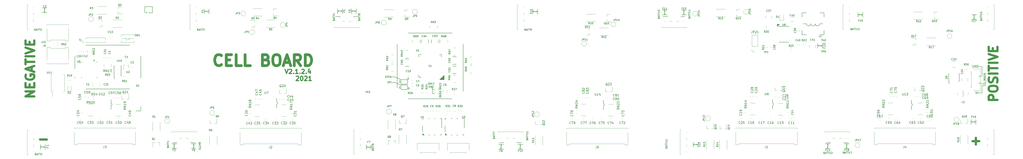
<source format=gbr>
%TF.GenerationSoftware,KiCad,Pcbnew,5.1.9*%
%TF.CreationDate,2021-03-05T10:38:49+01:00*%
%TF.ProjectId,CellsBoard,43656c6c-7342-46f6-9172-642e6b696361,rev?*%
%TF.SameCoordinates,Original*%
%TF.FileFunction,Legend,Top*%
%TF.FilePolarity,Positive*%
%FSLAX46Y46*%
G04 Gerber Fmt 4.6, Leading zero omitted, Abs format (unit mm)*
G04 Created by KiCad (PCBNEW 5.1.9) date 2021-03-05 10:38:49*
%MOMM*%
%LPD*%
G01*
G04 APERTURE LIST*
%ADD10C,0.152400*%
%ADD11C,0.150000*%
%ADD12C,0.500000*%
%ADD13C,1.000000*%
%ADD14C,0.200000*%
%ADD15C,1.250000*%
%ADD16C,0.120000*%
%ADD17C,0.100000*%
G04 APERTURE END LIST*
D10*
X254779504Y-142408095D02*
X254934323Y-142408095D01*
X255011733Y-142446800D01*
X255089142Y-142524209D01*
X255127847Y-142679028D01*
X255127847Y-142949961D01*
X255089142Y-143104780D01*
X255011733Y-143182190D01*
X254934323Y-143220895D01*
X254779504Y-143220895D01*
X254702095Y-143182190D01*
X254624685Y-143104780D01*
X254585980Y-142949961D01*
X254585980Y-142679028D01*
X254624685Y-142524209D01*
X254702095Y-142446800D01*
X254779504Y-142408095D01*
X255476190Y-143220895D02*
X255476190Y-142408095D01*
X255940647Y-143220895D01*
X255940647Y-142408095D01*
X256714742Y-143220895D02*
X256327695Y-143220895D01*
X256327695Y-142408095D01*
X257140495Y-142833847D02*
X257140495Y-143220895D01*
X256869561Y-142408095D02*
X257140495Y-142833847D01*
X257411428Y-142408095D01*
X255089142Y-143779695D02*
X255243961Y-143779695D01*
X255321371Y-143818400D01*
X255398780Y-143895809D01*
X255437485Y-144050628D01*
X255437485Y-144321561D01*
X255398780Y-144476380D01*
X255321371Y-144553790D01*
X255243961Y-144592495D01*
X255089142Y-144592495D01*
X255011733Y-144553790D01*
X254934323Y-144476380D01*
X254895619Y-144321561D01*
X254895619Y-144050628D01*
X254934323Y-143895809D01*
X255011733Y-143818400D01*
X255089142Y-143779695D01*
X255785828Y-144592495D02*
X255785828Y-143779695D01*
X256250285Y-144592495D01*
X256250285Y-143779695D01*
X256637333Y-144166742D02*
X256908266Y-144166742D01*
X257024380Y-144592495D02*
X256637333Y-144592495D01*
X256637333Y-143779695D01*
X257024380Y-143779695D01*
D11*
X255960000Y-144809000D02*
X256785500Y-144809000D01*
X256543500Y-145500000D02*
X256543500Y-144809000D01*
X257230000Y-147250000D02*
X256543500Y-147250000D01*
X256543500Y-145500000D02*
X256543500Y-147250000D01*
X256543500Y-145507500D02*
X257230000Y-145507500D01*
D10*
X241904728Y-144922695D02*
X241440271Y-144922695D01*
X241672500Y-144922695D02*
X241672500Y-144109895D01*
X241595090Y-144226009D01*
X241517680Y-144303419D01*
X241440271Y-144342123D01*
X245711295Y-144554395D02*
X245788704Y-144554395D01*
X245866114Y-144593100D01*
X245904819Y-144631804D01*
X245943523Y-144709214D01*
X245982228Y-144864033D01*
X245982228Y-145057557D01*
X245943523Y-145212376D01*
X245904819Y-145289785D01*
X245866114Y-145328490D01*
X245788704Y-145367195D01*
X245711295Y-145367195D01*
X245633885Y-145328490D01*
X245595180Y-145289785D01*
X245556476Y-145212376D01*
X245517771Y-145057557D01*
X245517771Y-144864033D01*
X245556476Y-144709214D01*
X245595180Y-144631804D01*
X245633885Y-144593100D01*
X245711295Y-144554395D01*
X245443795Y-140045895D02*
X245521204Y-140045895D01*
X245598614Y-140084600D01*
X245637319Y-140123304D01*
X245676023Y-140200714D01*
X245714728Y-140355533D01*
X245714728Y-140549057D01*
X245676023Y-140703876D01*
X245637319Y-140781285D01*
X245598614Y-140819990D01*
X245521204Y-140858695D01*
X245443795Y-140858695D01*
X245366385Y-140819990D01*
X245327680Y-140781285D01*
X245288976Y-140703876D01*
X245250271Y-140549057D01*
X245250271Y-140355533D01*
X245288976Y-140200714D01*
X245327680Y-140123304D01*
X245366385Y-140084600D01*
X245443795Y-140045895D01*
X241904728Y-142192195D02*
X241440271Y-142192195D01*
X241672500Y-142192195D02*
X241672500Y-141379395D01*
X241595090Y-141495509D01*
X241517680Y-141572919D01*
X241440271Y-141611623D01*
X235184038Y-140117695D02*
X235184038Y-139304895D01*
X235377561Y-139304895D01*
X235493676Y-139343600D01*
X235571085Y-139421009D01*
X235609790Y-139498419D01*
X235648495Y-139653238D01*
X235648495Y-139769352D01*
X235609790Y-139924171D01*
X235571085Y-140001580D01*
X235493676Y-140078990D01*
X235377561Y-140117695D01*
X235184038Y-140117695D01*
X235880723Y-139304895D02*
X236345180Y-139304895D01*
X236112952Y-140117695D02*
X236112952Y-139304895D01*
X236616114Y-139691942D02*
X236887047Y-139691942D01*
X237003161Y-140117695D02*
X236616114Y-140117695D01*
X236616114Y-139304895D01*
X237003161Y-139304895D01*
X237351504Y-140117695D02*
X237351504Y-139304895D01*
X237815961Y-140117695D01*
X237815961Y-139304895D01*
D11*
X239500000Y-139750000D02*
X238250000Y-139750000D01*
X242250000Y-141000000D02*
X239500000Y-139750000D01*
D10*
X236167847Y-142578990D02*
X236283961Y-142617695D01*
X236477485Y-142617695D01*
X236554895Y-142578990D01*
X236593600Y-142540285D01*
X236632304Y-142462876D01*
X236632304Y-142385466D01*
X236593600Y-142308057D01*
X236554895Y-142269352D01*
X236477485Y-142230647D01*
X236322666Y-142191942D01*
X236245257Y-142153238D01*
X236206552Y-142114533D01*
X236167847Y-142037123D01*
X236167847Y-141959714D01*
X236206552Y-141882304D01*
X236245257Y-141843600D01*
X236322666Y-141804895D01*
X236516190Y-141804895D01*
X236632304Y-141843600D01*
X236980647Y-142617695D02*
X236980647Y-141804895D01*
X237290285Y-141804895D01*
X237367695Y-141843600D01*
X237406400Y-141882304D01*
X237445104Y-141959714D01*
X237445104Y-142075828D01*
X237406400Y-142153238D01*
X237367695Y-142191942D01*
X237290285Y-142230647D01*
X236980647Y-142230647D01*
X237793447Y-142617695D02*
X237793447Y-141804895D01*
D11*
X239500000Y-142250000D02*
X238250000Y-142250000D01*
X242250000Y-143500000D02*
X239500000Y-142250000D01*
X140250000Y-169750000D02*
X138500000Y-169750000D01*
X140250000Y-169500000D02*
X140250000Y-169750000D01*
X146750000Y-169750000D02*
X148750000Y-169750000D01*
X146750000Y-169500000D02*
X146750000Y-169750000D01*
X288750000Y-169750000D02*
X287000000Y-169750000D01*
X295000000Y-169500000D02*
X295000000Y-169750000D01*
X295000000Y-169750000D02*
X297000000Y-169750000D01*
X288750000Y-169500000D02*
X288750000Y-169750000D01*
D10*
X149953390Y-118191942D02*
X150069504Y-118230647D01*
X150108209Y-118269352D01*
X150146914Y-118346761D01*
X150146914Y-118462876D01*
X150108209Y-118540285D01*
X150069504Y-118578990D01*
X149992095Y-118617695D01*
X149682457Y-118617695D01*
X149682457Y-117804895D01*
X149953390Y-117804895D01*
X150030800Y-117843600D01*
X150069504Y-117882304D01*
X150108209Y-117959714D01*
X150108209Y-118037123D01*
X150069504Y-118114533D01*
X150030800Y-118153238D01*
X149953390Y-118191942D01*
X149682457Y-118191942D01*
X150456552Y-118385466D02*
X150843600Y-118385466D01*
X150379142Y-118617695D02*
X150650076Y-117804895D01*
X150921009Y-118617695D01*
X151075828Y-117804895D02*
X151540285Y-117804895D01*
X151308057Y-118617695D02*
X151308057Y-117804895D01*
X151695104Y-117804895D02*
X152159561Y-117804895D01*
X151927333Y-118617695D02*
X151927333Y-117804895D01*
X152353085Y-117804895D02*
X152856247Y-117804895D01*
X152585314Y-118114533D01*
X152701428Y-118114533D01*
X152778838Y-118153238D01*
X152817542Y-118191942D01*
X152856247Y-118269352D01*
X152856247Y-118462876D01*
X152817542Y-118540285D01*
X152778838Y-118578990D01*
X152701428Y-118617695D01*
X152469200Y-118617695D01*
X152391790Y-118578990D01*
X152353085Y-118540285D01*
D11*
X437250000Y-169500000D02*
X437250000Y-169750000D01*
X443500000Y-169500000D02*
X443500000Y-169750000D01*
X437250000Y-169750000D02*
X435500000Y-169750000D01*
X443500000Y-169750000D02*
X445500000Y-169750000D01*
X369500000Y-112500000D02*
X369500000Y-112250000D01*
X363250000Y-112500000D02*
X363250000Y-112250000D01*
X369500000Y-112250000D02*
X371250000Y-112250000D01*
X363250000Y-112250000D02*
X361250000Y-112250000D01*
X220750000Y-112250000D02*
X222500000Y-112250000D01*
X220750000Y-112500000D02*
X220750000Y-112250000D01*
X214500000Y-112250000D02*
X212500000Y-112250000D01*
X214500000Y-112500000D02*
X214500000Y-112250000D01*
D10*
X76203390Y-174941942D02*
X76319504Y-174980647D01*
X76358209Y-175019352D01*
X76396914Y-175096761D01*
X76396914Y-175212876D01*
X76358209Y-175290285D01*
X76319504Y-175328990D01*
X76242095Y-175367695D01*
X75932457Y-175367695D01*
X75932457Y-174554895D01*
X76203390Y-174554895D01*
X76280800Y-174593600D01*
X76319504Y-174632304D01*
X76358209Y-174709714D01*
X76358209Y-174787123D01*
X76319504Y-174864533D01*
X76280800Y-174903238D01*
X76203390Y-174941942D01*
X75932457Y-174941942D01*
X76706552Y-175135466D02*
X77093600Y-175135466D01*
X76629142Y-175367695D02*
X76900076Y-174554895D01*
X77171009Y-175367695D01*
X77325828Y-174554895D02*
X77790285Y-174554895D01*
X77558057Y-175367695D02*
X77558057Y-174554895D01*
X77945104Y-174554895D02*
X78409561Y-174554895D01*
X78177333Y-175367695D02*
X78177333Y-174554895D01*
X78835314Y-174554895D02*
X78912723Y-174554895D01*
X78990133Y-174593600D01*
X79028838Y-174632304D01*
X79067542Y-174709714D01*
X79106247Y-174864533D01*
X79106247Y-175058057D01*
X79067542Y-175212876D01*
X79028838Y-175290285D01*
X78990133Y-175328990D01*
X78912723Y-175367695D01*
X78835314Y-175367695D01*
X78757904Y-175328990D01*
X78719200Y-175290285D01*
X78680495Y-175212876D01*
X78641790Y-175058057D01*
X78641790Y-174864533D01*
X78680495Y-174709714D01*
X78719200Y-174632304D01*
X78757904Y-174593600D01*
X78835314Y-174554895D01*
D11*
X506250000Y-147000000D02*
X505000000Y-147000000D01*
X506250000Y-147000000D02*
X506250000Y-143000000D01*
X506250000Y-143000000D02*
X505750000Y-142500000D01*
X504750000Y-142500000D02*
X505750000Y-142500000D01*
X506250000Y-135000000D02*
X505000000Y-135000000D01*
X506250000Y-139000000D02*
X506250000Y-135000000D01*
X505750000Y-139500000D02*
X506250000Y-139000000D01*
X504750000Y-139500000D02*
X505750000Y-139500000D01*
X124000000Y-153250000D02*
X124000000Y-155250000D01*
X123750000Y-155250000D02*
X124000000Y-155250000D01*
X123750000Y-155250000D02*
X121750000Y-155250000D01*
D12*
X189522838Y-136242561D02*
X190189504Y-138242561D01*
X190856171Y-136242561D01*
X191427600Y-136433038D02*
X191522838Y-136337800D01*
X191713314Y-136242561D01*
X192189504Y-136242561D01*
X192379980Y-136337800D01*
X192475219Y-136433038D01*
X192570457Y-136623514D01*
X192570457Y-136813990D01*
X192475219Y-137099704D01*
X191332361Y-138242561D01*
X192570457Y-138242561D01*
X193427600Y-138052085D02*
X193522838Y-138147323D01*
X193427600Y-138242561D01*
X193332361Y-138147323D01*
X193427600Y-138052085D01*
X193427600Y-138242561D01*
X195427600Y-138242561D02*
X194284742Y-138242561D01*
X194856171Y-138242561D02*
X194856171Y-136242561D01*
X194665695Y-136528276D01*
X194475219Y-136718752D01*
X194284742Y-136813990D01*
X196284742Y-138052085D02*
X196379980Y-138147323D01*
X196284742Y-138242561D01*
X196189504Y-138147323D01*
X196284742Y-138052085D01*
X196284742Y-138242561D01*
X197141885Y-136433038D02*
X197237123Y-136337800D01*
X197427600Y-136242561D01*
X197903790Y-136242561D01*
X198094266Y-136337800D01*
X198189504Y-136433038D01*
X198284742Y-136623514D01*
X198284742Y-136813990D01*
X198189504Y-137099704D01*
X197046647Y-138242561D01*
X198284742Y-138242561D01*
X199141885Y-138052085D02*
X199237123Y-138147323D01*
X199141885Y-138242561D01*
X199046647Y-138147323D01*
X199141885Y-138052085D01*
X199141885Y-138242561D01*
X200951409Y-136909228D02*
X200951409Y-138242561D01*
X200475219Y-136147323D02*
X199999028Y-137575895D01*
X201237123Y-137575895D01*
X194615228Y-139608038D02*
X194710466Y-139512800D01*
X194900942Y-139417561D01*
X195377133Y-139417561D01*
X195567609Y-139512800D01*
X195662847Y-139608038D01*
X195758085Y-139798514D01*
X195758085Y-139988990D01*
X195662847Y-140274704D01*
X194519990Y-141417561D01*
X195758085Y-141417561D01*
X196996180Y-139417561D02*
X197186657Y-139417561D01*
X197377133Y-139512800D01*
X197472371Y-139608038D01*
X197567609Y-139798514D01*
X197662847Y-140179466D01*
X197662847Y-140655657D01*
X197567609Y-141036609D01*
X197472371Y-141227085D01*
X197377133Y-141322323D01*
X197186657Y-141417561D01*
X196996180Y-141417561D01*
X196805704Y-141322323D01*
X196710466Y-141227085D01*
X196615228Y-141036609D01*
X196519990Y-140655657D01*
X196519990Y-140179466D01*
X196615228Y-139798514D01*
X196710466Y-139608038D01*
X196805704Y-139512800D01*
X196996180Y-139417561D01*
X198424752Y-139608038D02*
X198519990Y-139512800D01*
X198710466Y-139417561D01*
X199186657Y-139417561D01*
X199377133Y-139512800D01*
X199472371Y-139608038D01*
X199567609Y-139798514D01*
X199567609Y-139988990D01*
X199472371Y-140274704D01*
X198329514Y-141417561D01*
X199567609Y-141417561D01*
X201472371Y-141417561D02*
X200329514Y-141417561D01*
X200900942Y-141417561D02*
X200900942Y-139417561D01*
X200710466Y-139703276D01*
X200519990Y-139893752D01*
X200329514Y-139988990D01*
D13*
X78226190Y-168285714D02*
X81273809Y-168285714D01*
X501976190Y-169035714D02*
X505023809Y-169035714D01*
X503500000Y-170559523D02*
X503500000Y-167511904D01*
X513309523Y-150250000D02*
X509309523Y-150250000D01*
X509309523Y-148726190D01*
X509500000Y-148345238D01*
X509690476Y-148154761D01*
X510071428Y-147964285D01*
X510642857Y-147964285D01*
X511023809Y-148154761D01*
X511214285Y-148345238D01*
X511404761Y-148726190D01*
X511404761Y-150250000D01*
X509309523Y-145488095D02*
X509309523Y-144726190D01*
X509500000Y-144345238D01*
X509880952Y-143964285D01*
X510642857Y-143773809D01*
X511976190Y-143773809D01*
X512738095Y-143964285D01*
X513119047Y-144345238D01*
X513309523Y-144726190D01*
X513309523Y-145488095D01*
X513119047Y-145869047D01*
X512738095Y-146250000D01*
X511976190Y-146440476D01*
X510642857Y-146440476D01*
X509880952Y-146250000D01*
X509500000Y-145869047D01*
X509309523Y-145488095D01*
X513119047Y-142250000D02*
X513309523Y-141678571D01*
X513309523Y-140726190D01*
X513119047Y-140345238D01*
X512928571Y-140154761D01*
X512547619Y-139964285D01*
X512166666Y-139964285D01*
X511785714Y-140154761D01*
X511595238Y-140345238D01*
X511404761Y-140726190D01*
X511214285Y-141488095D01*
X511023809Y-141869047D01*
X510833333Y-142059523D01*
X510452380Y-142250000D01*
X510071428Y-142250000D01*
X509690476Y-142059523D01*
X509500000Y-141869047D01*
X509309523Y-141488095D01*
X509309523Y-140535714D01*
X509500000Y-139964285D01*
X513309523Y-138250000D02*
X509309523Y-138250000D01*
X509309523Y-136916666D02*
X509309523Y-134630952D01*
X513309523Y-135773809D02*
X509309523Y-135773809D01*
X513309523Y-133297619D02*
X509309523Y-133297619D01*
X509309523Y-131964285D02*
X513309523Y-130630952D01*
X509309523Y-129297619D01*
X511214285Y-127964285D02*
X511214285Y-126630952D01*
X513309523Y-126059523D02*
X513309523Y-127964285D01*
X509309523Y-127964285D01*
X509309523Y-126059523D01*
X75559523Y-148666666D02*
X71559523Y-148666666D01*
X75559523Y-146380952D01*
X71559523Y-146380952D01*
X73464285Y-144476190D02*
X73464285Y-143142857D01*
X75559523Y-142571428D02*
X75559523Y-144476190D01*
X71559523Y-144476190D01*
X71559523Y-142571428D01*
X71750000Y-138761904D02*
X71559523Y-139142857D01*
X71559523Y-139714285D01*
X71750000Y-140285714D01*
X72130952Y-140666666D01*
X72511904Y-140857142D01*
X73273809Y-141047619D01*
X73845238Y-141047619D01*
X74607142Y-140857142D01*
X74988095Y-140666666D01*
X75369047Y-140285714D01*
X75559523Y-139714285D01*
X75559523Y-139333333D01*
X75369047Y-138761904D01*
X75178571Y-138571428D01*
X73845238Y-138571428D01*
X73845238Y-139333333D01*
X74416666Y-137047619D02*
X74416666Y-135142857D01*
X75559523Y-137428571D02*
X71559523Y-136095238D01*
X75559523Y-134761904D01*
X71559523Y-134000000D02*
X71559523Y-131714285D01*
X75559523Y-132857142D02*
X71559523Y-132857142D01*
X75559523Y-130380952D02*
X71559523Y-130380952D01*
X71559523Y-129047619D02*
X75559523Y-127714285D01*
X71559523Y-126380952D01*
X73464285Y-125047619D02*
X73464285Y-123714285D01*
X75559523Y-123142857D02*
X75559523Y-125047619D01*
X71559523Y-125047619D01*
X71559523Y-123142857D01*
D11*
X270500000Y-146250000D02*
X270500000Y-124750000D01*
D10*
X502488095Y-134500000D02*
X502392857Y-134452380D01*
X502250000Y-134452380D01*
X502107142Y-134500000D01*
X502011904Y-134595238D01*
X501964285Y-134690476D01*
X501916666Y-134880952D01*
X501916666Y-135023809D01*
X501964285Y-135214285D01*
X502011904Y-135309523D01*
X502107142Y-135404761D01*
X502250000Y-135452380D01*
X502345238Y-135452380D01*
X502488095Y-135404761D01*
X502535714Y-135357142D01*
X502535714Y-135023809D01*
X502345238Y-135023809D01*
X502964285Y-135452380D02*
X502964285Y-134452380D01*
X503535714Y-135452380D01*
X503535714Y-134452380D01*
X504011904Y-135452380D02*
X504011904Y-134452380D01*
X504250000Y-134452380D01*
X504392857Y-134500000D01*
X504488095Y-134595238D01*
X504535714Y-134690476D01*
X504583333Y-134880952D01*
X504583333Y-135023809D01*
X504535714Y-135214285D01*
X504488095Y-135309523D01*
X504392857Y-135404761D01*
X504250000Y-135452380D01*
X504011904Y-135452380D01*
X506952380Y-143952380D02*
X506952380Y-143380952D01*
X507952380Y-143666666D02*
X506952380Y-143666666D01*
X506952380Y-142857142D02*
X506952380Y-142666666D01*
X507000000Y-142571428D01*
X507095238Y-142476190D01*
X507285714Y-142428571D01*
X507619047Y-142428571D01*
X507809523Y-142476190D01*
X507904761Y-142571428D01*
X507952380Y-142666666D01*
X507952380Y-142857142D01*
X507904761Y-142952380D01*
X507809523Y-143047619D01*
X507619047Y-143095238D01*
X507285714Y-143095238D01*
X507095238Y-143047619D01*
X507000000Y-142952380D01*
X506952380Y-142857142D01*
X508047619Y-142238095D02*
X508047619Y-141476190D01*
X507952380Y-141238095D02*
X506952380Y-141238095D01*
X507666666Y-140904761D01*
X506952380Y-140571428D01*
X507952380Y-140571428D01*
X507666666Y-140142857D02*
X507666666Y-139666666D01*
X507952380Y-140238095D02*
X506952380Y-139904761D01*
X507952380Y-139571428D01*
X507952380Y-139238095D02*
X506952380Y-139238095D01*
X507952380Y-138761904D02*
X506952380Y-138761904D01*
X507952380Y-138190476D01*
X506952380Y-138190476D01*
X503845180Y-146554895D02*
X503458133Y-146554895D01*
X503419428Y-146941942D01*
X503458133Y-146903238D01*
X503535542Y-146864533D01*
X503729066Y-146864533D01*
X503806476Y-146903238D01*
X503845180Y-146941942D01*
X503883885Y-147019352D01*
X503883885Y-147212876D01*
X503845180Y-147290285D01*
X503806476Y-147328990D01*
X503729066Y-147367695D01*
X503535542Y-147367695D01*
X503458133Y-147328990D01*
X503419428Y-147290285D01*
X504116114Y-146554895D02*
X504387047Y-147367695D01*
X504657980Y-146554895D01*
X505837942Y-113790157D02*
X505876647Y-113674042D01*
X505915352Y-113635338D01*
X505992761Y-113596633D01*
X506108876Y-113596633D01*
X506186285Y-113635338D01*
X506224990Y-113674042D01*
X506263695Y-113751452D01*
X506263695Y-114061090D01*
X505450895Y-114061090D01*
X505450895Y-113790157D01*
X505489600Y-113712747D01*
X505528304Y-113674042D01*
X505605714Y-113635338D01*
X505683123Y-113635338D01*
X505760533Y-113674042D01*
X505799238Y-113712747D01*
X505837942Y-113790157D01*
X505837942Y-114061090D01*
X506031466Y-113286995D02*
X506031466Y-112899947D01*
X506263695Y-113364404D02*
X505450895Y-113093471D01*
X506263695Y-112822538D01*
X505450895Y-112667719D02*
X505450895Y-112203261D01*
X506263695Y-112435490D02*
X505450895Y-112435490D01*
X505450895Y-112048442D02*
X505450895Y-111583985D01*
X506263695Y-111816214D02*
X505450895Y-111816214D01*
X506263695Y-110887300D02*
X506263695Y-111351757D01*
X506263695Y-111119528D02*
X505450895Y-111119528D01*
X505567009Y-111196938D01*
X505644419Y-111274347D01*
X505683123Y-111351757D01*
X505450895Y-110190614D02*
X505450895Y-110345433D01*
X505489600Y-110422842D01*
X505528304Y-110461547D01*
X505644419Y-110538957D01*
X505799238Y-110577661D01*
X506108876Y-110577661D01*
X506186285Y-110538957D01*
X506224990Y-110500252D01*
X506263695Y-110422842D01*
X506263695Y-110268023D01*
X506224990Y-110190614D01*
X506186285Y-110151909D01*
X506108876Y-110113204D01*
X505915352Y-110113204D01*
X505837942Y-110151909D01*
X505799238Y-110190614D01*
X505760533Y-110268023D01*
X505760533Y-110422842D01*
X505799238Y-110500252D01*
X505837942Y-110538957D01*
X505915352Y-110577661D01*
X443379342Y-174214942D02*
X443495457Y-174253647D01*
X443534161Y-174292352D01*
X443572866Y-174369761D01*
X443572866Y-174485876D01*
X443534161Y-174563285D01*
X443495457Y-174601990D01*
X443418047Y-174640695D01*
X443108409Y-174640695D01*
X443108409Y-173827895D01*
X443379342Y-173827895D01*
X443456752Y-173866600D01*
X443495457Y-173905304D01*
X443534161Y-173982714D01*
X443534161Y-174060123D01*
X443495457Y-174137533D01*
X443456752Y-174176238D01*
X443379342Y-174214942D01*
X443108409Y-174214942D01*
X443882504Y-174408466D02*
X444269552Y-174408466D01*
X443805095Y-174640695D02*
X444076028Y-173827895D01*
X444346961Y-174640695D01*
X444501780Y-173827895D02*
X444966238Y-173827895D01*
X444734009Y-174640695D02*
X444734009Y-173827895D01*
X445121057Y-173827895D02*
X445585514Y-173827895D01*
X445353285Y-174640695D02*
X445353285Y-173827895D01*
X446282200Y-174640695D02*
X445817742Y-174640695D01*
X446049971Y-174640695D02*
X446049971Y-173827895D01*
X445972561Y-173944009D01*
X445895152Y-174021419D01*
X445817742Y-174060123D01*
X446553133Y-173827895D02*
X447095000Y-173827895D01*
X446746657Y-174640695D01*
X446816342Y-117941942D02*
X446932457Y-117980647D01*
X446971161Y-118019352D01*
X447009866Y-118096761D01*
X447009866Y-118212876D01*
X446971161Y-118290285D01*
X446932457Y-118328990D01*
X446855047Y-118367695D01*
X446545409Y-118367695D01*
X446545409Y-117554895D01*
X446816342Y-117554895D01*
X446893752Y-117593600D01*
X446932457Y-117632304D01*
X446971161Y-117709714D01*
X446971161Y-117787123D01*
X446932457Y-117864533D01*
X446893752Y-117903238D01*
X446816342Y-117941942D01*
X446545409Y-117941942D01*
X447319504Y-118135466D02*
X447706552Y-118135466D01*
X447242095Y-118367695D02*
X447513028Y-117554895D01*
X447783961Y-118367695D01*
X447938780Y-117554895D02*
X448403238Y-117554895D01*
X448171009Y-118367695D02*
X448171009Y-117554895D01*
X448558057Y-117554895D02*
X449022514Y-117554895D01*
X448790285Y-118367695D02*
X448790285Y-117554895D01*
X449719200Y-118367695D02*
X449254742Y-118367695D01*
X449486971Y-118367695D02*
X449486971Y-117554895D01*
X449409561Y-117671009D01*
X449332152Y-117748419D01*
X449254742Y-117787123D01*
X450454590Y-117554895D02*
X450067542Y-117554895D01*
X450028838Y-117941942D01*
X450067542Y-117903238D01*
X450144952Y-117864533D01*
X450338476Y-117864533D01*
X450415885Y-117903238D01*
X450454590Y-117941942D01*
X450493295Y-118019352D01*
X450493295Y-118212876D01*
X450454590Y-118290285D01*
X450415885Y-118328990D01*
X450338476Y-118367695D01*
X450144952Y-118367695D01*
X450067542Y-118328990D01*
X450028838Y-118290285D01*
X373249942Y-112837657D02*
X373288647Y-112721542D01*
X373327352Y-112682838D01*
X373404761Y-112644133D01*
X373520876Y-112644133D01*
X373598285Y-112682838D01*
X373636990Y-112721542D01*
X373675695Y-112798952D01*
X373675695Y-113108590D01*
X372862895Y-113108590D01*
X372862895Y-112837657D01*
X372901600Y-112760247D01*
X372940304Y-112721542D01*
X373017714Y-112682838D01*
X373095123Y-112682838D01*
X373172533Y-112721542D01*
X373211238Y-112760247D01*
X373249942Y-112837657D01*
X373249942Y-113108590D01*
X373443466Y-112334495D02*
X373443466Y-111947447D01*
X373675695Y-112411904D02*
X372862895Y-112140971D01*
X373675695Y-111870038D01*
X372862895Y-111715219D02*
X372862895Y-111250761D01*
X373675695Y-111482990D02*
X372862895Y-111482990D01*
X372862895Y-111095942D02*
X372862895Y-110631485D01*
X373675695Y-110863714D02*
X372862895Y-110863714D01*
X373675695Y-109934800D02*
X373675695Y-110399257D01*
X373675695Y-110167028D02*
X372862895Y-110167028D01*
X372979009Y-110244438D01*
X373056419Y-110321847D01*
X373095123Y-110399257D01*
X373133828Y-109238114D02*
X373675695Y-109238114D01*
X372824190Y-109431638D02*
X373404761Y-109625161D01*
X373404761Y-109122000D01*
X434552842Y-174341942D02*
X434668957Y-174380647D01*
X434707661Y-174419352D01*
X434746366Y-174496761D01*
X434746366Y-174612876D01*
X434707661Y-174690285D01*
X434668957Y-174728990D01*
X434591547Y-174767695D01*
X434281909Y-174767695D01*
X434281909Y-173954895D01*
X434552842Y-173954895D01*
X434630252Y-173993600D01*
X434668957Y-174032304D01*
X434707661Y-174109714D01*
X434707661Y-174187123D01*
X434668957Y-174264533D01*
X434630252Y-174303238D01*
X434552842Y-174341942D01*
X434281909Y-174341942D01*
X435056004Y-174535466D02*
X435443052Y-174535466D01*
X434978595Y-174767695D02*
X435249528Y-173954895D01*
X435520461Y-174767695D01*
X435675280Y-173954895D02*
X436139738Y-173954895D01*
X435907509Y-174767695D02*
X435907509Y-173954895D01*
X436294557Y-173954895D02*
X436759014Y-173954895D01*
X436526785Y-174767695D02*
X436526785Y-173954895D01*
X437455700Y-174767695D02*
X436991242Y-174767695D01*
X437223471Y-174767695D02*
X437223471Y-173954895D01*
X437146061Y-174071009D01*
X437068652Y-174148419D01*
X436991242Y-174187123D01*
X437726633Y-173954895D02*
X438229795Y-173954895D01*
X437958861Y-174264533D01*
X438074976Y-174264533D01*
X438152385Y-174303238D01*
X438191090Y-174341942D01*
X438229795Y-174419352D01*
X438229795Y-174612876D01*
X438191090Y-174690285D01*
X438152385Y-174728990D01*
X438074976Y-174767695D01*
X437842747Y-174767695D01*
X437765338Y-174728990D01*
X437726633Y-174690285D01*
X362835942Y-172019657D02*
X362874647Y-171903542D01*
X362913352Y-171864838D01*
X362990761Y-171826133D01*
X363106876Y-171826133D01*
X363184285Y-171864838D01*
X363222990Y-171903542D01*
X363261695Y-171980952D01*
X363261695Y-172290590D01*
X362448895Y-172290590D01*
X362448895Y-172019657D01*
X362487600Y-171942247D01*
X362526304Y-171903542D01*
X362603714Y-171864838D01*
X362681123Y-171864838D01*
X362758533Y-171903542D01*
X362797238Y-171942247D01*
X362835942Y-172019657D01*
X362835942Y-172290590D01*
X363029466Y-171516495D02*
X363029466Y-171129447D01*
X363261695Y-171593904D02*
X362448895Y-171322971D01*
X363261695Y-171052038D01*
X362448895Y-170897219D02*
X362448895Y-170432761D01*
X363261695Y-170664990D02*
X362448895Y-170664990D01*
X362448895Y-170277942D02*
X362448895Y-169813485D01*
X363261695Y-170045714D02*
X362448895Y-170045714D01*
X363261695Y-169116800D02*
X363261695Y-169581257D01*
X363261695Y-169349028D02*
X362448895Y-169349028D01*
X362565009Y-169426438D01*
X362642419Y-169503847D01*
X362681123Y-169581257D01*
X362526304Y-168807161D02*
X362487600Y-168768457D01*
X362448895Y-168691047D01*
X362448895Y-168497523D01*
X362487600Y-168420114D01*
X362526304Y-168381409D01*
X362603714Y-168342704D01*
X362681123Y-168342704D01*
X362797238Y-168381409D01*
X363261695Y-168845866D01*
X363261695Y-168342704D01*
X299534942Y-168256857D02*
X299573647Y-168140742D01*
X299612352Y-168102038D01*
X299689761Y-168063333D01*
X299805876Y-168063333D01*
X299883285Y-168102038D01*
X299921990Y-168140742D01*
X299960695Y-168218152D01*
X299960695Y-168527790D01*
X299147895Y-168527790D01*
X299147895Y-168256857D01*
X299186600Y-168179447D01*
X299225304Y-168140742D01*
X299302714Y-168102038D01*
X299380123Y-168102038D01*
X299457533Y-168140742D01*
X299496238Y-168179447D01*
X299534942Y-168256857D01*
X299534942Y-168527790D01*
X299728466Y-167753695D02*
X299728466Y-167366647D01*
X299960695Y-167831104D02*
X299147895Y-167560171D01*
X299960695Y-167289238D01*
X299147895Y-167134419D02*
X299147895Y-166669961D01*
X299960695Y-166902190D02*
X299147895Y-166902190D01*
X299147895Y-166515142D02*
X299147895Y-166050685D01*
X299960695Y-166282914D02*
X299147895Y-166282914D01*
X299960695Y-165354000D02*
X299960695Y-165818457D01*
X299960695Y-165586228D02*
X299147895Y-165586228D01*
X299264009Y-165663638D01*
X299341419Y-165741047D01*
X299380123Y-165818457D01*
X299960695Y-164579904D02*
X299960695Y-165044361D01*
X299960695Y-164812133D02*
X299147895Y-164812133D01*
X299264009Y-164889542D01*
X299341419Y-164966952D01*
X299380123Y-165044361D01*
X359406942Y-112901157D02*
X359445647Y-112785042D01*
X359484352Y-112746338D01*
X359561761Y-112707633D01*
X359677876Y-112707633D01*
X359755285Y-112746338D01*
X359793990Y-112785042D01*
X359832695Y-112862452D01*
X359832695Y-113172090D01*
X359019895Y-113172090D01*
X359019895Y-112901157D01*
X359058600Y-112823747D01*
X359097304Y-112785042D01*
X359174714Y-112746338D01*
X359252123Y-112746338D01*
X359329533Y-112785042D01*
X359368238Y-112823747D01*
X359406942Y-112901157D01*
X359406942Y-113172090D01*
X359600466Y-112397995D02*
X359600466Y-112010947D01*
X359832695Y-112475404D02*
X359019895Y-112204471D01*
X359832695Y-111933538D01*
X359019895Y-111778719D02*
X359019895Y-111314261D01*
X359832695Y-111546490D02*
X359019895Y-111546490D01*
X359019895Y-111159442D02*
X359019895Y-110694985D01*
X359832695Y-110927214D02*
X359019895Y-110927214D01*
X359832695Y-109998300D02*
X359832695Y-110462757D01*
X359832695Y-110230528D02*
X359019895Y-110230528D01*
X359136009Y-110307938D01*
X359213419Y-110385347D01*
X359252123Y-110462757D01*
X359019895Y-109495138D02*
X359019895Y-109417728D01*
X359058600Y-109340319D01*
X359097304Y-109301614D01*
X359174714Y-109262909D01*
X359329533Y-109224204D01*
X359523057Y-109224204D01*
X359677876Y-109262909D01*
X359755285Y-109301614D01*
X359793990Y-109340319D01*
X359832695Y-109417728D01*
X359832695Y-109495138D01*
X359793990Y-109572547D01*
X359755285Y-109611252D01*
X359677876Y-109649957D01*
X359523057Y-109688661D01*
X359329533Y-109688661D01*
X359174714Y-109649957D01*
X359097304Y-109611252D01*
X359058600Y-109572547D01*
X359019895Y-109495138D01*
X298703390Y-118191942D02*
X298819504Y-118230647D01*
X298858209Y-118269352D01*
X298896914Y-118346761D01*
X298896914Y-118462876D01*
X298858209Y-118540285D01*
X298819504Y-118578990D01*
X298742095Y-118617695D01*
X298432457Y-118617695D01*
X298432457Y-117804895D01*
X298703390Y-117804895D01*
X298780800Y-117843600D01*
X298819504Y-117882304D01*
X298858209Y-117959714D01*
X298858209Y-118037123D01*
X298819504Y-118114533D01*
X298780800Y-118153238D01*
X298703390Y-118191942D01*
X298432457Y-118191942D01*
X299206552Y-118385466D02*
X299593600Y-118385466D01*
X299129142Y-118617695D02*
X299400076Y-117804895D01*
X299671009Y-118617695D01*
X299825828Y-117804895D02*
X300290285Y-117804895D01*
X300058057Y-118617695D02*
X300058057Y-117804895D01*
X300445104Y-117804895D02*
X300909561Y-117804895D01*
X300677333Y-118617695D02*
X300677333Y-117804895D01*
X301219200Y-118617695D02*
X301374019Y-118617695D01*
X301451428Y-118578990D01*
X301490133Y-118540285D01*
X301567542Y-118424171D01*
X301606247Y-118269352D01*
X301606247Y-117959714D01*
X301567542Y-117882304D01*
X301528838Y-117843600D01*
X301451428Y-117804895D01*
X301296609Y-117804895D01*
X301219200Y-117843600D01*
X301180495Y-117882304D01*
X301141790Y-117959714D01*
X301141790Y-118153238D01*
X301180495Y-118230647D01*
X301219200Y-118269352D01*
X301296609Y-118308057D01*
X301451428Y-118308057D01*
X301528838Y-118269352D01*
X301567542Y-118230647D01*
X301606247Y-118153238D01*
X284472742Y-167641209D02*
X284511447Y-167525095D01*
X284550152Y-167486390D01*
X284627561Y-167447685D01*
X284743676Y-167447685D01*
X284821085Y-167486390D01*
X284859790Y-167525095D01*
X284898495Y-167602504D01*
X284898495Y-167912142D01*
X284085695Y-167912142D01*
X284085695Y-167641209D01*
X284124400Y-167563800D01*
X284163104Y-167525095D01*
X284240514Y-167486390D01*
X284317923Y-167486390D01*
X284395333Y-167525095D01*
X284434038Y-167563800D01*
X284472742Y-167641209D01*
X284472742Y-167912142D01*
X284666266Y-167138047D02*
X284666266Y-166751000D01*
X284898495Y-167215457D02*
X284085695Y-166944523D01*
X284898495Y-166673590D01*
X284085695Y-166518771D02*
X284085695Y-166054314D01*
X284898495Y-166286542D02*
X284085695Y-166286542D01*
X284085695Y-165899495D02*
X284085695Y-165435038D01*
X284898495Y-165667266D02*
X284085695Y-165667266D01*
X284085695Y-165241514D02*
X284085695Y-164699647D01*
X284898495Y-165047990D01*
X229422442Y-173093109D02*
X229461147Y-172976995D01*
X229499852Y-172938290D01*
X229577261Y-172899585D01*
X229693376Y-172899585D01*
X229770785Y-172938290D01*
X229809490Y-172976995D01*
X229848195Y-173054404D01*
X229848195Y-173364042D01*
X229035395Y-173364042D01*
X229035395Y-173093109D01*
X229074100Y-173015700D01*
X229112804Y-172976995D01*
X229190214Y-172938290D01*
X229267623Y-172938290D01*
X229345033Y-172976995D01*
X229383738Y-173015700D01*
X229422442Y-173093109D01*
X229422442Y-173364042D01*
X229615966Y-172589947D02*
X229615966Y-172202900D01*
X229848195Y-172667357D02*
X229035395Y-172396423D01*
X229848195Y-172125490D01*
X229035395Y-171970671D02*
X229035395Y-171506214D01*
X229848195Y-171738442D02*
X229035395Y-171738442D01*
X229035395Y-171351395D02*
X229035395Y-170886938D01*
X229848195Y-171119166D02*
X229035395Y-171119166D01*
X229035395Y-170267661D02*
X229035395Y-170422480D01*
X229074100Y-170499890D01*
X229112804Y-170538595D01*
X229228919Y-170616004D01*
X229383738Y-170654709D01*
X229693376Y-170654709D01*
X229770785Y-170616004D01*
X229809490Y-170577300D01*
X229848195Y-170499890D01*
X229848195Y-170345071D01*
X229809490Y-170267661D01*
X229770785Y-170228957D01*
X229693376Y-170190252D01*
X229499852Y-170190252D01*
X229422442Y-170228957D01*
X229383738Y-170267661D01*
X229345033Y-170345071D01*
X229345033Y-170499890D01*
X229383738Y-170577300D01*
X229422442Y-170616004D01*
X229499852Y-170654709D01*
X223191942Y-113796609D02*
X223230647Y-113680495D01*
X223269352Y-113641790D01*
X223346761Y-113603085D01*
X223462876Y-113603085D01*
X223540285Y-113641790D01*
X223578990Y-113680495D01*
X223617695Y-113757904D01*
X223617695Y-114067542D01*
X222804895Y-114067542D01*
X222804895Y-113796609D01*
X222843600Y-113719200D01*
X222882304Y-113680495D01*
X222959714Y-113641790D01*
X223037123Y-113641790D01*
X223114533Y-113680495D01*
X223153238Y-113719200D01*
X223191942Y-113796609D01*
X223191942Y-114067542D01*
X223385466Y-113293447D02*
X223385466Y-112906400D01*
X223617695Y-113370857D02*
X222804895Y-113099923D01*
X223617695Y-112828990D01*
X222804895Y-112674171D02*
X222804895Y-112209714D01*
X223617695Y-112441942D02*
X222804895Y-112441942D01*
X222804895Y-112054895D02*
X222804895Y-111590438D01*
X223617695Y-111822666D02*
X222804895Y-111822666D01*
X223153238Y-111203390D02*
X223114533Y-111280800D01*
X223075828Y-111319504D01*
X222998419Y-111358209D01*
X222959714Y-111358209D01*
X222882304Y-111319504D01*
X222843600Y-111280800D01*
X222804895Y-111203390D01*
X222804895Y-111048571D01*
X222843600Y-110971161D01*
X222882304Y-110932457D01*
X222959714Y-110893752D01*
X222998419Y-110893752D01*
X223075828Y-110932457D01*
X223114533Y-110971161D01*
X223153238Y-111048571D01*
X223153238Y-111203390D01*
X223191942Y-111280800D01*
X223230647Y-111319504D01*
X223308057Y-111358209D01*
X223462876Y-111358209D01*
X223540285Y-111319504D01*
X223578990Y-111280800D01*
X223617695Y-111203390D01*
X223617695Y-111048571D01*
X223578990Y-110971161D01*
X223540285Y-110932457D01*
X223462876Y-110893752D01*
X223308057Y-110893752D01*
X223230647Y-110932457D01*
X223191942Y-110971161D01*
X223153238Y-111048571D01*
X211691942Y-113796609D02*
X211730647Y-113680495D01*
X211769352Y-113641790D01*
X211846761Y-113603085D01*
X211962876Y-113603085D01*
X212040285Y-113641790D01*
X212078990Y-113680495D01*
X212117695Y-113757904D01*
X212117695Y-114067542D01*
X211304895Y-114067542D01*
X211304895Y-113796609D01*
X211343600Y-113719200D01*
X211382304Y-113680495D01*
X211459714Y-113641790D01*
X211537123Y-113641790D01*
X211614533Y-113680495D01*
X211653238Y-113719200D01*
X211691942Y-113796609D01*
X211691942Y-114067542D01*
X211885466Y-113293447D02*
X211885466Y-112906400D01*
X212117695Y-113370857D02*
X211304895Y-113099923D01*
X212117695Y-112828990D01*
X211304895Y-112674171D02*
X211304895Y-112209714D01*
X212117695Y-112441942D02*
X211304895Y-112441942D01*
X211304895Y-112054895D02*
X211304895Y-111590438D01*
X212117695Y-111822666D02*
X211304895Y-111822666D01*
X211575828Y-110971161D02*
X212117695Y-110971161D01*
X211266190Y-111164685D02*
X211846761Y-111358209D01*
X211846761Y-110855047D01*
X150781657Y-169864890D02*
X150742952Y-169981004D01*
X150704247Y-170019709D01*
X150626838Y-170058414D01*
X150510723Y-170058414D01*
X150433314Y-170019709D01*
X150394609Y-169981004D01*
X150355904Y-169903595D01*
X150355904Y-169593957D01*
X151168704Y-169593957D01*
X151168704Y-169864890D01*
X151130000Y-169942300D01*
X151091295Y-169981004D01*
X151013885Y-170019709D01*
X150936476Y-170019709D01*
X150859066Y-169981004D01*
X150820361Y-169942300D01*
X150781657Y-169864890D01*
X150781657Y-169593957D01*
X150588133Y-170368052D02*
X150588133Y-170755100D01*
X150355904Y-170290642D02*
X151168704Y-170561576D01*
X150355904Y-170832509D01*
X151168704Y-170987328D02*
X151168704Y-171451785D01*
X150355904Y-171219557D02*
X151168704Y-171219557D01*
X151168704Y-171606604D02*
X151168704Y-172071061D01*
X150355904Y-171838833D02*
X151168704Y-171838833D01*
X151168704Y-172729042D02*
X151168704Y-172341995D01*
X150781657Y-172303290D01*
X150820361Y-172341995D01*
X150859066Y-172419404D01*
X150859066Y-172612928D01*
X150820361Y-172690338D01*
X150781657Y-172729042D01*
X150704247Y-172767747D01*
X150510723Y-172767747D01*
X150433314Y-172729042D01*
X150394609Y-172690338D01*
X150355904Y-172612928D01*
X150355904Y-172419404D01*
X150394609Y-172341995D01*
X150433314Y-172303290D01*
X75953390Y-118191942D02*
X76069504Y-118230647D01*
X76108209Y-118269352D01*
X76146914Y-118346761D01*
X76146914Y-118462876D01*
X76108209Y-118540285D01*
X76069504Y-118578990D01*
X75992095Y-118617695D01*
X75682457Y-118617695D01*
X75682457Y-117804895D01*
X75953390Y-117804895D01*
X76030800Y-117843600D01*
X76069504Y-117882304D01*
X76108209Y-117959714D01*
X76108209Y-118037123D01*
X76069504Y-118114533D01*
X76030800Y-118153238D01*
X75953390Y-118191942D01*
X75682457Y-118191942D01*
X76456552Y-118385466D02*
X76843600Y-118385466D01*
X76379142Y-118617695D02*
X76650076Y-117804895D01*
X76921009Y-118617695D01*
X77075828Y-117804895D02*
X77540285Y-117804895D01*
X77308057Y-118617695D02*
X77308057Y-117804895D01*
X77695104Y-117804895D02*
X78159561Y-117804895D01*
X77927333Y-118617695D02*
X77927333Y-117804895D01*
X78391790Y-117882304D02*
X78430495Y-117843600D01*
X78507904Y-117804895D01*
X78701428Y-117804895D01*
X78778838Y-117843600D01*
X78817542Y-117882304D01*
X78856247Y-117959714D01*
X78856247Y-118037123D01*
X78817542Y-118153238D01*
X78353085Y-118617695D01*
X78856247Y-118617695D01*
X136289142Y-171756009D02*
X136327847Y-171639895D01*
X136366552Y-171601190D01*
X136443961Y-171562485D01*
X136560076Y-171562485D01*
X136637485Y-171601190D01*
X136676190Y-171639895D01*
X136714895Y-171717304D01*
X136714895Y-172026942D01*
X135902095Y-172026942D01*
X135902095Y-171756009D01*
X135940800Y-171678600D01*
X135979504Y-171639895D01*
X136056914Y-171601190D01*
X136134323Y-171601190D01*
X136211733Y-171639895D01*
X136250438Y-171678600D01*
X136289142Y-171756009D01*
X136289142Y-172026942D01*
X136482666Y-171252847D02*
X136482666Y-170865800D01*
X136714895Y-171330257D02*
X135902095Y-171059323D01*
X136714895Y-170788390D01*
X135902095Y-170633571D02*
X135902095Y-170169114D01*
X136714895Y-170401342D02*
X135902095Y-170401342D01*
X135902095Y-170014295D02*
X135902095Y-169549838D01*
X136714895Y-169782066D02*
X135902095Y-169782066D01*
X136714895Y-168853152D02*
X136714895Y-169317609D01*
X136714895Y-169085380D02*
X135902095Y-169085380D01*
X136018209Y-169162790D01*
X136095619Y-169240200D01*
X136134323Y-169317609D01*
D11*
X103000000Y-132250000D02*
G75*
G03*
X103000000Y-132250000I-250000J0D01*
G01*
D14*
X126750000Y-110500000D02*
X126250000Y-110500000D01*
X126250000Y-110500000D02*
X126500000Y-110250000D01*
X126500000Y-110250000D02*
X126750000Y-110500000D01*
X125750000Y-107750000D02*
X129250000Y-107750000D01*
X125750000Y-110500000D02*
X125750000Y-107750000D01*
X129250000Y-110500000D02*
X127500000Y-110500000D01*
X129250000Y-107750000D02*
X129250000Y-110500000D01*
D15*
X160609119Y-134079714D02*
X160371023Y-134317809D01*
X159656738Y-134555904D01*
X159180547Y-134555904D01*
X158466261Y-134317809D01*
X157990071Y-133841619D01*
X157751976Y-133365428D01*
X157513880Y-132413047D01*
X157513880Y-131698761D01*
X157751976Y-130746380D01*
X157990071Y-130270190D01*
X158466261Y-129794000D01*
X159180547Y-129555904D01*
X159656738Y-129555904D01*
X160371023Y-129794000D01*
X160609119Y-130032095D01*
X162751976Y-131936857D02*
X164418642Y-131936857D01*
X165132928Y-134555904D02*
X162751976Y-134555904D01*
X162751976Y-129555904D01*
X165132928Y-129555904D01*
X169656738Y-134555904D02*
X167275785Y-134555904D01*
X167275785Y-129555904D01*
X173704357Y-134555904D02*
X171323404Y-134555904D01*
X171323404Y-129555904D01*
X180847214Y-131936857D02*
X181561500Y-132174952D01*
X181799595Y-132413047D01*
X182037690Y-132889238D01*
X182037690Y-133603523D01*
X181799595Y-134079714D01*
X181561500Y-134317809D01*
X181085309Y-134555904D01*
X179180547Y-134555904D01*
X179180547Y-129555904D01*
X180847214Y-129555904D01*
X181323404Y-129794000D01*
X181561500Y-130032095D01*
X181799595Y-130508285D01*
X181799595Y-130984476D01*
X181561500Y-131460666D01*
X181323404Y-131698761D01*
X180847214Y-131936857D01*
X179180547Y-131936857D01*
X185132928Y-129555904D02*
X186085309Y-129555904D01*
X186561500Y-129794000D01*
X187037690Y-130270190D01*
X187275785Y-131222571D01*
X187275785Y-132889238D01*
X187037690Y-133841619D01*
X186561500Y-134317809D01*
X186085309Y-134555904D01*
X185132928Y-134555904D01*
X184656738Y-134317809D01*
X184180547Y-133841619D01*
X183942452Y-132889238D01*
X183942452Y-131222571D01*
X184180547Y-130270190D01*
X184656738Y-129794000D01*
X185132928Y-129555904D01*
X189180547Y-133127333D02*
X191561500Y-133127333D01*
X188704357Y-134555904D02*
X190371023Y-129555904D01*
X192037690Y-134555904D01*
X196561500Y-134555904D02*
X194894833Y-132174952D01*
X193704357Y-134555904D02*
X193704357Y-129555904D01*
X195609119Y-129555904D01*
X196085309Y-129794000D01*
X196323404Y-130032095D01*
X196561500Y-130508285D01*
X196561500Y-131222571D01*
X196323404Y-131698761D01*
X196085309Y-131936857D01*
X195609119Y-132174952D01*
X193704357Y-132174952D01*
X198704357Y-134555904D02*
X198704357Y-129555904D01*
X199894833Y-129555904D01*
X200609119Y-129794000D01*
X201085309Y-130270190D01*
X201323404Y-130746380D01*
X201561500Y-131698761D01*
X201561500Y-132413047D01*
X201323404Y-133365428D01*
X201085309Y-133841619D01*
X200609119Y-134317809D01*
X199894833Y-134555904D01*
X198704357Y-134555904D01*
D16*
X403021800Y-128355400D02*
X401691800Y-128355400D01*
X401691800Y-128355400D02*
X401691800Y-127025400D01*
X401691800Y-125755400D02*
X401691800Y-120615400D01*
X404351800Y-120615400D02*
X401691800Y-120615400D01*
X404351800Y-125755400D02*
X404351800Y-120615400D01*
X404351800Y-125755400D02*
X401691800Y-125755400D01*
X481328000Y-155764620D02*
X481328000Y-156045780D01*
X482348000Y-155764620D02*
X482348000Y-156045780D01*
X413630400Y-157152800D02*
X415730400Y-157152800D01*
X413630400Y-151812800D02*
X415730400Y-151812800D01*
X333557580Y-158777000D02*
X333276420Y-158777000D01*
X333557580Y-159797000D02*
X333276420Y-159797000D01*
X110582500Y-135056500D02*
X110582500Y-134056500D01*
X107222500Y-135056500D02*
X107222500Y-134056500D01*
X326220800Y-152066800D02*
X324120800Y-152066800D01*
X326220800Y-157406800D02*
X324120800Y-157406800D01*
X336603500Y-157571500D02*
X338703500Y-157571500D01*
X336603500Y-152231500D02*
X338703500Y-152231500D01*
X465666800Y-151609600D02*
X463566800Y-151609600D01*
X465666800Y-156949600D02*
X463566800Y-156949600D01*
X477079600Y-156898800D02*
X479179600Y-156898800D01*
X477079600Y-151558800D02*
X479179600Y-151558800D01*
X102269000Y-152206500D02*
X100169000Y-152206500D01*
X102269000Y-157546500D02*
X100169000Y-157546500D01*
X112551500Y-157610000D02*
X114651500Y-157610000D01*
X112551500Y-152270000D02*
X114651500Y-152270000D01*
X177921500Y-152435500D02*
X175821500Y-152435500D01*
X177921500Y-157775500D02*
X175821500Y-157775500D01*
X188053000Y-157800500D02*
X190153000Y-157800500D01*
X188053000Y-152460500D02*
X190153000Y-152460500D01*
X403081200Y-151711200D02*
X400981200Y-151711200D01*
X403081200Y-157051200D02*
X400981200Y-157051200D01*
D11*
X265500000Y-119750000D02*
X245500000Y-119750000D01*
X270500000Y-139750000D02*
X270500000Y-129750000D01*
X245500000Y-149750000D02*
X265500000Y-149750000D01*
X240500000Y-124750000D02*
X240500000Y-144750000D01*
X240500000Y-139750000D02*
X240500000Y-139250000D01*
D16*
X106284000Y-116772000D02*
X104824000Y-116772000D01*
X106284000Y-113612000D02*
X104124000Y-113612000D01*
X106284000Y-113612000D02*
X106284000Y-114542000D01*
X106284000Y-116772000D02*
X106284000Y-115842000D01*
D17*
X72350000Y-163900000D02*
X72750000Y-163900000D01*
X75250000Y-171500000D02*
X75250000Y-170500000D01*
X75250000Y-168500000D02*
X75250000Y-167500000D01*
X75250000Y-174000000D02*
X75250000Y-173750000D01*
X72750000Y-175100000D02*
X72350000Y-175100000D01*
X75250000Y-165250000D02*
X75250000Y-165000000D01*
X72350000Y-175100000D02*
X72350000Y-163900000D01*
X149200000Y-164750000D02*
X149200000Y-165150000D01*
X144600000Y-167650000D02*
X145600000Y-167650000D01*
X139100000Y-167650000D02*
X139350000Y-167650000D01*
X138000000Y-165150000D02*
X138000000Y-164750000D01*
X147850000Y-167650000D02*
X148100000Y-167650000D01*
X138000000Y-164750000D02*
X149200000Y-164750000D01*
X141600000Y-167650000D02*
X142600000Y-167650000D01*
X75250000Y-114500000D02*
X75250000Y-113500000D01*
X75250000Y-111500000D02*
X75250000Y-110500000D01*
X75250000Y-117000000D02*
X75250000Y-116750000D01*
X72350000Y-118100000D02*
X72350000Y-106900000D01*
X72350000Y-106900000D02*
X72750000Y-106900000D01*
X75250000Y-108250000D02*
X75250000Y-108000000D01*
X72750000Y-118100000D02*
X72350000Y-118100000D01*
X149150000Y-111500000D02*
X149150000Y-110500000D01*
X146250000Y-118100000D02*
X146250000Y-106900000D01*
X146650000Y-118100000D02*
X146250000Y-118100000D01*
X149150000Y-117000000D02*
X149150000Y-116750000D01*
X149150000Y-114500000D02*
X149150000Y-113500000D01*
X149150000Y-108250000D02*
X149150000Y-108000000D01*
X146250000Y-106900000D02*
X146650000Y-106900000D01*
X297950000Y-111500000D02*
X297950000Y-110500000D01*
X295050000Y-118100000D02*
X295050000Y-106900000D01*
X295450000Y-118100000D02*
X295050000Y-118100000D01*
X297950000Y-117000000D02*
X297950000Y-116750000D01*
X297950000Y-114500000D02*
X297950000Y-113500000D01*
X297950000Y-108250000D02*
X297950000Y-108000000D01*
X295050000Y-106900000D02*
X295450000Y-106900000D01*
X443050000Y-118100000D02*
X443050000Y-106900000D01*
X443450000Y-118100000D02*
X443050000Y-118100000D01*
X445950000Y-114500000D02*
X445950000Y-113500000D01*
X445950000Y-108250000D02*
X445950000Y-108000000D01*
X443050000Y-106900000D02*
X443450000Y-106900000D01*
X445950000Y-117000000D02*
X445950000Y-116750000D01*
X445950000Y-111500000D02*
X445950000Y-110500000D01*
X511350000Y-106900000D02*
X511750000Y-106900000D01*
X508850000Y-108000000D02*
X508850000Y-108250000D01*
X508850000Y-113500000D02*
X508850000Y-114500000D01*
X511750000Y-106900000D02*
X511750000Y-118100000D01*
X508850000Y-110500000D02*
X508850000Y-111500000D01*
X508850000Y-116750000D02*
X508850000Y-117000000D01*
X511750000Y-118100000D02*
X511350000Y-118100000D01*
X223650000Y-168500000D02*
X223650000Y-167500000D01*
X220750000Y-175100000D02*
X220750000Y-163900000D01*
X221150000Y-175100000D02*
X220750000Y-175100000D01*
X223650000Y-174000000D02*
X223650000Y-173750000D01*
X223650000Y-171500000D02*
X223650000Y-170500000D01*
X223650000Y-165250000D02*
X223650000Y-165000000D01*
X220750000Y-163900000D02*
X221150000Y-163900000D01*
X371950000Y-165250000D02*
X371950000Y-165000000D01*
X371950000Y-174000000D02*
X371950000Y-173750000D01*
X369450000Y-175100000D02*
X369050000Y-175100000D01*
X371950000Y-171500000D02*
X371950000Y-170500000D01*
X371950000Y-168500000D02*
X371950000Y-167500000D01*
X369050000Y-163900000D02*
X369450000Y-163900000D01*
X369050000Y-175100000D02*
X369050000Y-163900000D01*
X508750000Y-170500000D02*
X508750000Y-171500000D01*
X508750000Y-165000000D02*
X508750000Y-165250000D01*
X511650000Y-175100000D02*
X511250000Y-175100000D01*
X511250000Y-163900000D02*
X511650000Y-163900000D01*
X511650000Y-163900000D02*
X511650000Y-175100000D01*
X508750000Y-173750000D02*
X508750000Y-174000000D01*
X508750000Y-167500000D02*
X508750000Y-168500000D01*
X212000000Y-117250000D02*
X212000000Y-116850000D01*
X219600000Y-114350000D02*
X218600000Y-114350000D01*
X216600000Y-114350000D02*
X215600000Y-114350000D01*
X222100000Y-114350000D02*
X221850000Y-114350000D01*
X223200000Y-116850000D02*
X223200000Y-117250000D01*
X223200000Y-117250000D02*
X212000000Y-117250000D01*
X213350000Y-114350000D02*
X213100000Y-114350000D01*
X297600000Y-164750000D02*
X297600000Y-165150000D01*
X290000000Y-167650000D02*
X291000000Y-167650000D01*
X293000000Y-167650000D02*
X294000000Y-167650000D01*
X287500000Y-167650000D02*
X287750000Y-167650000D01*
X286400000Y-165150000D02*
X286400000Y-164750000D01*
X286400000Y-164750000D02*
X297600000Y-164750000D01*
X296250000Y-167650000D02*
X296500000Y-167650000D01*
X365400000Y-114350000D02*
X364400000Y-114350000D01*
X372000000Y-116850000D02*
X372000000Y-117250000D01*
X360800000Y-117250000D02*
X360800000Y-116850000D01*
X362150000Y-114350000D02*
X361900000Y-114350000D01*
X368400000Y-114350000D02*
X367400000Y-114350000D01*
X372000000Y-117250000D02*
X360800000Y-117250000D01*
X370900000Y-114350000D02*
X370650000Y-114350000D01*
X446000000Y-164750000D02*
X446000000Y-165150000D01*
X438400000Y-167650000D02*
X439400000Y-167650000D01*
X441400000Y-167650000D02*
X442400000Y-167650000D01*
X435900000Y-167650000D02*
X436150000Y-167650000D01*
X434800000Y-165150000D02*
X434800000Y-164750000D01*
X434800000Y-164750000D02*
X446000000Y-164750000D01*
X444650000Y-167650000D02*
X444900000Y-167650000D01*
D11*
X436150000Y-170552000D02*
X436150000Y-170252000D01*
X436150000Y-172452000D02*
X436150000Y-172152000D01*
X436350000Y-170752000D02*
G75*
G03*
X436350000Y-170752000I-200000J0D01*
G01*
X436350000Y-171952000D02*
G75*
G03*
X436350000Y-171952000I-200000J0D01*
G01*
X435050000Y-172452000D02*
X437250000Y-172452000D01*
X435050000Y-170252000D02*
X437250000Y-170252000D01*
X436150000Y-170952000D02*
G75*
G02*
X436150000Y-171352000I0J-200000D01*
G01*
X436150000Y-171752000D02*
G75*
G02*
X436150000Y-171352000I0J200000D01*
G01*
X433417000Y-125525500D02*
X433717000Y-125525500D01*
X431517000Y-125525500D02*
X431817000Y-125525500D01*
X433417000Y-125525500D02*
G75*
G03*
X433417000Y-125525500I-200000J0D01*
G01*
X432217000Y-125525500D02*
G75*
G03*
X432217000Y-125525500I-200000J0D01*
G01*
X431517000Y-124425500D02*
X431517000Y-126625500D01*
X433717000Y-124425500D02*
X433717000Y-126625500D01*
X433017000Y-125525500D02*
G75*
G02*
X432617000Y-125525500I-200000J0D01*
G01*
X432217000Y-125525500D02*
G75*
G02*
X432617000Y-125525500I200000J0D01*
G01*
X80230000Y-171690000D02*
X80530000Y-171690000D01*
X78330000Y-171690000D02*
X78630000Y-171690000D01*
X80230000Y-171690000D02*
G75*
G03*
X80230000Y-171690000I-200000J0D01*
G01*
X79030000Y-171690000D02*
G75*
G03*
X79030000Y-171690000I-200000J0D01*
G01*
X78330000Y-170590000D02*
X78330000Y-172790000D01*
X80530000Y-170590000D02*
X80530000Y-172790000D01*
X79830000Y-171690000D02*
G75*
G02*
X79430000Y-171690000I-200000J0D01*
G01*
X79030000Y-171690000D02*
G75*
G02*
X79430000Y-171690000I200000J0D01*
G01*
X250325000Y-139925000D02*
X251400000Y-139925000D01*
X250325000Y-129575000D02*
X250325000Y-130650000D01*
X250325000Y-129575000D02*
X251400000Y-129575000D01*
X260675000Y-129575000D02*
X260675000Y-130650000D01*
X250325000Y-139925000D02*
X250325000Y-138850000D01*
X260675000Y-129575000D02*
X259600000Y-129575000D01*
G36*
X261800000Y-141050000D02*
G01*
X259800000Y-141050000D01*
X261800000Y-139050000D01*
X261800000Y-141050000D01*
G37*
X261800000Y-141050000D02*
X259800000Y-141050000D01*
X261800000Y-139050000D01*
X261800000Y-141050000D01*
X267350000Y-133950000D02*
X265750000Y-133950000D01*
X267300000Y-130550000D02*
X265700000Y-130550000D01*
X424500000Y-110500000D02*
X424500000Y-112500000D01*
X434500000Y-120500000D02*
X434500000Y-118500000D01*
X424500000Y-120500000D02*
X424500000Y-118500000D01*
X434500000Y-110500000D02*
X434500000Y-112500000D01*
X434500000Y-110500000D02*
X432500000Y-110500000D01*
X424500000Y-110500000D02*
X426500000Y-110500000D01*
X424500000Y-120500000D02*
X426500000Y-120500000D01*
X432500000Y-120500000D02*
X434500000Y-120500000D01*
X434000000Y-115500000D02*
X432500000Y-115500000D01*
X425000000Y-115500000D02*
X426500000Y-115500000D01*
X428500000Y-115500000D02*
G75*
G02*
X426500000Y-115500000I-1000000J0D01*
G01*
X430500000Y-115500000D02*
G75*
G02*
X428500000Y-115500000I-1000000J0D01*
G01*
X432500000Y-115500000D02*
G75*
G02*
X430500000Y-115500000I-1000000J0D01*
G01*
D16*
X108261000Y-131166779D02*
X108261000Y-130841221D01*
X107241000Y-131166779D02*
X107241000Y-130841221D01*
X250985000Y-174580000D02*
X250870000Y-174580000D01*
X250985000Y-174080000D02*
X250985000Y-174580000D01*
X258015000Y-174080000D02*
X250985000Y-174080000D01*
X258015000Y-174580000D02*
X258015000Y-174080000D01*
X258130000Y-174580000D02*
X258015000Y-174580000D01*
X249565000Y-169990000D02*
X249565000Y-173200000D01*
X259435000Y-169990000D02*
X249565000Y-169990000D01*
X259435000Y-173200000D02*
X259435000Y-169990000D01*
X264735000Y-174580000D02*
X264620000Y-174580000D01*
X264735000Y-174080000D02*
X264735000Y-174580000D01*
X271765000Y-174080000D02*
X264735000Y-174080000D01*
X271765000Y-174580000D02*
X271765000Y-174080000D01*
X271880000Y-174580000D02*
X271765000Y-174580000D01*
X263315000Y-169990000D02*
X263315000Y-173200000D01*
X273185000Y-169990000D02*
X263315000Y-169990000D01*
X273185000Y-173200000D02*
X273185000Y-169990000D01*
X336548064Y-117358000D02*
X332443936Y-117358000D01*
X336548064Y-120778000D02*
X332443936Y-120778000D01*
X245912779Y-137990000D02*
X245587221Y-137990000D01*
X245912779Y-139010000D02*
X245587221Y-139010000D01*
X237750000Y-132930000D02*
X238750000Y-132930000D01*
X237750000Y-129570000D02*
X238750000Y-129570000D01*
X237750000Y-137180000D02*
X238750000Y-137180000D01*
X237750000Y-133820000D02*
X238750000Y-133820000D01*
X90990000Y-141191721D02*
X90990000Y-141517279D01*
X92010000Y-141191721D02*
X92010000Y-141517279D01*
X92235000Y-146192500D02*
X92235000Y-143907500D01*
X90765000Y-146192500D02*
X92235000Y-146192500D01*
X90765000Y-143907500D02*
X90765000Y-146192500D01*
X244500000Y-130930000D02*
X245500000Y-130930000D01*
X244500000Y-127570000D02*
X245500000Y-127570000D01*
X247320000Y-123000000D02*
X247320000Y-124000000D01*
X250680000Y-123000000D02*
X250680000Y-124000000D01*
X260070000Y-123000000D02*
X260070000Y-124000000D01*
X263430000Y-123000000D02*
X263430000Y-124000000D01*
X267000000Y-126570000D02*
X266000000Y-126570000D01*
X267000000Y-129930000D02*
X266000000Y-129930000D01*
X110293000Y-131192279D02*
X110293000Y-130866721D01*
X109273000Y-131192279D02*
X109273000Y-130866721D01*
D11*
X254700000Y-122650000D02*
X254700000Y-124250000D01*
X251300000Y-122700000D02*
X251300000Y-124300000D01*
X259450000Y-122650000D02*
X259450000Y-124250000D01*
X256050000Y-122700000D02*
X256050000Y-124300000D01*
X267350000Y-138255500D02*
X265750000Y-138255500D01*
X267300000Y-134855500D02*
X265700000Y-134855500D01*
D16*
X410610000Y-113102064D02*
X410610000Y-111897936D01*
X407890000Y-113102064D02*
X407890000Y-111897936D01*
X267000000Y-138875500D02*
X266000000Y-138875500D01*
X267000000Y-142235500D02*
X266000000Y-142235500D01*
X274500000Y-134570000D02*
X273500000Y-134570000D01*
X274500000Y-137930000D02*
X273500000Y-137930000D01*
X274500000Y-130570000D02*
X273500000Y-130570000D01*
X274500000Y-133930000D02*
X273500000Y-133930000D01*
X255320000Y-116500000D02*
X255320000Y-117500000D01*
X258680000Y-116500000D02*
X258680000Y-117500000D01*
D11*
X503140000Y-160260000D02*
X503440000Y-160260000D01*
X501240000Y-160260000D02*
X501540000Y-160260000D01*
X503140000Y-160260000D02*
G75*
G03*
X503140000Y-160260000I-200000J0D01*
G01*
X501940000Y-160260000D02*
G75*
G03*
X501940000Y-160260000I-200000J0D01*
G01*
X501240000Y-159160000D02*
X501240000Y-161360000D01*
X503440000Y-159160000D02*
X503440000Y-161360000D01*
X502740000Y-160260000D02*
G75*
G02*
X502340000Y-160260000I-200000J0D01*
G01*
X501940000Y-160260000D02*
G75*
G02*
X502340000Y-160260000I200000J0D01*
G01*
X444766000Y-172152000D02*
X444766000Y-172452000D01*
X444766000Y-170252000D02*
X444766000Y-170552000D01*
X444966000Y-171952000D02*
G75*
G03*
X444966000Y-171952000I-200000J0D01*
G01*
X444966000Y-170752000D02*
G75*
G03*
X444966000Y-170752000I-200000J0D01*
G01*
X445866000Y-170252000D02*
X443666000Y-170252000D01*
X445866000Y-172452000D02*
X443666000Y-172452000D01*
X444766000Y-171752000D02*
G75*
G02*
X444766000Y-171352000I0J200000D01*
G01*
X444766000Y-170952000D02*
G75*
G02*
X444766000Y-171352000I0J-200000D01*
G01*
X502678000Y-111700000D02*
X502678000Y-111400000D01*
X502678000Y-113600000D02*
X502678000Y-113300000D01*
X502878000Y-111900000D02*
G75*
G03*
X502878000Y-111900000I-200000J0D01*
G01*
X502878000Y-113100000D02*
G75*
G03*
X502878000Y-113100000I-200000J0D01*
G01*
X501578000Y-113600000D02*
X503778000Y-113600000D01*
X501578000Y-111400000D02*
X503778000Y-111400000D01*
X502678000Y-112100000D02*
G75*
G02*
X502678000Y-112500000I0J-200000D01*
G01*
X502678000Y-112900000D02*
G75*
G02*
X502678000Y-112500000I0J200000D01*
G01*
X451800000Y-111408000D02*
X452100000Y-111408000D01*
X449900000Y-111408000D02*
X450200000Y-111408000D01*
X451800000Y-111408000D02*
G75*
G03*
X451800000Y-111408000I-200000J0D01*
G01*
X450600000Y-111408000D02*
G75*
G03*
X450600000Y-111408000I-200000J0D01*
G01*
X449900000Y-110308000D02*
X449900000Y-112508000D01*
X452100000Y-110308000D02*
X452100000Y-112508000D01*
X451400000Y-111408000D02*
G75*
G02*
X451000000Y-111408000I-200000J0D01*
G01*
X450600000Y-111408000D02*
G75*
G02*
X451000000Y-111408000I200000J0D01*
G01*
X370768000Y-111192000D02*
X370768000Y-111492000D01*
X370768000Y-109292000D02*
X370768000Y-109592000D01*
X370968000Y-110992000D02*
G75*
G03*
X370968000Y-110992000I-200000J0D01*
G01*
X370968000Y-109792000D02*
G75*
G03*
X370968000Y-109792000I-200000J0D01*
G01*
X371868000Y-109292000D02*
X369668000Y-109292000D01*
X371868000Y-111492000D02*
X369668000Y-111492000D01*
X370768000Y-110792000D02*
G75*
G02*
X370768000Y-110392000I0J200000D01*
G01*
X370768000Y-109992000D02*
G75*
G02*
X370768000Y-110392000I0J-200000D01*
G01*
X375302000Y-170590000D02*
X375002000Y-170590000D01*
X377202000Y-170590000D02*
X376902000Y-170590000D01*
X375702000Y-170590000D02*
G75*
G03*
X375702000Y-170590000I-200000J0D01*
G01*
X376902000Y-170590000D02*
G75*
G03*
X376902000Y-170590000I-200000J0D01*
G01*
X377202000Y-171690000D02*
X377202000Y-169490000D01*
X375002000Y-171690000D02*
X375002000Y-169490000D01*
X375702000Y-170590000D02*
G75*
G02*
X376102000Y-170590000I200000J0D01*
G01*
X376502000Y-170590000D02*
G75*
G02*
X376102000Y-170590000I-200000J0D01*
G01*
X296430000Y-172406000D02*
X296430000Y-172706000D01*
X296430000Y-170506000D02*
X296430000Y-170806000D01*
X296630000Y-172206000D02*
G75*
G03*
X296630000Y-172206000I-200000J0D01*
G01*
X296630000Y-171006000D02*
G75*
G03*
X296630000Y-171006000I-200000J0D01*
G01*
X297530000Y-170506000D02*
X295330000Y-170506000D01*
X297530000Y-172706000D02*
X295330000Y-172706000D01*
X296430000Y-172006000D02*
G75*
G02*
X296430000Y-171606000I0J200000D01*
G01*
X296430000Y-171206000D02*
G75*
G02*
X296430000Y-171606000I0J-200000D01*
G01*
X362048000Y-109592000D02*
X362048000Y-109292000D01*
X362048000Y-111492000D02*
X362048000Y-111192000D01*
X362248000Y-109792000D02*
G75*
G03*
X362248000Y-109792000I-200000J0D01*
G01*
X362248000Y-110992000D02*
G75*
G03*
X362248000Y-110992000I-200000J0D01*
G01*
X360948000Y-111492000D02*
X363148000Y-111492000D01*
X360948000Y-109292000D02*
X363148000Y-109292000D01*
X362048000Y-109992000D02*
G75*
G02*
X362048000Y-110392000I0J-200000D01*
G01*
X362048000Y-110792000D02*
G75*
G02*
X362048000Y-110392000I0J200000D01*
G01*
X304004000Y-109968000D02*
X304304000Y-109968000D01*
X302104000Y-109968000D02*
X302404000Y-109968000D01*
X304004000Y-109968000D02*
G75*
G03*
X304004000Y-109968000I-200000J0D01*
G01*
X302804000Y-109968000D02*
G75*
G03*
X302804000Y-109968000I-200000J0D01*
G01*
X302104000Y-108868000D02*
X302104000Y-111068000D01*
X304304000Y-108868000D02*
X304304000Y-111068000D01*
X303604000Y-109968000D02*
G75*
G02*
X303204000Y-109968000I-200000J0D01*
G01*
X302804000Y-109968000D02*
G75*
G02*
X303204000Y-109968000I200000J0D01*
G01*
X221550000Y-109750000D02*
X221850000Y-109750000D01*
X219650000Y-109750000D02*
X219950000Y-109750000D01*
X221550000Y-109750000D02*
G75*
G03*
X221550000Y-109750000I-200000J0D01*
G01*
X220350000Y-109750000D02*
G75*
G03*
X220350000Y-109750000I-200000J0D01*
G01*
X219650000Y-108650000D02*
X219650000Y-110850000D01*
X221850000Y-108650000D02*
X221850000Y-110850000D01*
X221150000Y-109750000D02*
G75*
G02*
X220750000Y-109750000I-200000J0D01*
G01*
X220350000Y-109750000D02*
G75*
G02*
X220750000Y-109750000I200000J0D01*
G01*
X287710000Y-170806000D02*
X287710000Y-170506000D01*
X287710000Y-172706000D02*
X287710000Y-172406000D01*
X287910000Y-171006000D02*
G75*
G03*
X287910000Y-171006000I-200000J0D01*
G01*
X287910000Y-172206000D02*
G75*
G03*
X287910000Y-172206000I-200000J0D01*
G01*
X286610000Y-172706000D02*
X288810000Y-172706000D01*
X286610000Y-170506000D02*
X288810000Y-170506000D01*
X287710000Y-171206000D02*
G75*
G02*
X287710000Y-171606000I0J-200000D01*
G01*
X287710000Y-172006000D02*
G75*
G02*
X287710000Y-171606000I0J200000D01*
G01*
X226712000Y-171776000D02*
X226412000Y-171776000D01*
X228612000Y-171776000D02*
X228312000Y-171776000D01*
X227112000Y-171776000D02*
G75*
G03*
X227112000Y-171776000I-200000J0D01*
G01*
X228312000Y-171776000D02*
G75*
G03*
X228312000Y-171776000I-200000J0D01*
G01*
X228612000Y-172876000D02*
X228612000Y-170676000D01*
X226412000Y-172876000D02*
X226412000Y-170676000D01*
X227112000Y-171776000D02*
G75*
G02*
X227512000Y-171776000I200000J0D01*
G01*
X227912000Y-171776000D02*
G75*
G02*
X227512000Y-171776000I-200000J0D01*
G01*
X148010000Y-172152000D02*
X148010000Y-172452000D01*
X148010000Y-170252000D02*
X148010000Y-170552000D01*
X148210000Y-171952000D02*
G75*
G03*
X148210000Y-171952000I-200000J0D01*
G01*
X148210000Y-170752000D02*
G75*
G03*
X148210000Y-170752000I-200000J0D01*
G01*
X149110000Y-170252000D02*
X146910000Y-170252000D01*
X149110000Y-172452000D02*
X146910000Y-172452000D01*
X148010000Y-171752000D02*
G75*
G02*
X148010000Y-171352000I0J200000D01*
G01*
X148010000Y-170952000D02*
G75*
G02*
X148010000Y-171352000I0J-200000D01*
G01*
X215300000Y-109750000D02*
X215600000Y-109750000D01*
X213400000Y-109750000D02*
X213700000Y-109750000D01*
X215300000Y-109750000D02*
G75*
G03*
X215300000Y-109750000I-200000J0D01*
G01*
X214100000Y-109750000D02*
G75*
G03*
X214100000Y-109750000I-200000J0D01*
G01*
X213400000Y-108650000D02*
X213400000Y-110850000D01*
X215600000Y-108650000D02*
X215600000Y-110850000D01*
X214900000Y-109750000D02*
G75*
G02*
X214500000Y-109750000I-200000J0D01*
G01*
X214100000Y-109750000D02*
G75*
G02*
X214500000Y-109750000I200000J0D01*
G01*
X154652000Y-109884000D02*
X154952000Y-109884000D01*
X152752000Y-109884000D02*
X153052000Y-109884000D01*
X154652000Y-109884000D02*
G75*
G03*
X154652000Y-109884000I-200000J0D01*
G01*
X153452000Y-109884000D02*
G75*
G03*
X153452000Y-109884000I-200000J0D01*
G01*
X152752000Y-108784000D02*
X152752000Y-110984000D01*
X154952000Y-108784000D02*
X154952000Y-110984000D01*
X154252000Y-109884000D02*
G75*
G02*
X153852000Y-109884000I-200000J0D01*
G01*
X153452000Y-109884000D02*
G75*
G02*
X153852000Y-109884000I200000J0D01*
G01*
X80250000Y-110176000D02*
X80250000Y-110476000D01*
X80250000Y-108276000D02*
X80250000Y-108576000D01*
X80450000Y-109976000D02*
G75*
G03*
X80450000Y-109976000I-200000J0D01*
G01*
X80450000Y-108776000D02*
G75*
G03*
X80450000Y-108776000I-200000J0D01*
G01*
X81350000Y-108276000D02*
X79150000Y-108276000D01*
X81350000Y-110476000D02*
X79150000Y-110476000D01*
X80250000Y-109776000D02*
G75*
G02*
X80250000Y-109376000I0J200000D01*
G01*
X80250000Y-108976000D02*
G75*
G02*
X80250000Y-109376000I0J-200000D01*
G01*
X139120000Y-170552000D02*
X139120000Y-170252000D01*
X139120000Y-172452000D02*
X139120000Y-172152000D01*
X139320000Y-170752000D02*
G75*
G03*
X139320000Y-170752000I-200000J0D01*
G01*
X139320000Y-171952000D02*
G75*
G03*
X139320000Y-171952000I-200000J0D01*
G01*
X138020000Y-172452000D02*
X140220000Y-172452000D01*
X138020000Y-170252000D02*
X140220000Y-170252000D01*
X139120000Y-170952000D02*
G75*
G02*
X139120000Y-171352000I0J-200000D01*
G01*
X139120000Y-171752000D02*
G75*
G02*
X139120000Y-171352000I0J200000D01*
G01*
X252000000Y-158750000D02*
X252500000Y-158750000D01*
X252000000Y-159250000D02*
X252000000Y-158750000D01*
X260500000Y-165750000D02*
X260500000Y-166250000D01*
X260500000Y-166250000D02*
X260000000Y-166250000D01*
X260750000Y-158750000D02*
X260750000Y-163000000D01*
X260000000Y-158750000D02*
X260750000Y-158750000D01*
X252000000Y-164750000D02*
X252000000Y-162000000D01*
X257250000Y-166250000D02*
X257750000Y-166250000D01*
X254750000Y-166250000D02*
X255250000Y-166250000D01*
X257250000Y-158750000D02*
X257750000Y-158750000D01*
X254750000Y-158750000D02*
X255250000Y-158750000D01*
D17*
G36*
X252000000Y-165424500D02*
G01*
X252825500Y-166250000D01*
X252000000Y-166250000D01*
X252000000Y-165424500D01*
G37*
X252000000Y-165424500D02*
X252825500Y-166250000D01*
X252000000Y-166250000D01*
X252000000Y-165424500D01*
D11*
X262250000Y-158750000D02*
X262750000Y-158750000D01*
X262250000Y-159250000D02*
X262250000Y-158750000D01*
X270750000Y-165750000D02*
X270750000Y-166250000D01*
X270750000Y-166250000D02*
X270250000Y-166250000D01*
X271000000Y-158750000D02*
X271000000Y-163000000D01*
X270250000Y-158750000D02*
X271000000Y-158750000D01*
X262250000Y-164750000D02*
X262250000Y-162000000D01*
X267500000Y-166250000D02*
X268000000Y-166250000D01*
X265000000Y-166250000D02*
X265500000Y-166250000D01*
X267500000Y-158750000D02*
X268000000Y-158750000D01*
X265000000Y-158750000D02*
X265500000Y-158750000D01*
D17*
G36*
X262250000Y-165424500D02*
G01*
X263075500Y-166250000D01*
X262250000Y-166250000D01*
X262250000Y-165424500D01*
G37*
X262250000Y-165424500D02*
X263075500Y-166250000D01*
X262250000Y-166250000D01*
X262250000Y-165424500D01*
D16*
X408508578Y-116790000D02*
X407991422Y-116790000D01*
X408508578Y-118210000D02*
X407991422Y-118210000D01*
X258240000Y-155087221D02*
X258240000Y-155412779D01*
X259260000Y-155087221D02*
X259260000Y-155412779D01*
X254260000Y-155412779D02*
X254260000Y-155087221D01*
X253240000Y-155412779D02*
X253240000Y-155087221D01*
X268490000Y-155087221D02*
X268490000Y-155412779D01*
X269510000Y-155087221D02*
X269510000Y-155412779D01*
X264510000Y-155412779D02*
X264510000Y-155087221D01*
X263490000Y-155412779D02*
X263490000Y-155087221D01*
X254510000Y-147162779D02*
X254510000Y-146837221D01*
X253490000Y-147162779D02*
X253490000Y-146837221D01*
X251490000Y-146837221D02*
X251490000Y-147162779D01*
X252510000Y-146837221D02*
X252510000Y-147162779D01*
X243912779Y-146490000D02*
X243587221Y-146490000D01*
X243912779Y-147510000D02*
X243587221Y-147510000D01*
X266115422Y-147614500D02*
X266632578Y-147614500D01*
X266115422Y-146194500D02*
X266632578Y-146194500D01*
X496558000Y-160881000D02*
X496558000Y-159421000D01*
X499718000Y-160881000D02*
X499718000Y-158721000D01*
X499718000Y-160881000D02*
X498788000Y-160881000D01*
X496558000Y-160881000D02*
X497488000Y-160881000D01*
X476010000Y-125220000D02*
X474550000Y-125220000D01*
X476010000Y-122060000D02*
X473850000Y-122060000D01*
X476010000Y-122060000D02*
X476010000Y-122990000D01*
X476010000Y-125220000D02*
X476010000Y-124290000D01*
X484490000Y-110222000D02*
X485950000Y-110222000D01*
X484490000Y-113382000D02*
X486650000Y-113382000D01*
X484490000Y-113382000D02*
X484490000Y-112452000D01*
X484490000Y-110222000D02*
X484490000Y-111152000D01*
X394740000Y-108952000D02*
X396200000Y-108952000D01*
X394740000Y-112112000D02*
X396900000Y-112112000D01*
X394740000Y-112112000D02*
X394740000Y-111182000D01*
X394740000Y-108952000D02*
X394740000Y-109882000D01*
X387107600Y-163376400D02*
X387107600Y-161916400D01*
X390267600Y-163376400D02*
X390267600Y-161216400D01*
X390267600Y-163376400D02*
X389337600Y-163376400D01*
X387107600Y-163376400D02*
X388037600Y-163376400D01*
X381140400Y-163278400D02*
X381140400Y-161818400D01*
X384300400Y-163278400D02*
X384300400Y-161118400D01*
X384300400Y-163278400D02*
X383370400Y-163278400D01*
X381140400Y-163278400D02*
X382070400Y-163278400D01*
X303327500Y-161430000D02*
X303327500Y-159970000D01*
X306487500Y-161430000D02*
X306487500Y-159270000D01*
X306487500Y-161430000D02*
X305557500Y-161430000D01*
X303327500Y-161430000D02*
X304257500Y-161430000D01*
X327756000Y-120648000D02*
X326296000Y-120648000D01*
X327756000Y-117488000D02*
X325596000Y-117488000D01*
X327756000Y-117488000D02*
X327756000Y-118418000D01*
X327756000Y-120648000D02*
X327756000Y-119718000D01*
X335736000Y-111238000D02*
X337196000Y-111238000D01*
X335736000Y-114398000D02*
X337896000Y-114398000D01*
X335736000Y-114398000D02*
X335736000Y-113468000D01*
X335736000Y-111238000D02*
X335736000Y-112168000D01*
X243990000Y-109206000D02*
X245450000Y-109206000D01*
X243990000Y-112366000D02*
X246150000Y-112366000D01*
X243990000Y-112366000D02*
X243990000Y-111436000D01*
X243990000Y-109206000D02*
X243990000Y-110136000D01*
X239540000Y-168692000D02*
X239540000Y-170152000D01*
X236380000Y-168692000D02*
X236380000Y-170852000D01*
X236380000Y-168692000D02*
X237310000Y-168692000D01*
X239540000Y-168692000D02*
X238610000Y-168692000D01*
X241380000Y-160962000D02*
X241380000Y-159502000D01*
X244540000Y-160962000D02*
X244540000Y-158802000D01*
X244540000Y-160962000D02*
X243610000Y-160962000D01*
X241380000Y-160962000D02*
X242310000Y-160962000D01*
X155309000Y-161030000D02*
X155309000Y-159570000D01*
X158469000Y-161030000D02*
X158469000Y-158870000D01*
X158469000Y-161030000D02*
X157539000Y-161030000D01*
X155309000Y-161030000D02*
X156239000Y-161030000D01*
X175760000Y-117080000D02*
X174300000Y-117080000D01*
X175760000Y-113920000D02*
X173600000Y-113920000D01*
X175760000Y-113920000D02*
X175760000Y-114850000D01*
X175760000Y-117080000D02*
X175760000Y-116150000D01*
X184240000Y-108694000D02*
X185700000Y-108694000D01*
X184240000Y-111854000D02*
X186400000Y-111854000D01*
X184240000Y-111854000D02*
X184240000Y-110924000D01*
X184240000Y-108694000D02*
X184240000Y-109624000D01*
X113625000Y-107809000D02*
X115085000Y-107809000D01*
X113625000Y-110969000D02*
X115785000Y-110969000D01*
X113625000Y-110969000D02*
X113625000Y-110039000D01*
X113625000Y-107809000D02*
X113625000Y-108739000D01*
X132583000Y-169606000D02*
X132583000Y-171066000D01*
X129423000Y-169606000D02*
X129423000Y-171766000D01*
X129423000Y-169606000D02*
X130353000Y-169606000D01*
X132583000Y-169606000D02*
X131653000Y-169606000D01*
X414400000Y-114000000D02*
X414400000Y-111450000D01*
X416100000Y-114000000D02*
X416100000Y-111450000D01*
X414400000Y-114000000D02*
X416100000Y-114000000D01*
X427890000Y-125147936D02*
X427890000Y-126352064D01*
X430610000Y-125147936D02*
X430610000Y-126352064D01*
X267010000Y-155412779D02*
X267010000Y-155087221D01*
X265990000Y-155412779D02*
X265990000Y-155087221D01*
X256760000Y-155412779D02*
X256760000Y-155087221D01*
X255740000Y-155412779D02*
X255740000Y-155087221D01*
X261273000Y-145664436D02*
X261273000Y-146868564D01*
X263093000Y-145664436D02*
X263093000Y-146868564D01*
X118444500Y-135808000D02*
X118444500Y-134398000D01*
X116124500Y-134398000D02*
X116124500Y-136428000D01*
X116124500Y-134398000D02*
X116784500Y-134398000D01*
X117784500Y-134398000D02*
X118444500Y-134398000D01*
D11*
X244150000Y-131550000D02*
X245750000Y-131550000D01*
X244200000Y-134950000D02*
X245800000Y-134950000D01*
D16*
X96760000Y-128289779D02*
X96760000Y-127964221D01*
X95740000Y-128289779D02*
X95740000Y-127964221D01*
X105302221Y-143668000D02*
X105627779Y-143668000D01*
X105302221Y-142648000D02*
X105627779Y-142648000D01*
D10*
X242480000Y-140984000D02*
X245020000Y-140984000D01*
X242226000Y-142762000D02*
X242226000Y-141238000D01*
X245020000Y-143016000D02*
X242480000Y-143016000D01*
X245274000Y-142762000D02*
X245274000Y-141238000D01*
X242480000Y-140984000D02*
G75*
G03*
X242226000Y-141238000I0J-254000D01*
G01*
X245020000Y-143016000D02*
G75*
G03*
X245274000Y-142762000I0J254000D01*
G01*
X245274000Y-141238000D02*
G75*
G03*
X245020000Y-140984000I-254000J0D01*
G01*
X242226000Y-142762000D02*
G75*
G03*
X242480000Y-143016000I254000J0D01*
G01*
D16*
X120461500Y-135481279D02*
X120461500Y-135155721D01*
X119441500Y-135481279D02*
X119441500Y-135155721D01*
X117185221Y-132463000D02*
X117510779Y-132463000D01*
X117185221Y-131443000D02*
X117510779Y-131443000D01*
X247527779Y-142990000D02*
X247202221Y-142990000D01*
X247527779Y-144010000D02*
X247202221Y-144010000D01*
X247527779Y-141240000D02*
X247202221Y-141240000D01*
X247527779Y-142260000D02*
X247202221Y-142260000D01*
X419397936Y-114410000D02*
X420602064Y-114410000D01*
X419397936Y-112590000D02*
X420602064Y-112590000D01*
X426010000Y-125297779D02*
X426010000Y-124972221D01*
X424990000Y-125297779D02*
X424990000Y-124972221D01*
X409990000Y-126087221D02*
X409990000Y-126412779D01*
X411010000Y-126087221D02*
X411010000Y-126412779D01*
X422264500Y-118484221D02*
X422264500Y-118809779D01*
X423284500Y-118484221D02*
X423284500Y-118809779D01*
X422240000Y-124972221D02*
X422240000Y-125297779D01*
X423260000Y-124972221D02*
X423260000Y-125297779D01*
X408760000Y-126412779D02*
X408760000Y-126087221D01*
X407740000Y-126412779D02*
X407740000Y-126087221D01*
X419337221Y-127510000D02*
X419662779Y-127510000D01*
X419337221Y-126490000D02*
X419662779Y-126490000D01*
X98863000Y-128289779D02*
X98863000Y-127964221D01*
X97843000Y-128289779D02*
X97843000Y-127964221D01*
X110760000Y-121662779D02*
X110760000Y-121337221D01*
X109740000Y-121662779D02*
X109740000Y-121337221D01*
X97490000Y-124110000D02*
X97490000Y-123000000D01*
X98250000Y-124110000D02*
X97490000Y-124110000D01*
X99010000Y-122436529D02*
X99010000Y-121890000D01*
X99010000Y-124110000D02*
X99010000Y-123563471D01*
X99010000Y-121890000D02*
X107835000Y-121890000D01*
X99010000Y-124110000D02*
X107835000Y-124110000D01*
X107835000Y-122692470D02*
X107835000Y-121890000D01*
X107835000Y-124110000D02*
X107835000Y-123307530D01*
X129293000Y-160313936D02*
X129293000Y-164418064D01*
X132713000Y-160313936D02*
X132713000Y-164418064D01*
X115326064Y-113732000D02*
X111221936Y-113732000D01*
X115326064Y-117152000D02*
X111221936Y-117152000D01*
X104332936Y-111099000D02*
X108437064Y-111099000D01*
X104332936Y-107679000D02*
X108437064Y-107679000D01*
X174947936Y-111984000D02*
X179052064Y-111984000D01*
X174947936Y-108564000D02*
X179052064Y-108564000D01*
X185052064Y-113790000D02*
X180947936Y-113790000D01*
X185052064Y-117210000D02*
X180947936Y-117210000D01*
X158599000Y-170572064D02*
X158599000Y-166467936D01*
X155179000Y-170572064D02*
X155179000Y-166467936D01*
X244670000Y-170254064D02*
X244670000Y-166149936D01*
X241250000Y-170254064D02*
X241250000Y-166149936D01*
X236250000Y-159399936D02*
X236250000Y-163504064D01*
X239670000Y-159399936D02*
X239670000Y-163504064D01*
X234697936Y-112496000D02*
X238802064Y-112496000D01*
X234697936Y-109076000D02*
X238802064Y-109076000D01*
X326443936Y-114528000D02*
X330548064Y-114528000D01*
X326443936Y-111108000D02*
X330548064Y-111108000D01*
X306617500Y-170722064D02*
X306617500Y-166617936D01*
X303197500Y-170722064D02*
X303197500Y-166617936D01*
X384430400Y-172570464D02*
X384430400Y-168466336D01*
X381010400Y-172570464D02*
X381010400Y-168466336D01*
X390397600Y-172668464D02*
X390397600Y-168564336D01*
X386977600Y-172668464D02*
X386977600Y-168564336D01*
X385447936Y-112242000D02*
X389552064Y-112242000D01*
X385447936Y-108822000D02*
X389552064Y-108822000D01*
X475197936Y-113512000D02*
X479302064Y-113512000D01*
X475197936Y-110092000D02*
X479302064Y-110092000D01*
X485302064Y-121930000D02*
X481197936Y-121930000D01*
X485302064Y-125350000D02*
X481197936Y-125350000D01*
X499848000Y-170423064D02*
X499848000Y-166318936D01*
X496428000Y-170423064D02*
X496428000Y-166318936D01*
X96890000Y-133340000D02*
X95600000Y-133340000D01*
X96890000Y-132890000D02*
X96890000Y-133340000D01*
X97340000Y-132890000D02*
X96890000Y-132890000D01*
X104110000Y-132890000D02*
X104110000Y-133340000D01*
X103660000Y-132890000D02*
X104110000Y-132890000D01*
X96890000Y-140110000D02*
X96890000Y-139660000D01*
X97340000Y-140110000D02*
X96890000Y-140110000D01*
X104110000Y-140110000D02*
X104110000Y-139660000D01*
X103660000Y-140110000D02*
X104110000Y-140110000D01*
X121000000Y-124000000D02*
X115000000Y-124000000D01*
X121000000Y-120500000D02*
X115000000Y-120500000D01*
X121000000Y-124000000D02*
X121000000Y-123250000D01*
X121000000Y-120500000D02*
X121000000Y-121250000D01*
X115000000Y-120500000D02*
X115000000Y-121250000D01*
X115000000Y-124000000D02*
X115000000Y-123250000D01*
X120750000Y-122250000D02*
X119000000Y-122250000D01*
X115250000Y-122250000D02*
X117000000Y-122250000D01*
X119000000Y-122250000D02*
G75*
G03*
X119000000Y-122250000I-250000J0D01*
G01*
X117500000Y-122250000D02*
G75*
G03*
X117500000Y-122250000I-250000J0D01*
G01*
X118750000Y-122500000D02*
X117250000Y-123000000D01*
X418132800Y-155793221D02*
X418132800Y-156118779D01*
X419152800Y-155793221D02*
X419152800Y-156118779D01*
X492897936Y-135360000D02*
X494102064Y-135360000D01*
X492897936Y-132640000D02*
X494102064Y-132640000D01*
X499763000Y-141598064D02*
X499763000Y-140393936D01*
X497043000Y-141598064D02*
X497043000Y-140393936D01*
X500920000Y-137485000D02*
X500920000Y-137370000D01*
X501420000Y-137485000D02*
X500920000Y-137485000D01*
X501420000Y-144515000D02*
X501420000Y-137485000D01*
X500920000Y-144515000D02*
X501420000Y-144515000D01*
X500920000Y-144630000D02*
X500920000Y-144515000D01*
X505510000Y-136065000D02*
X502300000Y-136065000D01*
X505510000Y-145935000D02*
X505510000Y-136065000D01*
X502300000Y-145935000D02*
X505510000Y-145935000D01*
X91185000Y-126170000D02*
X91185000Y-131930000D01*
X89765000Y-126170000D02*
X91185000Y-126170000D01*
X89765000Y-126670000D02*
X89765000Y-126170000D01*
X82735000Y-126670000D02*
X89765000Y-126670000D01*
X82735000Y-126170000D02*
X82735000Y-126670000D01*
X81315000Y-126170000D02*
X82735000Y-126170000D01*
X81315000Y-131930000D02*
X81315000Y-126170000D01*
X91185000Y-133760000D02*
X91185000Y-133450000D01*
X81315000Y-133760000D02*
X91185000Y-133760000D01*
X81315000Y-133450000D02*
X81315000Y-133760000D01*
X81315000Y-123433000D02*
X81315000Y-117673000D01*
X82735000Y-123433000D02*
X81315000Y-123433000D01*
X82735000Y-122933000D02*
X82735000Y-123433000D01*
X89765000Y-122933000D02*
X82735000Y-122933000D01*
X89765000Y-123433000D02*
X89765000Y-122933000D01*
X91185000Y-123433000D02*
X89765000Y-123433000D01*
X91185000Y-117673000D02*
X91185000Y-123433000D01*
X81315000Y-115843000D02*
X81315000Y-116153000D01*
X91185000Y-115843000D02*
X81315000Y-115843000D01*
X91185000Y-116153000D02*
X91185000Y-115843000D01*
X497500000Y-148850000D02*
X497500000Y-148600000D01*
X497500000Y-146200000D02*
X497500000Y-145950000D01*
X499900000Y-148000000D02*
X499900000Y-147000000D01*
X495100000Y-148000000D02*
X495100000Y-147000000D01*
X497500000Y-146200000D02*
G75*
G02*
X497500000Y-146800000I0J-300000D01*
G01*
X497500000Y-146800000D02*
G75*
G02*
X497500000Y-147400000I0J-300000D01*
G01*
X497500000Y-147400000D02*
G75*
G02*
X497500000Y-148000000I0J-300000D01*
G01*
X497500000Y-148000000D02*
G75*
G02*
X497500000Y-148600000I0J-300000D01*
G01*
X498490000Y-136087221D02*
X498490000Y-136412779D01*
X499510000Y-136087221D02*
X499510000Y-136412779D01*
X117159500Y-139608779D02*
X117159500Y-139283221D01*
X116139500Y-139608779D02*
X116139500Y-139283221D01*
D11*
X414025000Y-123950000D02*
X418475000Y-123950000D01*
X414000000Y-116750000D02*
X418475000Y-116750000D01*
G36*
X413250000Y-115750000D02*
G01*
X414250000Y-115750000D01*
X413250000Y-116750000D01*
X413250000Y-115750000D01*
G37*
X413250000Y-115750000D02*
X414250000Y-115750000D01*
X413250000Y-116750000D01*
X413250000Y-115750000D01*
X418500000Y-116750000D02*
X418500000Y-117000000D01*
X414000000Y-116750000D02*
X414000000Y-117000000D01*
X491075000Y-141675000D02*
X491300000Y-141675000D01*
X491075000Y-138325000D02*
X491375000Y-138325000D01*
X495925000Y-138325000D02*
X495625000Y-138325000D01*
X495925000Y-141675000D02*
X495625000Y-141675000D01*
X491075000Y-141675000D02*
X491075000Y-138325000D01*
X495925000Y-141675000D02*
X495925000Y-138325000D01*
X491300000Y-141675000D02*
X491300000Y-142900000D01*
X111886000Y-139294500D02*
X111886000Y-140644500D01*
X115036000Y-139294500D02*
X115036000Y-134644500D01*
X111786000Y-139294500D02*
X111786000Y-134644500D01*
X115036000Y-139294500D02*
X114836000Y-139294500D01*
X115036000Y-134644500D02*
X114836000Y-134644500D01*
X111786000Y-134644500D02*
X111986000Y-134644500D01*
X111786000Y-139294500D02*
X111886000Y-139294500D01*
D16*
X83785000Y-146360000D02*
X83785000Y-148725000D01*
X83215000Y-146360000D02*
X83785000Y-146360000D01*
X83215000Y-142500000D02*
X83215000Y-146360000D01*
X83215000Y-138640000D02*
X83785000Y-138640000D01*
X83215000Y-142500000D02*
X83215000Y-138640000D01*
X89285000Y-146360000D02*
X88715000Y-146360000D01*
X89285000Y-142500000D02*
X89285000Y-146360000D01*
X89285000Y-138640000D02*
X88715000Y-138640000D01*
X89285000Y-142500000D02*
X89285000Y-138640000D01*
D11*
X94000000Y-140250000D02*
X94000000Y-139750000D01*
X94000000Y-130250000D02*
X94000000Y-136000000D01*
X99000000Y-145250000D02*
X119000000Y-145250000D01*
X124000000Y-140250000D02*
X124000000Y-130250000D01*
X119000000Y-125250000D02*
X99000000Y-125250000D01*
D16*
X102300279Y-142648000D02*
X101974721Y-142648000D01*
X102300279Y-143668000D02*
X101974721Y-143668000D01*
X86412779Y-124296500D02*
X86087221Y-124296500D01*
X86412779Y-125316500D02*
X86087221Y-125316500D01*
D17*
X134845000Y-160295000D02*
X135345000Y-160795000D01*
X135345000Y-158795000D02*
X134845000Y-159295000D01*
X137045000Y-159295000D02*
X136545000Y-158795000D01*
X136545000Y-160795000D02*
X137045000Y-160295000D01*
X137045000Y-159295000D02*
X137045000Y-160295000D01*
X135345000Y-160795000D02*
X136545000Y-160795000D01*
X134845000Y-159295000D02*
X134845000Y-160295000D01*
X135345000Y-158795000D02*
X136545000Y-158795000D01*
X100301000Y-113813000D02*
X100801000Y-114313000D01*
X100801000Y-112313000D02*
X100301000Y-112813000D01*
X102501000Y-112813000D02*
X102001000Y-112313000D01*
X102001000Y-114313000D02*
X102501000Y-113813000D01*
X102501000Y-112813000D02*
X102501000Y-113813000D01*
X100801000Y-114313000D02*
X102001000Y-114313000D01*
X100301000Y-112813000D02*
X100301000Y-113813000D01*
X100801000Y-112313000D02*
X102001000Y-112313000D01*
X170000000Y-109674000D02*
X169500000Y-110174000D01*
X171500000Y-110174000D02*
X171000000Y-109674000D01*
X171000000Y-111874000D02*
X171500000Y-111374000D01*
X169500000Y-111374000D02*
X170000000Y-111874000D01*
X171000000Y-111874000D02*
X170000000Y-111874000D01*
X169500000Y-110174000D02*
X169500000Y-111374000D01*
X171000000Y-109674000D02*
X170000000Y-109674000D01*
X171500000Y-110174000D02*
X171500000Y-111374000D01*
X188000000Y-114900000D02*
X187500000Y-115400000D01*
X189500000Y-115400000D02*
X189000000Y-114900000D01*
X189000000Y-117100000D02*
X189500000Y-116600000D01*
X187500000Y-116600000D02*
X188000000Y-117100000D01*
X189000000Y-117100000D02*
X188000000Y-117100000D01*
X187500000Y-115400000D02*
X187500000Y-116600000D01*
X189000000Y-114900000D02*
X188000000Y-114900000D01*
X189500000Y-115400000D02*
X189500000Y-116600000D01*
X173400000Y-119750000D02*
X173900000Y-120250000D01*
X173900000Y-118250000D02*
X173400000Y-118750000D01*
X175600000Y-118750000D02*
X175100000Y-118250000D01*
X175100000Y-120250000D02*
X175600000Y-119750000D01*
X175600000Y-118750000D02*
X175600000Y-119750000D01*
X173900000Y-120250000D02*
X175100000Y-120250000D01*
X173400000Y-118750000D02*
X173400000Y-119750000D01*
X173900000Y-118250000D02*
X175100000Y-118250000D01*
X156892000Y-157212000D02*
X157392000Y-156712000D01*
X155392000Y-156712000D02*
X155892000Y-157212000D01*
X155892000Y-155012000D02*
X155392000Y-155512000D01*
X157392000Y-155512000D02*
X156892000Y-155012000D01*
X155892000Y-155012000D02*
X156892000Y-155012000D01*
X157392000Y-156712000D02*
X157392000Y-155512000D01*
X155892000Y-157212000D02*
X156892000Y-157212000D01*
X155392000Y-156712000D02*
X155392000Y-155512000D01*
X237210000Y-156552000D02*
X237710000Y-156052000D01*
X235710000Y-156052000D02*
X236210000Y-156552000D01*
X236210000Y-154352000D02*
X235710000Y-154852000D01*
X237710000Y-154852000D02*
X237210000Y-154352000D01*
X236210000Y-154352000D02*
X237210000Y-154352000D01*
X237710000Y-156052000D02*
X237710000Y-154852000D01*
X236210000Y-156552000D02*
X237210000Y-156552000D01*
X235710000Y-156052000D02*
X235710000Y-154852000D01*
X233262000Y-115464000D02*
X233762000Y-115964000D01*
X233762000Y-113964000D02*
X233262000Y-114464000D01*
X235462000Y-114464000D02*
X234962000Y-113964000D01*
X234962000Y-115964000D02*
X235462000Y-115464000D01*
X235462000Y-114464000D02*
X235462000Y-115464000D01*
X233762000Y-115964000D02*
X234962000Y-115964000D01*
X233262000Y-114464000D02*
X233262000Y-115464000D01*
X233762000Y-113964000D02*
X234962000Y-113964000D01*
X247400000Y-110536000D02*
X247900000Y-111036000D01*
X247900000Y-109036000D02*
X247400000Y-109536000D01*
X249600000Y-109536000D02*
X249100000Y-109036000D01*
X249100000Y-111036000D02*
X249600000Y-110536000D01*
X249600000Y-109536000D02*
X249600000Y-110536000D01*
X247900000Y-111036000D02*
X249100000Y-111036000D01*
X247400000Y-109536000D02*
X247400000Y-110536000D01*
X247900000Y-109036000D02*
X249100000Y-109036000D01*
X339846000Y-115318000D02*
X339346000Y-114818000D01*
X339346000Y-116818000D02*
X339846000Y-116318000D01*
X337646000Y-116318000D02*
X338146000Y-116818000D01*
X338146000Y-114818000D02*
X337646000Y-115318000D01*
X337646000Y-116318000D02*
X337646000Y-115318000D01*
X339346000Y-114818000D02*
X338146000Y-114818000D01*
X339846000Y-116318000D02*
X339846000Y-115318000D01*
X339346000Y-116818000D02*
X338146000Y-116818000D01*
X326600000Y-124116000D02*
X326100000Y-123616000D01*
X326100000Y-125616000D02*
X326600000Y-125116000D01*
X324400000Y-125116000D02*
X324900000Y-125616000D01*
X324900000Y-123616000D02*
X324400000Y-124116000D01*
X324400000Y-125116000D02*
X324400000Y-124116000D01*
X326100000Y-123616000D02*
X324900000Y-123616000D01*
X326600000Y-125116000D02*
X326600000Y-124116000D01*
X326100000Y-125616000D02*
X324900000Y-125616000D01*
X304466000Y-157839000D02*
X304966000Y-157339000D01*
X302966000Y-157339000D02*
X303466000Y-157839000D01*
X303466000Y-155639000D02*
X302966000Y-156139000D01*
X304966000Y-156139000D02*
X304466000Y-155639000D01*
X303466000Y-155639000D02*
X304466000Y-155639000D01*
X304966000Y-157339000D02*
X304966000Y-156139000D01*
X303466000Y-157839000D02*
X304466000Y-157839000D01*
X302966000Y-157339000D02*
X302966000Y-156139000D01*
X382240800Y-159701200D02*
X382740800Y-159201200D01*
X380740800Y-159201200D02*
X381240800Y-159701200D01*
X381240800Y-157501200D02*
X380740800Y-158001200D01*
X382740800Y-158001200D02*
X382240800Y-157501200D01*
X381240800Y-157501200D02*
X382240800Y-157501200D01*
X382740800Y-159201200D02*
X382740800Y-158001200D01*
X381240800Y-159701200D02*
X382240800Y-159701200D01*
X380740800Y-159201200D02*
X380740800Y-158001200D01*
X375348000Y-109800000D02*
X374848000Y-110300000D01*
X376848000Y-110300000D02*
X376348000Y-109800000D01*
X376348000Y-112000000D02*
X376848000Y-111500000D01*
X374848000Y-111500000D02*
X375348000Y-112000000D01*
X376348000Y-112000000D02*
X375348000Y-112000000D01*
X374848000Y-110300000D02*
X374848000Y-111500000D01*
X376348000Y-109800000D02*
X375348000Y-109800000D01*
X376848000Y-110300000D02*
X376848000Y-111500000D01*
X398500000Y-108932000D02*
X398000000Y-109432000D01*
X400000000Y-109432000D02*
X399500000Y-108932000D01*
X399500000Y-111132000D02*
X400000000Y-110632000D01*
X398000000Y-110632000D02*
X398500000Y-111132000D01*
X399500000Y-111132000D02*
X398500000Y-111132000D01*
X398000000Y-109432000D02*
X398000000Y-110632000D01*
X399500000Y-108932000D02*
X398500000Y-108932000D01*
X400000000Y-109432000D02*
X400000000Y-110632000D01*
X491000000Y-120028000D02*
X490500000Y-120528000D01*
X492500000Y-120528000D02*
X492000000Y-120028000D01*
X492000000Y-122228000D02*
X492500000Y-121728000D01*
X490500000Y-121728000D02*
X491000000Y-122228000D01*
X492000000Y-122228000D02*
X491000000Y-122228000D01*
X490500000Y-120528000D02*
X490500000Y-121728000D01*
X492000000Y-120028000D02*
X491000000Y-120028000D01*
X492500000Y-120528000D02*
X492500000Y-121728000D01*
X450008000Y-171944000D02*
X450508000Y-171444000D01*
X448508000Y-171444000D02*
X449008000Y-171944000D01*
X449008000Y-169744000D02*
X448508000Y-170244000D01*
X450508000Y-170244000D02*
X450008000Y-169744000D01*
X449008000Y-169744000D02*
X450008000Y-169744000D01*
X450508000Y-171444000D02*
X450508000Y-170244000D01*
X449008000Y-171944000D02*
X450008000Y-171944000D01*
X448508000Y-171444000D02*
X448508000Y-170244000D01*
X495738000Y-158621000D02*
X495238000Y-158121000D01*
X495238000Y-160121000D02*
X495738000Y-159621000D01*
X493538000Y-159621000D02*
X494038000Y-160121000D01*
X494038000Y-158121000D02*
X493538000Y-158621000D01*
X493538000Y-159621000D02*
X493538000Y-158621000D01*
X495238000Y-158121000D02*
X494038000Y-158121000D01*
X495738000Y-159621000D02*
X495738000Y-158621000D01*
X495238000Y-160121000D02*
X494038000Y-160121000D01*
D10*
X242480000Y-143484000D02*
X245020000Y-143484000D01*
X242226000Y-145262000D02*
X242226000Y-143738000D01*
X245020000Y-145516000D02*
X242480000Y-145516000D01*
X245274000Y-145262000D02*
X245274000Y-143738000D01*
X242480000Y-143484000D02*
G75*
G03*
X242226000Y-143738000I0J-254000D01*
G01*
X245020000Y-145516000D02*
G75*
G03*
X245274000Y-145262000I0J254000D01*
G01*
X245274000Y-143738000D02*
G75*
G03*
X245020000Y-143484000I-254000J0D01*
G01*
X242226000Y-145262000D02*
G75*
G03*
X242480000Y-145516000I254000J0D01*
G01*
D16*
X108676221Y-140718000D02*
X109001779Y-140718000D01*
X108676221Y-139698000D02*
X109001779Y-139698000D01*
X257280000Y-145000000D02*
X257280000Y-146000000D01*
X259220000Y-145000000D02*
X259220000Y-146000000D01*
X259220000Y-147750000D02*
X259220000Y-146750000D01*
X257280000Y-147750000D02*
X257280000Y-146750000D01*
X101736000Y-128627000D02*
X101736000Y-127627000D01*
X99796000Y-128627000D02*
X99796000Y-127627000D01*
X419416620Y-158748000D02*
X419697780Y-158748000D01*
X419416620Y-159768000D02*
X419697780Y-159768000D01*
X414628420Y-158675400D02*
X414909580Y-158675400D01*
X414628420Y-159695400D02*
X414909580Y-159695400D01*
X410316380Y-159695400D02*
X410035220Y-159695400D01*
X410316380Y-158675400D02*
X410035220Y-158675400D01*
X406005420Y-159695400D02*
X406286580Y-159695400D01*
X406005420Y-158675400D02*
X406286580Y-158675400D01*
X401460580Y-158675400D02*
X401179420Y-158675400D01*
X401460580Y-159695400D02*
X401179420Y-159695400D01*
X397558800Y-155954820D02*
X397558800Y-156235980D01*
X398578800Y-155954820D02*
X398578800Y-156235980D01*
X397142580Y-158697200D02*
X396861420Y-158697200D01*
X397142580Y-159717200D02*
X396861420Y-159717200D01*
X413238800Y-149115180D02*
X413238800Y-148834020D01*
X412218800Y-149115180D02*
X412218800Y-148834020D01*
X415143800Y-149115180D02*
X415143800Y-148834020D01*
X414123800Y-149115180D02*
X414123800Y-148834020D01*
X402164400Y-148949780D02*
X402164400Y-148668620D01*
X401144400Y-148949780D02*
X401144400Y-148668620D01*
X403049400Y-148962780D02*
X403049400Y-148681620D01*
X404069400Y-148962780D02*
X404069400Y-148681620D01*
X193121580Y-158904000D02*
X192840420Y-158904000D01*
X193121580Y-159924000D02*
X192840420Y-159924000D01*
X192022000Y-156310420D02*
X192022000Y-156591580D01*
X193042000Y-156310420D02*
X193042000Y-156591580D01*
X188890420Y-159924000D02*
X189171580Y-159924000D01*
X188890420Y-158904000D02*
X189171580Y-158904000D01*
X185234580Y-158904000D02*
X184953420Y-158904000D01*
X185234580Y-159924000D02*
X184953420Y-159924000D01*
X180762420Y-158904000D02*
X181043580Y-158904000D01*
X180762420Y-159924000D02*
X181043580Y-159924000D01*
X177093580Y-159924000D02*
X176812420Y-159924000D01*
X177093580Y-158904000D02*
X176812420Y-158904000D01*
X173865000Y-156246920D02*
X173865000Y-156528080D01*
X172845000Y-156246920D02*
X172845000Y-156528080D01*
X173002420Y-159924000D02*
X173283580Y-159924000D01*
X173002420Y-158904000D02*
X173283580Y-158904000D01*
X189029000Y-150220080D02*
X189029000Y-149938920D01*
X190049000Y-150220080D02*
X190049000Y-149938920D01*
X187124000Y-150220080D02*
X187124000Y-149938920D01*
X188144000Y-150220080D02*
X188144000Y-149938920D01*
X177853000Y-149966080D02*
X177853000Y-149684920D01*
X178873000Y-149966080D02*
X178873000Y-149684920D01*
X177058001Y-149966080D02*
X177058001Y-149684920D01*
X176038001Y-149966080D02*
X176038001Y-149684920D01*
X118250580Y-159641000D02*
X117969420Y-159641000D01*
X118250580Y-158621000D02*
X117969420Y-158621000D01*
X117028500Y-156259920D02*
X117028500Y-156541080D01*
X118048500Y-156259920D02*
X118048500Y-156541080D01*
X113714920Y-158650000D02*
X113996080Y-158650000D01*
X113714920Y-159670000D02*
X113996080Y-159670000D01*
X109796580Y-158650000D02*
X109515420Y-158650000D01*
X109796580Y-159670000D02*
X109515420Y-159670000D01*
X105586920Y-158650000D02*
X105868080Y-158650000D01*
X105586920Y-159670000D02*
X105868080Y-159670000D01*
X101296080Y-159670000D02*
X101014920Y-159670000D01*
X101296080Y-158650000D02*
X101014920Y-158650000D01*
X97411000Y-156069420D02*
X97411000Y-156350580D01*
X96391000Y-156069420D02*
X96391000Y-156350580D01*
X96252420Y-159704500D02*
X96533580Y-159704500D01*
X96252420Y-158684500D02*
X96533580Y-158684500D01*
X114357000Y-149521580D02*
X114357000Y-149240420D01*
X113337000Y-149521580D02*
X113337000Y-149240420D01*
X111629001Y-149521579D02*
X111629001Y-149240419D01*
X112649001Y-149521579D02*
X112649001Y-149240419D01*
X97184999Y-148870921D02*
X97184999Y-149152081D01*
X98204999Y-148870921D02*
X98204999Y-149152081D01*
X100078000Y-148877920D02*
X100078000Y-149159080D01*
X99058000Y-148877920D02*
X99058000Y-149159080D01*
X482588180Y-159666400D02*
X482307020Y-159666400D01*
X482588180Y-158646400D02*
X482307020Y-158646400D01*
X478395420Y-158646400D02*
X478676580Y-158646400D01*
X478395420Y-159666400D02*
X478676580Y-159666400D01*
X474764980Y-158646400D02*
X474483820Y-158646400D01*
X474764980Y-159666400D02*
X474483820Y-159666400D01*
X467727420Y-158646400D02*
X468008580Y-158646400D01*
X467727420Y-159666400D02*
X468008580Y-159666400D01*
X464046180Y-159666400D02*
X463765020Y-159666400D01*
X464046180Y-158646400D02*
X463765020Y-158646400D01*
X461113600Y-156005620D02*
X461113600Y-156286780D01*
X460093600Y-156005620D02*
X460093600Y-156286780D01*
X459688020Y-159666400D02*
X459969180Y-159666400D01*
X459688020Y-158646400D02*
X459969180Y-158646400D01*
X478516800Y-148886580D02*
X478516800Y-148605420D01*
X477496800Y-148886580D02*
X477496800Y-148605420D01*
X475464800Y-148886580D02*
X475464800Y-148605420D01*
X476484800Y-148886580D02*
X476484800Y-148605420D01*
X467442400Y-148911980D02*
X467442400Y-148630820D01*
X466422400Y-148911980D02*
X466422400Y-148630820D01*
X464517400Y-148911980D02*
X464517400Y-148630820D01*
X465537400Y-148911980D02*
X465537400Y-148630820D01*
X342746420Y-158811500D02*
X343027580Y-158811500D01*
X342746420Y-159831500D02*
X343027580Y-159831500D01*
X340993000Y-156246920D02*
X340993000Y-156528080D01*
X342013000Y-156246920D02*
X342013000Y-156528080D01*
X337353420Y-159797000D02*
X337634580Y-159797000D01*
X337353420Y-158777000D02*
X337634580Y-158777000D01*
X329238420Y-158777000D02*
X329519580Y-158777000D01*
X329238420Y-159797000D02*
X329519580Y-159797000D01*
X325429580Y-159797000D02*
X325148420Y-159797000D01*
X325429580Y-158777000D02*
X325148420Y-158777000D01*
X321870800Y-156208820D02*
X321870800Y-156489980D01*
X320850800Y-156208820D02*
X320850800Y-156489980D01*
X320231380Y-158777000D02*
X319950220Y-158777000D01*
X320231380Y-159797000D02*
X319950220Y-159797000D01*
X338131000Y-149585080D02*
X338131000Y-149303920D01*
X337111000Y-149585080D02*
X337111000Y-149303920D01*
X335079000Y-149585080D02*
X335079000Y-149303920D01*
X336099000Y-149585080D02*
X336099000Y-149303920D01*
X324555000Y-148953820D02*
X324555000Y-149234980D01*
X325575000Y-148953820D02*
X325575000Y-149234980D01*
X327480000Y-148953820D02*
X327480000Y-149234980D01*
X326460000Y-148953820D02*
X326460000Y-149234980D01*
X412164800Y-146051600D02*
X413094800Y-146051600D01*
X415324800Y-146051600D02*
X414394800Y-146051600D01*
X415324800Y-146051600D02*
X415324800Y-143891600D01*
X412164800Y-146051600D02*
X412164800Y-144591600D01*
X186943000Y-147220000D02*
X186943000Y-145760000D01*
X190103000Y-147220000D02*
X190103000Y-145060000D01*
X190103000Y-147220000D02*
X189173000Y-147220000D01*
X186943000Y-147220000D02*
X187873000Y-147220000D01*
X115315000Y-149903000D02*
X116245000Y-149903000D01*
X118475000Y-149903000D02*
X117545000Y-149903000D01*
X118475000Y-149903000D02*
X118475000Y-147743000D01*
X115315000Y-149903000D02*
X115315000Y-148443000D01*
X475410800Y-145839000D02*
X475410800Y-144379000D01*
X478570800Y-145839000D02*
X478570800Y-143679000D01*
X478570800Y-145839000D02*
X477640800Y-145839000D01*
X475410800Y-145839000D02*
X476340800Y-145839000D01*
X335033500Y-146429000D02*
X335963500Y-146429000D01*
X338193500Y-146429000D02*
X337263500Y-146429000D01*
X338193500Y-146429000D02*
X338193500Y-144269000D01*
X335033500Y-146429000D02*
X335033500Y-144969000D01*
X102590258Y-149713000D02*
X102115742Y-149713000D01*
X102590258Y-148668000D02*
X102115742Y-148668000D01*
D11*
X411083800Y-152700400D02*
X411083800Y-154400400D01*
X411083800Y-150000400D02*
X411083800Y-151700400D01*
X411083800Y-151700400D02*
G75*
G02*
X411083800Y-152700400I0J-500000D01*
G01*
X185735000Y-149467000D02*
X185735000Y-151167000D01*
X185735000Y-152167000D02*
X185735000Y-153867000D01*
X185735000Y-151167000D02*
G75*
G02*
X185735000Y-152167000I0J-500000D01*
G01*
X110424000Y-150102000D02*
X110424000Y-151802000D01*
X110424000Y-152802000D02*
X110424000Y-154502000D01*
X110424000Y-151802000D02*
G75*
G02*
X110424000Y-152802000I0J-500000D01*
G01*
X474152000Y-150229000D02*
X474152000Y-151929000D01*
X474152000Y-152929000D02*
X474152000Y-154629000D01*
X474152000Y-151929000D02*
G75*
G02*
X474152000Y-152929000I0J-500000D01*
G01*
X334198000Y-152929000D02*
X334198000Y-154629000D01*
X334198000Y-150229000D02*
X334198000Y-151929000D01*
X334198000Y-151929000D02*
G75*
G02*
X334198000Y-152929000I0J-500000D01*
G01*
D16*
X394372800Y-170655400D02*
X394372800Y-164895400D01*
X395792800Y-170655400D02*
X394372800Y-170655400D01*
X395792800Y-170155400D02*
X395792800Y-170655400D01*
X420822800Y-170155400D02*
X395792800Y-170155400D01*
X420822800Y-170655400D02*
X420822800Y-170155400D01*
X422242800Y-170655400D02*
X420822800Y-170655400D01*
X422242800Y-164895400D02*
X422242800Y-170655400D01*
X394372800Y-163065400D02*
X394372800Y-163375400D01*
X422242800Y-163065400D02*
X394372800Y-163065400D01*
X422242800Y-163375400D02*
X422242800Y-163065400D01*
X196911000Y-163429000D02*
X196911000Y-163119000D01*
X196911000Y-163119000D02*
X169041000Y-163119000D01*
X169041000Y-163119000D02*
X169041000Y-163429000D01*
X196911000Y-164949000D02*
X196911000Y-170709000D01*
X196911000Y-170709000D02*
X195491000Y-170709000D01*
X195491000Y-170709000D02*
X195491000Y-170209000D01*
X195491000Y-170209000D02*
X170461000Y-170209000D01*
X170461000Y-170209000D02*
X170461000Y-170709000D01*
X170461000Y-170709000D02*
X169041000Y-170709000D01*
X169041000Y-170709000D02*
X169041000Y-164949000D01*
X93665000Y-170620999D02*
X93665000Y-164860999D01*
X95085000Y-170620999D02*
X93665000Y-170620999D01*
X95085000Y-170120999D02*
X95085000Y-170620999D01*
X120115000Y-170120999D02*
X95085000Y-170120999D01*
X120115000Y-170620999D02*
X120115000Y-170120999D01*
X121535000Y-170620999D02*
X120115000Y-170620999D01*
X121535000Y-164860999D02*
X121535000Y-170620999D01*
X93665000Y-163030999D02*
X93665000Y-163340999D01*
X121535000Y-163030999D02*
X93665000Y-163030999D01*
X121535000Y-163340999D02*
X121535000Y-163030999D01*
X485074000Y-163350000D02*
X485074000Y-163040000D01*
X485074000Y-163040000D02*
X457204000Y-163040000D01*
X457204000Y-163040000D02*
X457204000Y-163350000D01*
X485074000Y-164870000D02*
X485074000Y-170630000D01*
X485074000Y-170630000D02*
X483654000Y-170630000D01*
X483654000Y-170630000D02*
X483654000Y-170130000D01*
X483654000Y-170130000D02*
X458624000Y-170130000D01*
X458624000Y-170130000D02*
X458624000Y-170630000D01*
X458624000Y-170630000D02*
X457204000Y-170630000D01*
X457204000Y-170630000D02*
X457204000Y-164870000D01*
X345309000Y-163429000D02*
X345309000Y-163119000D01*
X345309000Y-163119000D02*
X317439000Y-163119000D01*
X317439000Y-163119000D02*
X317439000Y-163429000D01*
X345309000Y-164949000D02*
X345309000Y-170709000D01*
X345309000Y-170709000D02*
X343889000Y-170709000D01*
X343889000Y-170709000D02*
X343889000Y-170209000D01*
X343889000Y-170209000D02*
X318859000Y-170209000D01*
X318859000Y-170209000D02*
X318859000Y-170709000D01*
X318859000Y-170709000D02*
X317439000Y-170709000D01*
X317439000Y-170709000D02*
X317439000Y-164949000D01*
D11*
X401788476Y-118756180D02*
X401788476Y-119470466D01*
X401740857Y-119613323D01*
X401645619Y-119708561D01*
X401502761Y-119756180D01*
X401407523Y-119756180D01*
X402264666Y-119756180D02*
X402264666Y-118756180D01*
X402645619Y-118756180D01*
X402740857Y-118803800D01*
X402788476Y-118851419D01*
X402836095Y-118946657D01*
X402836095Y-119089514D01*
X402788476Y-119184752D01*
X402740857Y-119232371D01*
X402645619Y-119279990D01*
X402264666Y-119279990D01*
X403217047Y-118851419D02*
X403264666Y-118803800D01*
X403359904Y-118756180D01*
X403598000Y-118756180D01*
X403693238Y-118803800D01*
X403740857Y-118851419D01*
X403788476Y-118946657D01*
X403788476Y-119041895D01*
X403740857Y-119184752D01*
X403169428Y-119756180D01*
X403788476Y-119756180D01*
X404740857Y-119756180D02*
X404169428Y-119756180D01*
X404455142Y-119756180D02*
X404455142Y-118756180D01*
X404359904Y-118899038D01*
X404264666Y-118994276D01*
X404169428Y-119041895D01*
X483719142Y-156421057D02*
X483766761Y-156468676D01*
X483814380Y-156611533D01*
X483814380Y-156706771D01*
X483766761Y-156849628D01*
X483671523Y-156944866D01*
X483576285Y-156992485D01*
X483385809Y-157040104D01*
X483242952Y-157040104D01*
X483052476Y-156992485D01*
X482957238Y-156944866D01*
X482862000Y-156849628D01*
X482814380Y-156706771D01*
X482814380Y-156611533D01*
X482862000Y-156468676D01*
X482909619Y-156421057D01*
X482814380Y-155563914D02*
X482814380Y-155754390D01*
X482862000Y-155849628D01*
X482909619Y-155897247D01*
X483052476Y-155992485D01*
X483242952Y-156040104D01*
X483623904Y-156040104D01*
X483719142Y-155992485D01*
X483766761Y-155944866D01*
X483814380Y-155849628D01*
X483814380Y-155659152D01*
X483766761Y-155563914D01*
X483719142Y-155516295D01*
X483623904Y-155468676D01*
X483385809Y-155468676D01*
X483290571Y-155516295D01*
X483242952Y-155563914D01*
X483195333Y-155659152D01*
X483195333Y-155849628D01*
X483242952Y-155944866D01*
X483290571Y-155992485D01*
X483385809Y-156040104D01*
X483814380Y-154516295D02*
X483814380Y-155087723D01*
X483814380Y-154802009D02*
X482814380Y-154802009D01*
X482957238Y-154897247D01*
X483052476Y-154992485D01*
X483100095Y-155087723D01*
X418383980Y-153388866D02*
X417907790Y-153722200D01*
X418383980Y-153960295D02*
X417383980Y-153960295D01*
X417383980Y-153579342D01*
X417431600Y-153484104D01*
X417479219Y-153436485D01*
X417574457Y-153388866D01*
X417717314Y-153388866D01*
X417812552Y-153436485D01*
X417860171Y-153484104D01*
X417907790Y-153579342D01*
X417907790Y-153960295D01*
X418383980Y-152960295D02*
X417383980Y-152960295D01*
X418383980Y-152388866D01*
X417383980Y-152388866D01*
X418383980Y-151388866D02*
X418383980Y-151960295D01*
X418383980Y-151674580D02*
X417383980Y-151674580D01*
X417526838Y-151769819D01*
X417622076Y-151865057D01*
X417669695Y-151960295D01*
X418383980Y-150436485D02*
X418383980Y-151007914D01*
X418383980Y-150722200D02*
X417383980Y-150722200D01*
X417526838Y-150817438D01*
X417622076Y-150912676D01*
X417669695Y-151007914D01*
X332774142Y-161074142D02*
X332726523Y-161121761D01*
X332583666Y-161169380D01*
X332488428Y-161169380D01*
X332345571Y-161121761D01*
X332250333Y-161026523D01*
X332202714Y-160931285D01*
X332155095Y-160740809D01*
X332155095Y-160597952D01*
X332202714Y-160407476D01*
X332250333Y-160312238D01*
X332345571Y-160217000D01*
X332488428Y-160169380D01*
X332583666Y-160169380D01*
X332726523Y-160217000D01*
X332774142Y-160264619D01*
X333107476Y-160169380D02*
X333774142Y-160169380D01*
X333345571Y-161169380D01*
X334631285Y-160169380D02*
X334155095Y-160169380D01*
X334107476Y-160645571D01*
X334155095Y-160597952D01*
X334250333Y-160550333D01*
X334488428Y-160550333D01*
X334583666Y-160597952D01*
X334631285Y-160645571D01*
X334678904Y-160740809D01*
X334678904Y-160978904D01*
X334631285Y-161074142D01*
X334583666Y-161121761D01*
X334488428Y-161169380D01*
X334250333Y-161169380D01*
X334155095Y-161121761D01*
X334107476Y-161074142D01*
X107646933Y-137434580D02*
X107313600Y-136958390D01*
X107075504Y-137434580D02*
X107075504Y-136434580D01*
X107456457Y-136434580D01*
X107551695Y-136482200D01*
X107599314Y-136529819D01*
X107646933Y-136625057D01*
X107646933Y-136767914D01*
X107599314Y-136863152D01*
X107551695Y-136910771D01*
X107456457Y-136958390D01*
X107075504Y-136958390D01*
X108075504Y-137434580D02*
X108075504Y-136434580D01*
X108646933Y-137434580D01*
X108646933Y-136434580D01*
X109646933Y-137434580D02*
X109075504Y-137434580D01*
X109361219Y-137434580D02*
X109361219Y-136434580D01*
X109265980Y-136577438D01*
X109170742Y-136672676D01*
X109075504Y-136720295D01*
X109980266Y-136434580D02*
X110599314Y-136434580D01*
X110265980Y-136815533D01*
X110408838Y-136815533D01*
X110504076Y-136863152D01*
X110551695Y-136910771D01*
X110599314Y-137006009D01*
X110599314Y-137244104D01*
X110551695Y-137339342D01*
X110504076Y-137386961D01*
X110408838Y-137434580D01*
X110123123Y-137434580D01*
X110027885Y-137386961D01*
X109980266Y-137339342D01*
X322498980Y-153414266D02*
X322022790Y-153747600D01*
X322498980Y-153985695D02*
X321498980Y-153985695D01*
X321498980Y-153604742D01*
X321546600Y-153509504D01*
X321594219Y-153461885D01*
X321689457Y-153414266D01*
X321832314Y-153414266D01*
X321927552Y-153461885D01*
X321975171Y-153509504D01*
X322022790Y-153604742D01*
X322022790Y-153985695D01*
X322498980Y-152985695D02*
X321498980Y-152985695D01*
X322498980Y-152414266D01*
X321498980Y-152414266D01*
X321594219Y-151985695D02*
X321546600Y-151938076D01*
X321498980Y-151842838D01*
X321498980Y-151604742D01*
X321546600Y-151509504D01*
X321594219Y-151461885D01*
X321689457Y-151414266D01*
X321784695Y-151414266D01*
X321927552Y-151461885D01*
X322498980Y-152033314D01*
X322498980Y-151414266D01*
X321832314Y-150557123D02*
X322498980Y-150557123D01*
X321451361Y-150795219D02*
X322165647Y-151033314D01*
X322165647Y-150414266D01*
X341396580Y-153922266D02*
X340920390Y-154255600D01*
X341396580Y-154493695D02*
X340396580Y-154493695D01*
X340396580Y-154112742D01*
X340444200Y-154017504D01*
X340491819Y-153969885D01*
X340587057Y-153922266D01*
X340729914Y-153922266D01*
X340825152Y-153969885D01*
X340872771Y-154017504D01*
X340920390Y-154112742D01*
X340920390Y-154493695D01*
X341396580Y-153493695D02*
X340396580Y-153493695D01*
X341396580Y-152922266D01*
X340396580Y-152922266D01*
X340491819Y-152493695D02*
X340444200Y-152446076D01*
X340396580Y-152350838D01*
X340396580Y-152112742D01*
X340444200Y-152017504D01*
X340491819Y-151969885D01*
X340587057Y-151922266D01*
X340682295Y-151922266D01*
X340825152Y-151969885D01*
X341396580Y-152541314D01*
X341396580Y-151922266D01*
X340396580Y-151588933D02*
X340396580Y-150969885D01*
X340777533Y-151303219D01*
X340777533Y-151160361D01*
X340825152Y-151065123D01*
X340872771Y-151017504D01*
X340968009Y-150969885D01*
X341206104Y-150969885D01*
X341301342Y-151017504D01*
X341348961Y-151065123D01*
X341396580Y-151160361D01*
X341396580Y-151446076D01*
X341348961Y-151541314D01*
X341301342Y-151588933D01*
X461970380Y-153134866D02*
X461494190Y-153468200D01*
X461970380Y-153706295D02*
X460970380Y-153706295D01*
X460970380Y-153325342D01*
X461018000Y-153230104D01*
X461065619Y-153182485D01*
X461160857Y-153134866D01*
X461303714Y-153134866D01*
X461398952Y-153182485D01*
X461446571Y-153230104D01*
X461494190Y-153325342D01*
X461494190Y-153706295D01*
X461970380Y-152706295D02*
X460970380Y-152706295D01*
X461970380Y-152134866D01*
X460970380Y-152134866D01*
X461065619Y-151706295D02*
X461018000Y-151658676D01*
X460970380Y-151563438D01*
X460970380Y-151325342D01*
X461018000Y-151230104D01*
X461065619Y-151182485D01*
X461160857Y-151134866D01*
X461256095Y-151134866D01*
X461398952Y-151182485D01*
X461970380Y-151753914D01*
X461970380Y-151134866D01*
X461065619Y-150753914D02*
X461018000Y-150706295D01*
X460970380Y-150611057D01*
X460970380Y-150372961D01*
X461018000Y-150277723D01*
X461065619Y-150230104D01*
X461160857Y-150182485D01*
X461256095Y-150182485D01*
X461398952Y-150230104D01*
X461970380Y-150801533D01*
X461970380Y-150182485D01*
X481934780Y-153236466D02*
X481458590Y-153569800D01*
X481934780Y-153807895D02*
X480934780Y-153807895D01*
X480934780Y-153426942D01*
X480982400Y-153331704D01*
X481030019Y-153284085D01*
X481125257Y-153236466D01*
X481268114Y-153236466D01*
X481363352Y-153284085D01*
X481410971Y-153331704D01*
X481458590Y-153426942D01*
X481458590Y-153807895D01*
X481934780Y-152807895D02*
X480934780Y-152807895D01*
X481934780Y-152236466D01*
X480934780Y-152236466D01*
X481030019Y-151807895D02*
X480982400Y-151760276D01*
X480934780Y-151665038D01*
X480934780Y-151426942D01*
X480982400Y-151331704D01*
X481030019Y-151284085D01*
X481125257Y-151236466D01*
X481220495Y-151236466D01*
X481363352Y-151284085D01*
X481934780Y-151855514D01*
X481934780Y-151236466D01*
X481934780Y-150284085D02*
X481934780Y-150855514D01*
X481934780Y-150569800D02*
X480934780Y-150569800D01*
X481077638Y-150665038D01*
X481172876Y-150760276D01*
X481220495Y-150855514D01*
X100052333Y-151828880D02*
X99719000Y-151352690D01*
X99480904Y-151828880D02*
X99480904Y-150828880D01*
X99861857Y-150828880D01*
X99957095Y-150876500D01*
X100004714Y-150924119D01*
X100052333Y-151019357D01*
X100052333Y-151162214D01*
X100004714Y-151257452D01*
X99957095Y-151305071D01*
X99861857Y-151352690D01*
X99480904Y-151352690D01*
X100480904Y-151828880D02*
X100480904Y-150828880D01*
X101052333Y-151828880D01*
X101052333Y-150828880D01*
X101480904Y-150924119D02*
X101528523Y-150876500D01*
X101623761Y-150828880D01*
X101861857Y-150828880D01*
X101957095Y-150876500D01*
X102004714Y-150924119D01*
X102052333Y-151019357D01*
X102052333Y-151114595D01*
X102004714Y-151257452D01*
X101433285Y-151828880D01*
X102052333Y-151828880D01*
X102671380Y-150828880D02*
X102766619Y-150828880D01*
X102861857Y-150876500D01*
X102909476Y-150924119D01*
X102957095Y-151019357D01*
X103004714Y-151209833D01*
X103004714Y-151447928D01*
X102957095Y-151638404D01*
X102909476Y-151733642D01*
X102861857Y-151781261D01*
X102766619Y-151828880D01*
X102671380Y-151828880D01*
X102576142Y-151781261D01*
X102528523Y-151733642D01*
X102480904Y-151638404D01*
X102433285Y-151447928D01*
X102433285Y-151209833D01*
X102480904Y-151019357D01*
X102528523Y-150924119D01*
X102576142Y-150876500D01*
X102671380Y-150828880D01*
X117190780Y-153998466D02*
X116714590Y-154331800D01*
X117190780Y-154569895D02*
X116190780Y-154569895D01*
X116190780Y-154188942D01*
X116238400Y-154093704D01*
X116286019Y-154046085D01*
X116381257Y-153998466D01*
X116524114Y-153998466D01*
X116619352Y-154046085D01*
X116666971Y-154093704D01*
X116714590Y-154188942D01*
X116714590Y-154569895D01*
X117190780Y-153569895D02*
X116190780Y-153569895D01*
X117190780Y-152998466D01*
X116190780Y-152998466D01*
X117190780Y-151998466D02*
X117190780Y-152569895D01*
X117190780Y-152284180D02*
X116190780Y-152284180D01*
X116333638Y-152379419D01*
X116428876Y-152474657D01*
X116476495Y-152569895D01*
X117190780Y-151522276D02*
X117190780Y-151331800D01*
X117143161Y-151236561D01*
X117095542Y-151188942D01*
X116952685Y-151093704D01*
X116762209Y-151046085D01*
X116381257Y-151046085D01*
X116286019Y-151093704D01*
X116238400Y-151141323D01*
X116190780Y-151236561D01*
X116190780Y-151427038D01*
X116238400Y-151522276D01*
X116286019Y-151569895D01*
X116381257Y-151617514D01*
X116619352Y-151617514D01*
X116714590Y-151569895D01*
X116762209Y-151522276D01*
X116809828Y-151427038D01*
X116809828Y-151236561D01*
X116762209Y-151141323D01*
X116714590Y-151093704D01*
X116619352Y-151046085D01*
X174112180Y-153160266D02*
X173635990Y-153493600D01*
X174112180Y-153731695D02*
X173112180Y-153731695D01*
X173112180Y-153350742D01*
X173159800Y-153255504D01*
X173207419Y-153207885D01*
X173302657Y-153160266D01*
X173445514Y-153160266D01*
X173540752Y-153207885D01*
X173588371Y-153255504D01*
X173635990Y-153350742D01*
X173635990Y-153731695D01*
X174112180Y-152731695D02*
X173112180Y-152731695D01*
X174112180Y-152160266D01*
X173112180Y-152160266D01*
X174112180Y-151160266D02*
X174112180Y-151731695D01*
X174112180Y-151445980D02*
X173112180Y-151445980D01*
X173255038Y-151541219D01*
X173350276Y-151636457D01*
X173397895Y-151731695D01*
X173540752Y-150588838D02*
X173493133Y-150684076D01*
X173445514Y-150731695D01*
X173350276Y-150779314D01*
X173302657Y-150779314D01*
X173207419Y-150731695D01*
X173159800Y-150684076D01*
X173112180Y-150588838D01*
X173112180Y-150398361D01*
X173159800Y-150303123D01*
X173207419Y-150255504D01*
X173302657Y-150207885D01*
X173350276Y-150207885D01*
X173445514Y-150255504D01*
X173493133Y-150303123D01*
X173540752Y-150398361D01*
X173540752Y-150588838D01*
X173588371Y-150684076D01*
X173635990Y-150731695D01*
X173731228Y-150779314D01*
X173921704Y-150779314D01*
X174016942Y-150731695D01*
X174064561Y-150684076D01*
X174112180Y-150588838D01*
X174112180Y-150398361D01*
X174064561Y-150303123D01*
X174016942Y-150255504D01*
X173921704Y-150207885D01*
X173731228Y-150207885D01*
X173635990Y-150255504D01*
X173588371Y-150303123D01*
X173540752Y-150398361D01*
X192857380Y-153973066D02*
X192381190Y-154306400D01*
X192857380Y-154544495D02*
X191857380Y-154544495D01*
X191857380Y-154163542D01*
X191905000Y-154068304D01*
X191952619Y-154020685D01*
X192047857Y-153973066D01*
X192190714Y-153973066D01*
X192285952Y-154020685D01*
X192333571Y-154068304D01*
X192381190Y-154163542D01*
X192381190Y-154544495D01*
X192857380Y-153544495D02*
X191857380Y-153544495D01*
X192857380Y-152973066D01*
X191857380Y-152973066D01*
X192857380Y-151973066D02*
X192857380Y-152544495D01*
X192857380Y-152258780D02*
X191857380Y-152258780D01*
X192000238Y-152354019D01*
X192095476Y-152449257D01*
X192143095Y-152544495D01*
X191857380Y-151639733D02*
X191857380Y-150973066D01*
X192857380Y-151401638D01*
X399308580Y-153414266D02*
X398832390Y-153747600D01*
X399308580Y-153985695D02*
X398308580Y-153985695D01*
X398308580Y-153604742D01*
X398356200Y-153509504D01*
X398403819Y-153461885D01*
X398499057Y-153414266D01*
X398641914Y-153414266D01*
X398737152Y-153461885D01*
X398784771Y-153509504D01*
X398832390Y-153604742D01*
X398832390Y-153985695D01*
X399308580Y-152985695D02*
X398308580Y-152985695D01*
X399308580Y-152414266D01*
X398308580Y-152414266D01*
X399308580Y-151414266D02*
X399308580Y-151985695D01*
X399308580Y-151699980D02*
X398308580Y-151699980D01*
X398451438Y-151795219D01*
X398546676Y-151890457D01*
X398594295Y-151985695D01*
X398641914Y-150557123D02*
X399308580Y-150557123D01*
X398260961Y-150795219D02*
X398975247Y-151033314D01*
X398975247Y-150414266D01*
D10*
X254880723Y-135078990D02*
X254996838Y-135117695D01*
X255190361Y-135117695D01*
X255267771Y-135078990D01*
X255306476Y-135040285D01*
X255345180Y-134962876D01*
X255345180Y-134885466D01*
X255306476Y-134808057D01*
X255267771Y-134769352D01*
X255190361Y-134730647D01*
X255035542Y-134691942D01*
X254958133Y-134653238D01*
X254919428Y-134614533D01*
X254880723Y-134537123D01*
X254880723Y-134459714D01*
X254919428Y-134382304D01*
X254958133Y-134343600D01*
X255035542Y-134304895D01*
X255229066Y-134304895D01*
X255345180Y-134343600D01*
X256119276Y-135117695D02*
X255654819Y-135117695D01*
X255887047Y-135117695D02*
X255887047Y-134304895D01*
X255809638Y-134421009D01*
X255732228Y-134498419D01*
X255654819Y-134537123D01*
X105446590Y-113123104D02*
X105369180Y-113084400D01*
X105291771Y-113006990D01*
X105175657Y-112890876D01*
X105098247Y-112852171D01*
X105020838Y-112852171D01*
X105059542Y-113045695D02*
X104982133Y-113006990D01*
X104904723Y-112929580D01*
X104866019Y-112774761D01*
X104866019Y-112503828D01*
X104904723Y-112349009D01*
X104982133Y-112271600D01*
X105059542Y-112232895D01*
X105214361Y-112232895D01*
X105291771Y-112271600D01*
X105369180Y-112349009D01*
X105407885Y-112503828D01*
X105407885Y-112774761D01*
X105369180Y-112929580D01*
X105291771Y-113006990D01*
X105214361Y-113045695D01*
X105059542Y-113045695D01*
X105717523Y-112310304D02*
X105756228Y-112271600D01*
X105833638Y-112232895D01*
X106027161Y-112232895D01*
X106104571Y-112271600D01*
X106143276Y-112310304D01*
X106181980Y-112387714D01*
X106181980Y-112465123D01*
X106143276Y-112581238D01*
X105678819Y-113045695D01*
X106181980Y-113045695D01*
X435492019Y-173093942D02*
X435221085Y-173093942D01*
X435221085Y-173519695D02*
X435221085Y-172706895D01*
X435608133Y-172706895D01*
X436343523Y-173519695D02*
X435879066Y-173519695D01*
X436111295Y-173519695D02*
X436111295Y-172706895D01*
X436033885Y-172823009D01*
X435956476Y-172900419D01*
X435879066Y-172939123D01*
X437040209Y-172977828D02*
X437040209Y-173519695D01*
X436846685Y-172668190D02*
X436653161Y-173248761D01*
X437156323Y-173248761D01*
D11*
X434577571Y-126314523D02*
X434577571Y-126647857D01*
X435101380Y-126647857D02*
X434101380Y-126647857D01*
X434101380Y-126171666D01*
X434196619Y-125838333D02*
X434149000Y-125790714D01*
X434101380Y-125695476D01*
X434101380Y-125457380D01*
X434149000Y-125362142D01*
X434196619Y-125314523D01*
X434291857Y-125266904D01*
X434387095Y-125266904D01*
X434529952Y-125314523D01*
X435101380Y-125885952D01*
X435101380Y-125266904D01*
X434101380Y-124647857D02*
X434101380Y-124552619D01*
X434149000Y-124457380D01*
X434196619Y-124409761D01*
X434291857Y-124362142D01*
X434482333Y-124314523D01*
X434720428Y-124314523D01*
X434910904Y-124362142D01*
X435006142Y-124409761D01*
X435053761Y-124457380D01*
X435101380Y-124552619D01*
X435101380Y-124647857D01*
X435053761Y-124743095D01*
X435006142Y-124790714D01*
X434910904Y-124838333D01*
X434720428Y-124885952D01*
X434482333Y-124885952D01*
X434291857Y-124838333D01*
X434196619Y-124790714D01*
X434149000Y-124743095D01*
X434101380Y-124647857D01*
X81538771Y-171732533D02*
X81538771Y-172065866D01*
X82062580Y-172065866D02*
X81062580Y-172065866D01*
X81062580Y-171589676D01*
X82062580Y-170684914D02*
X82062580Y-171256342D01*
X82062580Y-170970628D02*
X81062580Y-170970628D01*
X81205438Y-171065866D01*
X81300676Y-171161104D01*
X81348295Y-171256342D01*
D10*
X249181223Y-127218895D02*
X249181223Y-127876876D01*
X249219928Y-127954285D01*
X249258633Y-127992990D01*
X249336042Y-128031695D01*
X249490861Y-128031695D01*
X249568271Y-127992990D01*
X249606976Y-127954285D01*
X249645680Y-127876876D01*
X249645680Y-127218895D01*
X250458480Y-128031695D02*
X249994023Y-128031695D01*
X250226252Y-128031695D02*
X250226252Y-127218895D01*
X250148842Y-127335009D01*
X250071433Y-127412419D01*
X249994023Y-127451123D01*
X264540285Y-132811219D02*
X264578990Y-132849923D01*
X264617695Y-132966038D01*
X264617695Y-133043447D01*
X264578990Y-133159561D01*
X264501580Y-133236971D01*
X264424171Y-133275676D01*
X264269352Y-133314380D01*
X264153238Y-133314380D01*
X263998419Y-133275676D01*
X263921009Y-133236971D01*
X263843600Y-133159561D01*
X263804895Y-133043447D01*
X263804895Y-132966038D01*
X263843600Y-132849923D01*
X263882304Y-132811219D01*
X264617695Y-132462876D02*
X263804895Y-132462876D01*
X264617695Y-131998419D01*
X263804895Y-131998419D01*
X263882304Y-131650076D02*
X263843600Y-131611371D01*
X263804895Y-131533961D01*
X263804895Y-131340438D01*
X263843600Y-131263028D01*
X263882304Y-131224323D01*
X263959714Y-131185619D01*
X264037123Y-131185619D01*
X264153238Y-131224323D01*
X264617695Y-131688780D01*
X264617695Y-131185619D01*
X432672033Y-121554695D02*
X432284985Y-121554695D01*
X432284985Y-120741895D01*
X433368719Y-121554695D02*
X432904261Y-121554695D01*
X433136490Y-121554695D02*
X433136490Y-120741895D01*
X433059080Y-120858009D01*
X432981671Y-120935419D01*
X432904261Y-120974123D01*
X108041285Y-128776514D02*
X108079990Y-128815219D01*
X108118695Y-128931333D01*
X108118695Y-129008742D01*
X108079990Y-129124857D01*
X108002580Y-129202266D01*
X107925171Y-129240971D01*
X107770352Y-129279676D01*
X107654238Y-129279676D01*
X107499419Y-129240971D01*
X107422009Y-129202266D01*
X107344600Y-129124857D01*
X107305895Y-129008742D01*
X107305895Y-128931333D01*
X107344600Y-128815219D01*
X107383304Y-128776514D01*
X107383304Y-128466876D02*
X107344600Y-128428171D01*
X107305895Y-128350761D01*
X107305895Y-128157238D01*
X107344600Y-128079828D01*
X107383304Y-128041123D01*
X107460714Y-128002419D01*
X107538123Y-128002419D01*
X107654238Y-128041123D01*
X108118695Y-128505580D01*
X108118695Y-128002419D01*
X107383304Y-127692780D02*
X107344600Y-127654076D01*
X107305895Y-127576666D01*
X107305895Y-127383142D01*
X107344600Y-127305733D01*
X107383304Y-127267028D01*
X107460714Y-127228323D01*
X107538123Y-127228323D01*
X107654238Y-127267028D01*
X108118695Y-127731485D01*
X108118695Y-127228323D01*
X333923485Y-121935695D02*
X333652552Y-121548647D01*
X333459028Y-121935695D02*
X333459028Y-121122895D01*
X333768666Y-121122895D01*
X333846076Y-121161600D01*
X333884780Y-121200304D01*
X333923485Y-121277714D01*
X333923485Y-121393828D01*
X333884780Y-121471238D01*
X333846076Y-121509942D01*
X333768666Y-121548647D01*
X333459028Y-121548647D01*
X334620171Y-121393828D02*
X334620171Y-121935695D01*
X334426647Y-121084190D02*
X334233123Y-121664761D01*
X334736285Y-121664761D01*
X335007219Y-121200304D02*
X335045923Y-121161600D01*
X335123333Y-121122895D01*
X335316857Y-121122895D01*
X335394266Y-121161600D01*
X335432971Y-121200304D01*
X335471676Y-121277714D01*
X335471676Y-121355123D01*
X335432971Y-121471238D01*
X334968514Y-121935695D01*
X335471676Y-121935695D01*
X245086985Y-137415785D02*
X245048280Y-137454490D01*
X244932166Y-137493195D01*
X244854757Y-137493195D01*
X244738642Y-137454490D01*
X244661233Y-137377080D01*
X244622528Y-137299671D01*
X244583823Y-137144852D01*
X244583823Y-137028738D01*
X244622528Y-136873919D01*
X244661233Y-136796509D01*
X244738642Y-136719100D01*
X244854757Y-136680395D01*
X244932166Y-136680395D01*
X245048280Y-136719100D01*
X245086985Y-136757804D01*
X245861080Y-137493195D02*
X245396623Y-137493195D01*
X245628852Y-137493195D02*
X245628852Y-136680395D01*
X245551442Y-136796509D01*
X245474033Y-136873919D01*
X245396623Y-136912623D01*
X246364242Y-136680395D02*
X246441652Y-136680395D01*
X246519061Y-136719100D01*
X246557766Y-136757804D01*
X246596471Y-136835214D01*
X246635176Y-136990033D01*
X246635176Y-137183557D01*
X246596471Y-137338376D01*
X246557766Y-137415785D01*
X246519061Y-137454490D01*
X246441652Y-137493195D01*
X246364242Y-137493195D01*
X246286833Y-137454490D01*
X246248128Y-137415785D01*
X246209423Y-137338376D01*
X246170719Y-137183557D01*
X246170719Y-136990033D01*
X246209423Y-136835214D01*
X246248128Y-136757804D01*
X246286833Y-136719100D01*
X246364242Y-136680395D01*
X236388695Y-131908219D02*
X236001647Y-132179152D01*
X236388695Y-132372676D02*
X235575895Y-132372676D01*
X235575895Y-132063038D01*
X235614600Y-131985628D01*
X235653304Y-131946923D01*
X235730714Y-131908219D01*
X235846828Y-131908219D01*
X235924238Y-131946923D01*
X235962942Y-131985628D01*
X236001647Y-132063038D01*
X236001647Y-132372676D01*
X236388695Y-131559876D02*
X235575895Y-131559876D01*
X236388695Y-131095419D01*
X235575895Y-131095419D01*
X235653304Y-130747076D02*
X235614600Y-130708371D01*
X235575895Y-130630961D01*
X235575895Y-130437438D01*
X235614600Y-130360028D01*
X235653304Y-130321323D01*
X235730714Y-130282619D01*
X235808123Y-130282619D01*
X235924238Y-130321323D01*
X236388695Y-130785780D01*
X236388695Y-130282619D01*
X236325195Y-136099219D02*
X235938147Y-136370152D01*
X236325195Y-136563676D02*
X235512395Y-136563676D01*
X235512395Y-136254038D01*
X235551100Y-136176628D01*
X235589804Y-136137923D01*
X235667214Y-136099219D01*
X235783328Y-136099219D01*
X235860738Y-136137923D01*
X235899442Y-136176628D01*
X235938147Y-136254038D01*
X235938147Y-136563676D01*
X236325195Y-135750876D02*
X235512395Y-135750876D01*
X236325195Y-135286419D01*
X235512395Y-135286419D01*
X236325195Y-134473619D02*
X236325195Y-134938076D01*
X236325195Y-134705847D02*
X235512395Y-134705847D01*
X235628509Y-134783257D01*
X235705919Y-134860666D01*
X235744623Y-134938076D01*
X91099485Y-139525195D02*
X90828552Y-139138147D01*
X90635028Y-139525195D02*
X90635028Y-138712395D01*
X90944666Y-138712395D01*
X91022076Y-138751100D01*
X91060780Y-138789804D01*
X91099485Y-138867214D01*
X91099485Y-138983328D01*
X91060780Y-139060738D01*
X91022076Y-139099442D01*
X90944666Y-139138147D01*
X90635028Y-139138147D01*
X91873580Y-139525195D02*
X91409123Y-139525195D01*
X91641352Y-139525195D02*
X91641352Y-138712395D01*
X91563942Y-138828509D01*
X91486533Y-138905919D01*
X91409123Y-138944623D01*
X92260628Y-139525195D02*
X92415447Y-139525195D01*
X92492857Y-139486490D01*
X92531561Y-139447785D01*
X92608971Y-139331671D01*
X92647676Y-139176852D01*
X92647676Y-138867214D01*
X92608971Y-138789804D01*
X92570266Y-138751100D01*
X92492857Y-138712395D01*
X92338038Y-138712395D01*
X92260628Y-138751100D01*
X92221923Y-138789804D01*
X92183219Y-138867214D01*
X92183219Y-139060738D01*
X92221923Y-139138147D01*
X92260628Y-139176852D01*
X92338038Y-139215557D01*
X92492857Y-139215557D01*
X92570266Y-139176852D01*
X92608971Y-139138147D01*
X92647676Y-139060738D01*
X90900076Y-147325195D02*
X90900076Y-146512395D01*
X91093600Y-146512395D01*
X91209714Y-146551100D01*
X91287123Y-146628509D01*
X91325828Y-146705919D01*
X91364533Y-146860738D01*
X91364533Y-146976852D01*
X91325828Y-147131671D01*
X91287123Y-147209080D01*
X91209714Y-147286490D01*
X91093600Y-147325195D01*
X90900076Y-147325195D01*
X91674171Y-146589804D02*
X91712876Y-146551100D01*
X91790285Y-146512395D01*
X91983809Y-146512395D01*
X92061219Y-146551100D01*
X92099923Y-146589804D01*
X92138628Y-146667214D01*
X92138628Y-146744623D01*
X92099923Y-146860738D01*
X91635466Y-147325195D01*
X92138628Y-147325195D01*
X242992695Y-130009266D02*
X242605647Y-130280200D01*
X242992695Y-130473723D02*
X242179895Y-130473723D01*
X242179895Y-130164085D01*
X242218600Y-130086676D01*
X242257304Y-130047971D01*
X242334714Y-130009266D01*
X242450828Y-130009266D01*
X242528238Y-130047971D01*
X242566942Y-130086676D01*
X242605647Y-130164085D01*
X242605647Y-130473723D01*
X242992695Y-129660923D02*
X242179895Y-129660923D01*
X242992695Y-129196466D01*
X242179895Y-129196466D01*
X242992695Y-128383666D02*
X242992695Y-128848123D01*
X242992695Y-128615895D02*
X242179895Y-128615895D01*
X242296009Y-128693304D01*
X242373419Y-128770714D01*
X242412123Y-128848123D01*
X242179895Y-127880504D02*
X242179895Y-127803095D01*
X242218600Y-127725685D01*
X242257304Y-127686980D01*
X242334714Y-127648276D01*
X242489533Y-127609571D01*
X242683057Y-127609571D01*
X242837876Y-127648276D01*
X242915285Y-127686980D01*
X242953990Y-127725685D01*
X242992695Y-127803095D01*
X242992695Y-127880504D01*
X242953990Y-127957914D01*
X242915285Y-127996619D01*
X242837876Y-128035323D01*
X242683057Y-128074028D01*
X242489533Y-128074028D01*
X242334714Y-128035323D01*
X242257304Y-127996619D01*
X242218600Y-127957914D01*
X242179895Y-127880504D01*
X248413780Y-121618195D02*
X248142847Y-121231147D01*
X247949323Y-121618195D02*
X247949323Y-120805395D01*
X248258961Y-120805395D01*
X248336371Y-120844100D01*
X248375076Y-120882804D01*
X248413780Y-120960214D01*
X248413780Y-121076328D01*
X248375076Y-121153738D01*
X248336371Y-121192442D01*
X248258961Y-121231147D01*
X247949323Y-121231147D01*
X248762123Y-121618195D02*
X248762123Y-120805395D01*
X249226580Y-121618195D01*
X249226580Y-120805395D01*
X249652333Y-121618195D02*
X249807152Y-121618195D01*
X249884561Y-121579490D01*
X249923266Y-121540785D01*
X250000676Y-121424671D01*
X250039380Y-121269852D01*
X250039380Y-120960214D01*
X250000676Y-120882804D01*
X249961971Y-120844100D01*
X249884561Y-120805395D01*
X249729742Y-120805395D01*
X249652333Y-120844100D01*
X249613628Y-120882804D01*
X249574923Y-120960214D01*
X249574923Y-121153738D01*
X249613628Y-121231147D01*
X249652333Y-121269852D01*
X249729742Y-121308557D01*
X249884561Y-121308557D01*
X249961971Y-121269852D01*
X250000676Y-121231147D01*
X250039380Y-121153738D01*
X261113780Y-121618195D02*
X260842847Y-121231147D01*
X260649323Y-121618195D02*
X260649323Y-120805395D01*
X260958961Y-120805395D01*
X261036371Y-120844100D01*
X261075076Y-120882804D01*
X261113780Y-120960214D01*
X261113780Y-121076328D01*
X261075076Y-121153738D01*
X261036371Y-121192442D01*
X260958961Y-121231147D01*
X260649323Y-121231147D01*
X261462123Y-121618195D02*
X261462123Y-120805395D01*
X261926580Y-121618195D01*
X261926580Y-120805395D01*
X262429742Y-121153738D02*
X262352333Y-121115033D01*
X262313628Y-121076328D01*
X262274923Y-120998919D01*
X262274923Y-120960214D01*
X262313628Y-120882804D01*
X262352333Y-120844100D01*
X262429742Y-120805395D01*
X262584561Y-120805395D01*
X262661971Y-120844100D01*
X262700676Y-120882804D01*
X262739380Y-120960214D01*
X262739380Y-120998919D01*
X262700676Y-121076328D01*
X262661971Y-121115033D01*
X262584561Y-121153738D01*
X262429742Y-121153738D01*
X262352333Y-121192442D01*
X262313628Y-121231147D01*
X262274923Y-121308557D01*
X262274923Y-121463376D01*
X262313628Y-121540785D01*
X262352333Y-121579490D01*
X262429742Y-121618195D01*
X262584561Y-121618195D01*
X262661971Y-121579490D01*
X262700676Y-121540785D01*
X262739380Y-121463376D01*
X262739380Y-121308557D01*
X262700676Y-121231147D01*
X262661971Y-121192442D01*
X262584561Y-121153738D01*
X264709695Y-128860219D02*
X264322647Y-129131152D01*
X264709695Y-129324676D02*
X263896895Y-129324676D01*
X263896895Y-129015038D01*
X263935600Y-128937628D01*
X263974304Y-128898923D01*
X264051714Y-128860219D01*
X264167828Y-128860219D01*
X264245238Y-128898923D01*
X264283942Y-128937628D01*
X264322647Y-129015038D01*
X264322647Y-129324676D01*
X264709695Y-128511876D02*
X263896895Y-128511876D01*
X264709695Y-128047419D01*
X263896895Y-128047419D01*
X263896895Y-127737780D02*
X263896895Y-127195914D01*
X264709695Y-127544257D01*
X110073285Y-128751966D02*
X110111990Y-128790671D01*
X110150695Y-128906785D01*
X110150695Y-128984195D01*
X110111990Y-129100309D01*
X110034580Y-129177719D01*
X109957171Y-129216423D01*
X109802352Y-129255128D01*
X109686238Y-129255128D01*
X109531419Y-129216423D01*
X109454009Y-129177719D01*
X109376600Y-129100309D01*
X109337895Y-128984195D01*
X109337895Y-128906785D01*
X109376600Y-128790671D01*
X109415304Y-128751966D01*
X109415304Y-128442328D02*
X109376600Y-128403623D01*
X109337895Y-128326214D01*
X109337895Y-128132690D01*
X109376600Y-128055280D01*
X109415304Y-128016576D01*
X109492714Y-127977871D01*
X109570123Y-127977871D01*
X109686238Y-128016576D01*
X110150695Y-128481033D01*
X110150695Y-127977871D01*
X252223780Y-121477285D02*
X252185076Y-121515990D01*
X252068961Y-121554695D01*
X251991552Y-121554695D01*
X251875438Y-121515990D01*
X251798028Y-121438580D01*
X251759323Y-121361171D01*
X251720619Y-121206352D01*
X251720619Y-121090238D01*
X251759323Y-120935419D01*
X251798028Y-120858009D01*
X251875438Y-120780600D01*
X251991552Y-120741895D01*
X252068961Y-120741895D01*
X252185076Y-120780600D01*
X252223780Y-120819304D01*
X252572123Y-121554695D02*
X252572123Y-120741895D01*
X253036580Y-121554695D01*
X253036580Y-120741895D01*
X253771971Y-121012828D02*
X253771971Y-121554695D01*
X253578447Y-120703190D02*
X253384923Y-121283761D01*
X253888085Y-121283761D01*
X257049780Y-121413785D02*
X257011076Y-121452490D01*
X256894961Y-121491195D01*
X256817552Y-121491195D01*
X256701438Y-121452490D01*
X256624028Y-121375080D01*
X256585323Y-121297671D01*
X256546619Y-121142852D01*
X256546619Y-121026738D01*
X256585323Y-120871919D01*
X256624028Y-120794509D01*
X256701438Y-120717100D01*
X256817552Y-120678395D01*
X256894961Y-120678395D01*
X257011076Y-120717100D01*
X257049780Y-120755804D01*
X257398123Y-121491195D02*
X257398123Y-120678395D01*
X257862580Y-121491195D01*
X257862580Y-120678395D01*
X258172219Y-120678395D02*
X258675380Y-120678395D01*
X258404447Y-120988033D01*
X258520561Y-120988033D01*
X258597971Y-121026738D01*
X258636676Y-121065442D01*
X258675380Y-121142852D01*
X258675380Y-121336376D01*
X258636676Y-121413785D01*
X258597971Y-121452490D01*
X258520561Y-121491195D01*
X258288333Y-121491195D01*
X258210923Y-121452490D01*
X258172219Y-121413785D01*
X264540285Y-137116719D02*
X264578990Y-137155423D01*
X264617695Y-137271538D01*
X264617695Y-137348947D01*
X264578990Y-137465061D01*
X264501580Y-137542471D01*
X264424171Y-137581176D01*
X264269352Y-137619880D01*
X264153238Y-137619880D01*
X263998419Y-137581176D01*
X263921009Y-137542471D01*
X263843600Y-137465061D01*
X263804895Y-137348947D01*
X263804895Y-137271538D01*
X263843600Y-137155423D01*
X263882304Y-137116719D01*
X264617695Y-136768376D02*
X263804895Y-136768376D01*
X264617695Y-136303919D01*
X263804895Y-136303919D01*
X264617695Y-135491119D02*
X264617695Y-135955576D01*
X264617695Y-135723347D02*
X263804895Y-135723347D01*
X263921009Y-135800757D01*
X263998419Y-135878166D01*
X264037123Y-135955576D01*
X408798485Y-109942085D02*
X408759780Y-109980790D01*
X408643666Y-110019495D01*
X408566257Y-110019495D01*
X408450142Y-109980790D01*
X408372733Y-109903380D01*
X408334028Y-109825971D01*
X408295323Y-109671152D01*
X408295323Y-109555038D01*
X408334028Y-109400219D01*
X408372733Y-109322809D01*
X408450142Y-109245400D01*
X408566257Y-109206695D01*
X408643666Y-109206695D01*
X408759780Y-109245400D01*
X408798485Y-109284104D01*
X409069419Y-109206695D02*
X409572580Y-109206695D01*
X409301647Y-109516333D01*
X409417761Y-109516333D01*
X409495171Y-109555038D01*
X409533876Y-109593742D01*
X409572580Y-109671152D01*
X409572580Y-109864676D01*
X409533876Y-109942085D01*
X409495171Y-109980790D01*
X409417761Y-110019495D01*
X409185533Y-110019495D01*
X409108123Y-109980790D01*
X409069419Y-109942085D01*
X409843514Y-109206695D02*
X410385380Y-109206695D01*
X410037038Y-110019495D01*
X264582695Y-140671219D02*
X264195647Y-140942152D01*
X264582695Y-141135676D02*
X263769895Y-141135676D01*
X263769895Y-140826038D01*
X263808600Y-140748628D01*
X263847304Y-140709923D01*
X263924714Y-140671219D01*
X264040828Y-140671219D01*
X264118238Y-140709923D01*
X264156942Y-140748628D01*
X264195647Y-140826038D01*
X264195647Y-141135676D01*
X264582695Y-140322876D02*
X263769895Y-140322876D01*
X264582695Y-139858419D01*
X263769895Y-139858419D01*
X263769895Y-139123028D02*
X263769895Y-139277847D01*
X263808600Y-139355257D01*
X263847304Y-139393961D01*
X263963419Y-139471371D01*
X264118238Y-139510076D01*
X264427876Y-139510076D01*
X264505285Y-139471371D01*
X264543990Y-139432666D01*
X264582695Y-139355257D01*
X264582695Y-139200438D01*
X264543990Y-139123028D01*
X264505285Y-139084323D01*
X264427876Y-139045619D01*
X264234352Y-139045619D01*
X264156942Y-139084323D01*
X264118238Y-139123028D01*
X264079533Y-139200438D01*
X264079533Y-139355257D01*
X264118238Y-139432666D01*
X264156942Y-139471371D01*
X264234352Y-139510076D01*
X272139195Y-136670719D02*
X271752147Y-136941652D01*
X272139195Y-137135176D02*
X271326395Y-137135176D01*
X271326395Y-136825538D01*
X271365100Y-136748128D01*
X271403804Y-136709423D01*
X271481214Y-136670719D01*
X271597328Y-136670719D01*
X271674738Y-136709423D01*
X271713442Y-136748128D01*
X271752147Y-136825538D01*
X271752147Y-137135176D01*
X272139195Y-136322376D02*
X271326395Y-136322376D01*
X272139195Y-135857919D01*
X271326395Y-135857919D01*
X271326395Y-135083823D02*
X271326395Y-135470871D01*
X271713442Y-135509576D01*
X271674738Y-135470871D01*
X271636033Y-135393461D01*
X271636033Y-135199938D01*
X271674738Y-135122528D01*
X271713442Y-135083823D01*
X271790852Y-135045119D01*
X271984376Y-135045119D01*
X272061785Y-135083823D01*
X272100490Y-135122528D01*
X272139195Y-135199938D01*
X272139195Y-135393461D01*
X272100490Y-135470871D01*
X272061785Y-135509576D01*
X272139195Y-132797219D02*
X271752147Y-133068152D01*
X272139195Y-133261676D02*
X271326395Y-133261676D01*
X271326395Y-132952038D01*
X271365100Y-132874628D01*
X271403804Y-132835923D01*
X271481214Y-132797219D01*
X271597328Y-132797219D01*
X271674738Y-132835923D01*
X271713442Y-132874628D01*
X271752147Y-132952038D01*
X271752147Y-133261676D01*
X272139195Y-132448876D02*
X271326395Y-132448876D01*
X272139195Y-131984419D01*
X271326395Y-131984419D01*
X271597328Y-131249028D02*
X272139195Y-131249028D01*
X271287690Y-131442552D02*
X271868261Y-131636076D01*
X271868261Y-131132914D01*
X256351280Y-115141195D02*
X256080347Y-114754147D01*
X255886823Y-115141195D02*
X255886823Y-114328395D01*
X256196461Y-114328395D01*
X256273871Y-114367100D01*
X256312576Y-114405804D01*
X256351280Y-114483214D01*
X256351280Y-114599328D01*
X256312576Y-114676738D01*
X256273871Y-114715442D01*
X256196461Y-114754147D01*
X255886823Y-114754147D01*
X256699623Y-115141195D02*
X256699623Y-114328395D01*
X257164080Y-115141195D01*
X257164080Y-114328395D01*
X257473719Y-114328395D02*
X257976880Y-114328395D01*
X257705947Y-114638033D01*
X257822061Y-114638033D01*
X257899471Y-114676738D01*
X257938176Y-114715442D01*
X257976880Y-114792852D01*
X257976880Y-114986376D01*
X257938176Y-115063785D01*
X257899471Y-115102490D01*
X257822061Y-115141195D01*
X257589833Y-115141195D01*
X257512423Y-115102490D01*
X257473719Y-115063785D01*
X501745519Y-157895442D02*
X501474585Y-157895442D01*
X501474585Y-158321195D02*
X501474585Y-157508395D01*
X501861633Y-157508395D01*
X502597023Y-158321195D02*
X502132566Y-158321195D01*
X502364795Y-158321195D02*
X502364795Y-157508395D01*
X502287385Y-157624509D01*
X502209976Y-157701919D01*
X502132566Y-157740623D01*
X502984071Y-158321195D02*
X503138890Y-158321195D01*
X503216300Y-158282490D01*
X503255004Y-158243785D01*
X503332414Y-158127671D01*
X503371119Y-157972852D01*
X503371119Y-157663214D01*
X503332414Y-157585804D01*
X503293709Y-157547100D01*
X503216300Y-157508395D01*
X503061480Y-157508395D01*
X502984071Y-157547100D01*
X502945366Y-157585804D01*
X502906661Y-157663214D01*
X502906661Y-157856738D01*
X502945366Y-157934147D01*
X502984071Y-157972852D01*
X503061480Y-158011557D01*
X503216300Y-158011557D01*
X503293709Y-157972852D01*
X503332414Y-157934147D01*
X503371119Y-157856738D01*
X444108019Y-173043942D02*
X443837085Y-173043942D01*
X443837085Y-173469695D02*
X443837085Y-172656895D01*
X444224133Y-172656895D01*
X444959523Y-173469695D02*
X444495066Y-173469695D01*
X444727295Y-173469695D02*
X444727295Y-172656895D01*
X444649885Y-172773009D01*
X444572476Y-172850419D01*
X444495066Y-172889123D01*
X445423980Y-173005238D02*
X445346571Y-172966533D01*
X445307866Y-172927828D01*
X445269161Y-172850419D01*
X445269161Y-172811714D01*
X445307866Y-172734304D01*
X445346571Y-172695600D01*
X445423980Y-172656895D01*
X445578800Y-172656895D01*
X445656209Y-172695600D01*
X445694914Y-172734304D01*
X445733619Y-172811714D01*
X445733619Y-172850419D01*
X445694914Y-172927828D01*
X445656209Y-172966533D01*
X445578800Y-173005238D01*
X445423980Y-173005238D01*
X445346571Y-173043942D01*
X445307866Y-173082647D01*
X445269161Y-173160057D01*
X445269161Y-173314876D01*
X445307866Y-173392285D01*
X445346571Y-173430990D01*
X445423980Y-173469695D01*
X445578800Y-173469695D01*
X445656209Y-173430990D01*
X445694914Y-173392285D01*
X445733619Y-173314876D01*
X445733619Y-173160057D01*
X445694914Y-173082647D01*
X445656209Y-173043942D01*
X445578800Y-173005238D01*
X502020019Y-114241942D02*
X501749085Y-114241942D01*
X501749085Y-114667695D02*
X501749085Y-113854895D01*
X502136133Y-113854895D01*
X502871523Y-114667695D02*
X502407066Y-114667695D01*
X502639295Y-114667695D02*
X502639295Y-113854895D01*
X502561885Y-113971009D01*
X502484476Y-114048419D01*
X502407066Y-114087123D01*
X503142457Y-113854895D02*
X503684323Y-113854895D01*
X503335980Y-114667695D01*
X450374019Y-114016942D02*
X450103085Y-114016942D01*
X450103085Y-114442695D02*
X450103085Y-113629895D01*
X450490133Y-113629895D01*
X451225523Y-114442695D02*
X450761066Y-114442695D01*
X450993295Y-114442695D02*
X450993295Y-113629895D01*
X450915885Y-113746009D01*
X450838476Y-113823419D01*
X450761066Y-113862123D01*
X451922209Y-113629895D02*
X451767390Y-113629895D01*
X451689980Y-113668600D01*
X451651276Y-113707304D01*
X451573866Y-113823419D01*
X451535161Y-113978238D01*
X451535161Y-114287876D01*
X451573866Y-114365285D01*
X451612571Y-114403990D01*
X451689980Y-114442695D01*
X451844800Y-114442695D01*
X451922209Y-114403990D01*
X451960914Y-114365285D01*
X451999619Y-114287876D01*
X451999619Y-114094352D01*
X451960914Y-114016942D01*
X451922209Y-113978238D01*
X451844800Y-113939533D01*
X451689980Y-113939533D01*
X451612571Y-113978238D01*
X451573866Y-114016942D01*
X451535161Y-114094352D01*
X370110019Y-108533942D02*
X369839085Y-108533942D01*
X369839085Y-108959695D02*
X369839085Y-108146895D01*
X370226133Y-108146895D01*
X370961523Y-108959695D02*
X370497066Y-108959695D01*
X370729295Y-108959695D02*
X370729295Y-108146895D01*
X370651885Y-108263009D01*
X370574476Y-108340419D01*
X370497066Y-108379123D01*
X371696914Y-108146895D02*
X371309866Y-108146895D01*
X371271161Y-108533942D01*
X371309866Y-108495238D01*
X371387276Y-108456533D01*
X371580800Y-108456533D01*
X371658209Y-108495238D01*
X371696914Y-108533942D01*
X371735619Y-108611352D01*
X371735619Y-108804876D01*
X371696914Y-108882285D01*
X371658209Y-108920990D01*
X371580800Y-108959695D01*
X371387276Y-108959695D01*
X371309866Y-108920990D01*
X371271161Y-108882285D01*
X377843942Y-171247980D02*
X377843942Y-171518914D01*
X378269695Y-171518914D02*
X377456895Y-171518914D01*
X377456895Y-171131866D01*
X378269695Y-170396476D02*
X378269695Y-170860933D01*
X378269695Y-170628704D02*
X377456895Y-170628704D01*
X377573009Y-170706114D01*
X377650419Y-170783523D01*
X377689123Y-170860933D01*
X377456895Y-170125542D02*
X377456895Y-169622380D01*
X377766533Y-169893314D01*
X377766533Y-169777200D01*
X377805238Y-169699790D01*
X377843942Y-169661085D01*
X377921352Y-169622380D01*
X378114876Y-169622380D01*
X378192285Y-169661085D01*
X378230990Y-169699790D01*
X378269695Y-169777200D01*
X378269695Y-170009428D01*
X378230990Y-170086838D01*
X378192285Y-170125542D01*
X295810819Y-173398542D02*
X295539885Y-173398542D01*
X295539885Y-173824295D02*
X295539885Y-173011495D01*
X295926933Y-173011495D01*
X296662323Y-173824295D02*
X296197866Y-173824295D01*
X296430095Y-173824295D02*
X296430095Y-173011495D01*
X296352685Y-173127609D01*
X296275276Y-173205019D01*
X296197866Y-173243723D01*
X296971961Y-173088904D02*
X297010666Y-173050200D01*
X297088076Y-173011495D01*
X297281600Y-173011495D01*
X297359009Y-173050200D01*
X297397714Y-173088904D01*
X297436419Y-173166314D01*
X297436419Y-173243723D01*
X297397714Y-173359838D01*
X296933257Y-173824295D01*
X297436419Y-173824295D01*
X361390019Y-108583942D02*
X361119085Y-108583942D01*
X361119085Y-109009695D02*
X361119085Y-108196895D01*
X361506133Y-108196895D01*
X362241523Y-109009695D02*
X361777066Y-109009695D01*
X362009295Y-109009695D02*
X362009295Y-108196895D01*
X361931885Y-108313009D01*
X361854476Y-108390419D01*
X361777066Y-108429123D01*
X363015619Y-109009695D02*
X362551161Y-109009695D01*
X362783390Y-109009695D02*
X362783390Y-108196895D01*
X362705980Y-108313009D01*
X362628571Y-108390419D01*
X362551161Y-108429123D01*
X301345942Y-110625980D02*
X301345942Y-110896914D01*
X301771695Y-110896914D02*
X300958895Y-110896914D01*
X300958895Y-110509866D01*
X301771695Y-109774476D02*
X301771695Y-110238933D01*
X301771695Y-110006704D02*
X300958895Y-110006704D01*
X301075009Y-110084114D01*
X301152419Y-110161523D01*
X301191123Y-110238933D01*
X300958895Y-109271314D02*
X300958895Y-109193904D01*
X300997600Y-109116495D01*
X301036304Y-109077790D01*
X301113714Y-109039085D01*
X301268533Y-109000380D01*
X301462057Y-109000380D01*
X301616876Y-109039085D01*
X301694285Y-109077790D01*
X301732990Y-109116495D01*
X301771695Y-109193904D01*
X301771695Y-109271314D01*
X301732990Y-109348723D01*
X301694285Y-109387428D01*
X301616876Y-109426133D01*
X301462057Y-109464838D01*
X301268533Y-109464838D01*
X301113714Y-109426133D01*
X301036304Y-109387428D01*
X300997600Y-109348723D01*
X300958895Y-109271314D01*
X218891942Y-110020933D02*
X218891942Y-110291866D01*
X219317695Y-110291866D02*
X218504895Y-110291866D01*
X218504895Y-109904819D01*
X219317695Y-109556476D02*
X219317695Y-109401657D01*
X219278990Y-109324247D01*
X219240285Y-109285542D01*
X219124171Y-109208133D01*
X218969352Y-109169428D01*
X218659714Y-109169428D01*
X218582304Y-109208133D01*
X218543600Y-109246838D01*
X218504895Y-109324247D01*
X218504895Y-109479066D01*
X218543600Y-109556476D01*
X218582304Y-109595180D01*
X218659714Y-109633885D01*
X218853238Y-109633885D01*
X218930647Y-109595180D01*
X218969352Y-109556476D01*
X219008057Y-109479066D01*
X219008057Y-109324247D01*
X218969352Y-109246838D01*
X218930647Y-109208133D01*
X218853238Y-109169428D01*
X287434866Y-173423942D02*
X287163933Y-173423942D01*
X287163933Y-173849695D02*
X287163933Y-173036895D01*
X287550980Y-173036895D01*
X287976733Y-173385238D02*
X287899323Y-173346533D01*
X287860619Y-173307828D01*
X287821914Y-173230419D01*
X287821914Y-173191714D01*
X287860619Y-173114304D01*
X287899323Y-173075600D01*
X287976733Y-173036895D01*
X288131552Y-173036895D01*
X288208961Y-173075600D01*
X288247666Y-173114304D01*
X288286371Y-173191714D01*
X288286371Y-173230419D01*
X288247666Y-173307828D01*
X288208961Y-173346533D01*
X288131552Y-173385238D01*
X287976733Y-173385238D01*
X287899323Y-173423942D01*
X287860619Y-173462647D01*
X287821914Y-173540057D01*
X287821914Y-173694876D01*
X287860619Y-173772285D01*
X287899323Y-173810990D01*
X287976733Y-173849695D01*
X288131552Y-173849695D01*
X288208961Y-173810990D01*
X288247666Y-173772285D01*
X288286371Y-173694876D01*
X288286371Y-173540057D01*
X288247666Y-173462647D01*
X288208961Y-173423942D01*
X288131552Y-173385238D01*
X227304566Y-169388942D02*
X227033633Y-169388942D01*
X227033633Y-169814695D02*
X227033633Y-169001895D01*
X227420680Y-169001895D01*
X227652909Y-169001895D02*
X228194776Y-169001895D01*
X227846433Y-169814695D01*
X147739066Y-173135442D02*
X147468133Y-173135442D01*
X147468133Y-173561195D02*
X147468133Y-172748395D01*
X147855180Y-172748395D01*
X148513161Y-172748395D02*
X148358342Y-172748395D01*
X148280933Y-172787100D01*
X148242228Y-172825804D01*
X148164819Y-172941919D01*
X148126114Y-173096738D01*
X148126114Y-173406376D01*
X148164819Y-173483785D01*
X148203523Y-173522490D01*
X148280933Y-173561195D01*
X148435752Y-173561195D01*
X148513161Y-173522490D01*
X148551866Y-173483785D01*
X148590571Y-173406376D01*
X148590571Y-173212852D01*
X148551866Y-173135442D01*
X148513161Y-173096738D01*
X148435752Y-173058033D01*
X148280933Y-173058033D01*
X148203523Y-173096738D01*
X148164819Y-173135442D01*
X148126114Y-173212852D01*
X216441942Y-110020933D02*
X216441942Y-110291866D01*
X216867695Y-110291866D02*
X216054895Y-110291866D01*
X216054895Y-109904819D01*
X216054895Y-109208133D02*
X216054895Y-109595180D01*
X216441942Y-109633885D01*
X216403238Y-109595180D01*
X216364533Y-109517771D01*
X216364533Y-109324247D01*
X216403238Y-109246838D01*
X216441942Y-109208133D01*
X216519352Y-109169428D01*
X216712876Y-109169428D01*
X216790285Y-109208133D01*
X216828990Y-109246838D01*
X216867695Y-109324247D01*
X216867695Y-109517771D01*
X216828990Y-109595180D01*
X216790285Y-109633885D01*
X151993942Y-110154933D02*
X151993942Y-110425866D01*
X152419695Y-110425866D02*
X151606895Y-110425866D01*
X151606895Y-110038819D01*
X151877828Y-109380838D02*
X152419695Y-109380838D01*
X151568190Y-109574361D02*
X152148761Y-109767885D01*
X152148761Y-109264723D01*
X80048066Y-107539942D02*
X79777133Y-107539942D01*
X79777133Y-107965695D02*
X79777133Y-107152895D01*
X80164180Y-107152895D01*
X80396409Y-107152895D02*
X80899571Y-107152895D01*
X80628638Y-107462533D01*
X80744752Y-107462533D01*
X80822161Y-107501238D01*
X80860866Y-107539942D01*
X80899571Y-107617352D01*
X80899571Y-107810876D01*
X80860866Y-107888285D01*
X80822161Y-107926990D01*
X80744752Y-107965695D01*
X80512523Y-107965695D01*
X80435114Y-107926990D01*
X80396409Y-107888285D01*
X138849066Y-173093942D02*
X138578133Y-173093942D01*
X138578133Y-173519695D02*
X138578133Y-172706895D01*
X138965180Y-172706895D01*
X139236114Y-172784304D02*
X139274819Y-172745600D01*
X139352228Y-172706895D01*
X139545752Y-172706895D01*
X139623161Y-172745600D01*
X139661866Y-172784304D01*
X139700571Y-172861714D01*
X139700571Y-172939123D01*
X139661866Y-173055238D01*
X139197409Y-173519695D01*
X139700571Y-173519695D01*
X251276723Y-157571895D02*
X251276723Y-158229876D01*
X251315428Y-158307285D01*
X251354133Y-158345990D01*
X251431542Y-158384695D01*
X251586361Y-158384695D01*
X251663771Y-158345990D01*
X251702476Y-158307285D01*
X251741180Y-158229876D01*
X251741180Y-157571895D01*
X252476571Y-157842828D02*
X252476571Y-158384695D01*
X252283047Y-157533190D02*
X252089523Y-158113761D01*
X252592685Y-158113761D01*
X270009223Y-157635395D02*
X270009223Y-158293376D01*
X270047928Y-158370785D01*
X270086633Y-158409490D01*
X270164042Y-158448195D01*
X270318861Y-158448195D01*
X270396271Y-158409490D01*
X270434976Y-158370785D01*
X270473680Y-158293376D01*
X270473680Y-157635395D01*
X270783319Y-157635395D02*
X271286480Y-157635395D01*
X271015547Y-157945033D01*
X271131661Y-157945033D01*
X271209071Y-157983738D01*
X271247776Y-158022442D01*
X271286480Y-158099852D01*
X271286480Y-158293376D01*
X271247776Y-158370785D01*
X271209071Y-158409490D01*
X271131661Y-158448195D01*
X270899433Y-158448195D01*
X270822023Y-158409490D01*
X270783319Y-158370785D01*
X407727485Y-119517695D02*
X407456552Y-119130647D01*
X407263028Y-119517695D02*
X407263028Y-118704895D01*
X407572666Y-118704895D01*
X407650076Y-118743600D01*
X407688780Y-118782304D01*
X407727485Y-118859714D01*
X407727485Y-118975828D01*
X407688780Y-119053238D01*
X407650076Y-119091942D01*
X407572666Y-119130647D01*
X407263028Y-119130647D01*
X408037123Y-118782304D02*
X408075828Y-118743600D01*
X408153238Y-118704895D01*
X408346761Y-118704895D01*
X408424171Y-118743600D01*
X408462876Y-118782304D01*
X408501580Y-118859714D01*
X408501580Y-118937123D01*
X408462876Y-119053238D01*
X407998419Y-119517695D01*
X408501580Y-119517695D01*
X409004742Y-118704895D02*
X409082152Y-118704895D01*
X409159561Y-118743600D01*
X409198266Y-118782304D01*
X409236971Y-118859714D01*
X409275676Y-119014533D01*
X409275676Y-119208057D01*
X409236971Y-119362876D01*
X409198266Y-119440285D01*
X409159561Y-119478990D01*
X409082152Y-119517695D01*
X409004742Y-119517695D01*
X408927333Y-119478990D01*
X408888628Y-119440285D01*
X408849923Y-119362876D01*
X408811219Y-119208057D01*
X408811219Y-119014533D01*
X408849923Y-118859714D01*
X408888628Y-118782304D01*
X408927333Y-118743600D01*
X409004742Y-118704895D01*
X258548985Y-153495195D02*
X258278052Y-153108147D01*
X258084528Y-153495195D02*
X258084528Y-152682395D01*
X258394166Y-152682395D01*
X258471576Y-152721100D01*
X258510280Y-152759804D01*
X258548985Y-152837214D01*
X258548985Y-152953328D01*
X258510280Y-153030738D01*
X258471576Y-153069442D01*
X258394166Y-153108147D01*
X258084528Y-153108147D01*
X258858623Y-152759804D02*
X258897328Y-152721100D01*
X258974738Y-152682395D01*
X259168261Y-152682395D01*
X259245671Y-152721100D01*
X259284376Y-152759804D01*
X259323080Y-152837214D01*
X259323080Y-152914623D01*
X259284376Y-153030738D01*
X258819919Y-153495195D01*
X259323080Y-153495195D01*
X259787538Y-153030738D02*
X259710128Y-152992033D01*
X259671423Y-152953328D01*
X259632719Y-152875919D01*
X259632719Y-152837214D01*
X259671423Y-152759804D01*
X259710128Y-152721100D01*
X259787538Y-152682395D01*
X259942357Y-152682395D01*
X260019766Y-152721100D01*
X260058471Y-152759804D01*
X260097176Y-152837214D01*
X260097176Y-152875919D01*
X260058471Y-152953328D01*
X260019766Y-152992033D01*
X259942357Y-153030738D01*
X259787538Y-153030738D01*
X259710128Y-153069442D01*
X259671423Y-153108147D01*
X259632719Y-153185557D01*
X259632719Y-153340376D01*
X259671423Y-153417785D01*
X259710128Y-153456490D01*
X259787538Y-153495195D01*
X259942357Y-153495195D01*
X260019766Y-153456490D01*
X260058471Y-153417785D01*
X260097176Y-153340376D01*
X260097176Y-153185557D01*
X260058471Y-153108147D01*
X260019766Y-153069442D01*
X259942357Y-153030738D01*
X252960985Y-153495195D02*
X252690052Y-153108147D01*
X252496528Y-153495195D02*
X252496528Y-152682395D01*
X252806166Y-152682395D01*
X252883576Y-152721100D01*
X252922280Y-152759804D01*
X252960985Y-152837214D01*
X252960985Y-152953328D01*
X252922280Y-153030738D01*
X252883576Y-153069442D01*
X252806166Y-153108147D01*
X252496528Y-153108147D01*
X253270623Y-152759804D02*
X253309328Y-152721100D01*
X253386738Y-152682395D01*
X253580261Y-152682395D01*
X253657671Y-152721100D01*
X253696376Y-152759804D01*
X253735080Y-152837214D01*
X253735080Y-152914623D01*
X253696376Y-153030738D01*
X253231919Y-153495195D01*
X253735080Y-153495195D01*
X254122128Y-153495195D02*
X254276947Y-153495195D01*
X254354357Y-153456490D01*
X254393061Y-153417785D01*
X254470471Y-153301671D01*
X254509176Y-153146852D01*
X254509176Y-152837214D01*
X254470471Y-152759804D01*
X254431766Y-152721100D01*
X254354357Y-152682395D01*
X254199538Y-152682395D01*
X254122128Y-152721100D01*
X254083423Y-152759804D01*
X254044719Y-152837214D01*
X254044719Y-153030738D01*
X254083423Y-153108147D01*
X254122128Y-153146852D01*
X254199538Y-153185557D01*
X254354357Y-153185557D01*
X254431766Y-153146852D01*
X254470471Y-153108147D01*
X254509176Y-153030738D01*
X268581985Y-153431695D02*
X268311052Y-153044647D01*
X268117528Y-153431695D02*
X268117528Y-152618895D01*
X268427166Y-152618895D01*
X268504576Y-152657600D01*
X268543280Y-152696304D01*
X268581985Y-152773714D01*
X268581985Y-152889828D01*
X268543280Y-152967238D01*
X268504576Y-153005942D01*
X268427166Y-153044647D01*
X268117528Y-153044647D01*
X268852919Y-152618895D02*
X269356080Y-152618895D01*
X269085147Y-152928533D01*
X269201261Y-152928533D01*
X269278671Y-152967238D01*
X269317376Y-153005942D01*
X269356080Y-153083352D01*
X269356080Y-153276876D01*
X269317376Y-153354285D01*
X269278671Y-153392990D01*
X269201261Y-153431695D01*
X268969033Y-153431695D01*
X268891623Y-153392990D01*
X268852919Y-153354285D01*
X269859242Y-152618895D02*
X269936652Y-152618895D01*
X270014061Y-152657600D01*
X270052766Y-152696304D01*
X270091471Y-152773714D01*
X270130176Y-152928533D01*
X270130176Y-153122057D01*
X270091471Y-153276876D01*
X270052766Y-153354285D01*
X270014061Y-153392990D01*
X269936652Y-153431695D01*
X269859242Y-153431695D01*
X269781833Y-153392990D01*
X269743128Y-153354285D01*
X269704423Y-153276876D01*
X269665719Y-153122057D01*
X269665719Y-152928533D01*
X269704423Y-152773714D01*
X269743128Y-152696304D01*
X269781833Y-152657600D01*
X269859242Y-152618895D01*
X263057485Y-153431695D02*
X262786552Y-153044647D01*
X262593028Y-153431695D02*
X262593028Y-152618895D01*
X262902666Y-152618895D01*
X262980076Y-152657600D01*
X263018780Y-152696304D01*
X263057485Y-152773714D01*
X263057485Y-152889828D01*
X263018780Y-152967238D01*
X262980076Y-153005942D01*
X262902666Y-153044647D01*
X262593028Y-153044647D01*
X263328419Y-152618895D02*
X263831580Y-152618895D01*
X263560647Y-152928533D01*
X263676761Y-152928533D01*
X263754171Y-152967238D01*
X263792876Y-153005942D01*
X263831580Y-153083352D01*
X263831580Y-153276876D01*
X263792876Y-153354285D01*
X263754171Y-153392990D01*
X263676761Y-153431695D01*
X263444533Y-153431695D01*
X263367123Y-153392990D01*
X263328419Y-153354285D01*
X264605676Y-153431695D02*
X264141219Y-153431695D01*
X264373447Y-153431695D02*
X264373447Y-152618895D01*
X264296038Y-152735009D01*
X264218628Y-152812419D01*
X264141219Y-152851123D01*
X254232195Y-144772514D02*
X253845147Y-145043447D01*
X254232195Y-145236971D02*
X253419395Y-145236971D01*
X253419395Y-144927333D01*
X253458100Y-144849923D01*
X253496804Y-144811219D01*
X253574214Y-144772514D01*
X253690328Y-144772514D01*
X253767738Y-144811219D01*
X253806442Y-144849923D01*
X253845147Y-144927333D01*
X253845147Y-145236971D01*
X253496804Y-144462876D02*
X253458100Y-144424171D01*
X253419395Y-144346761D01*
X253419395Y-144153238D01*
X253458100Y-144075828D01*
X253496804Y-144037123D01*
X253574214Y-143998419D01*
X253651623Y-143998419D01*
X253767738Y-144037123D01*
X254232195Y-144501580D01*
X254232195Y-143998419D01*
X253690328Y-143301733D02*
X254232195Y-143301733D01*
X253380690Y-143495257D02*
X253961261Y-143688780D01*
X253961261Y-143185619D01*
X252367695Y-144772514D02*
X251980647Y-145043447D01*
X252367695Y-145236971D02*
X251554895Y-145236971D01*
X251554895Y-144927333D01*
X251593600Y-144849923D01*
X251632304Y-144811219D01*
X251709714Y-144772514D01*
X251825828Y-144772514D01*
X251903238Y-144811219D01*
X251941942Y-144849923D01*
X251980647Y-144927333D01*
X251980647Y-145236971D01*
X251632304Y-144462876D02*
X251593600Y-144424171D01*
X251554895Y-144346761D01*
X251554895Y-144153238D01*
X251593600Y-144075828D01*
X251632304Y-144037123D01*
X251709714Y-143998419D01*
X251787123Y-143998419D01*
X251903238Y-144037123D01*
X252367695Y-144501580D01*
X252367695Y-143998419D01*
X251554895Y-143263028D02*
X251554895Y-143650076D01*
X251941942Y-143688780D01*
X251903238Y-143650076D01*
X251864533Y-143572666D01*
X251864533Y-143379142D01*
X251903238Y-143301733D01*
X251941942Y-143263028D01*
X252019352Y-143224323D01*
X252212876Y-143224323D01*
X252290285Y-143263028D01*
X252328990Y-143301733D01*
X252367695Y-143379142D01*
X252367695Y-143572666D01*
X252328990Y-143650076D01*
X252290285Y-143688780D01*
X245975985Y-147462695D02*
X245705052Y-147075647D01*
X245511528Y-147462695D02*
X245511528Y-146649895D01*
X245821166Y-146649895D01*
X245898576Y-146688600D01*
X245937280Y-146727304D01*
X245975985Y-146804714D01*
X245975985Y-146920828D01*
X245937280Y-146998238D01*
X245898576Y-147036942D01*
X245821166Y-147075647D01*
X245511528Y-147075647D01*
X246285623Y-146727304D02*
X246324328Y-146688600D01*
X246401738Y-146649895D01*
X246595261Y-146649895D01*
X246672671Y-146688600D01*
X246711376Y-146727304D01*
X246750080Y-146804714D01*
X246750080Y-146882123D01*
X246711376Y-146998238D01*
X246246919Y-147462695D01*
X246750080Y-147462695D01*
X247446766Y-146649895D02*
X247291947Y-146649895D01*
X247214538Y-146688600D01*
X247175833Y-146727304D01*
X247098423Y-146843419D01*
X247059719Y-146998238D01*
X247059719Y-147307876D01*
X247098423Y-147385285D01*
X247137128Y-147423990D01*
X247214538Y-147462695D01*
X247369357Y-147462695D01*
X247446766Y-147423990D01*
X247485471Y-147385285D01*
X247524176Y-147307876D01*
X247524176Y-147114352D01*
X247485471Y-147036942D01*
X247446766Y-146998238D01*
X247369357Y-146959533D01*
X247214538Y-146959533D01*
X247137128Y-146998238D01*
X247098423Y-147036942D01*
X247059719Y-147114352D01*
X265914985Y-145684695D02*
X265644052Y-145297647D01*
X265450528Y-145684695D02*
X265450528Y-144871895D01*
X265760166Y-144871895D01*
X265837576Y-144910600D01*
X265876280Y-144949304D01*
X265914985Y-145026714D01*
X265914985Y-145142828D01*
X265876280Y-145220238D01*
X265837576Y-145258942D01*
X265760166Y-145297647D01*
X265450528Y-145297647D01*
X266224623Y-144949304D02*
X266263328Y-144910600D01*
X266340738Y-144871895D01*
X266534261Y-144871895D01*
X266611671Y-144910600D01*
X266650376Y-144949304D01*
X266689080Y-145026714D01*
X266689080Y-145104123D01*
X266650376Y-145220238D01*
X266185919Y-145684695D01*
X266689080Y-145684695D01*
X266960014Y-144871895D02*
X267501880Y-144871895D01*
X267153538Y-145684695D01*
X497811542Y-158208104D02*
X497734133Y-158169400D01*
X497656723Y-158091990D01*
X497540609Y-157975876D01*
X497463200Y-157937171D01*
X497385790Y-157937171D01*
X497424495Y-158130695D02*
X497347085Y-158091990D01*
X497269676Y-158014580D01*
X497230971Y-157859761D01*
X497230971Y-157588828D01*
X497269676Y-157434009D01*
X497347085Y-157356600D01*
X497424495Y-157317895D01*
X497579314Y-157317895D01*
X497656723Y-157356600D01*
X497734133Y-157434009D01*
X497772838Y-157588828D01*
X497772838Y-157859761D01*
X497734133Y-158014580D01*
X497656723Y-158091990D01*
X497579314Y-158130695D01*
X497424495Y-158130695D01*
X498546933Y-158130695D02*
X498082476Y-158130695D01*
X498314704Y-158130695D02*
X498314704Y-157317895D01*
X498237295Y-157434009D01*
X498159885Y-157511419D01*
X498082476Y-157550123D01*
X499011390Y-157666238D02*
X498933980Y-157627533D01*
X498895276Y-157588828D01*
X498856571Y-157511419D01*
X498856571Y-157472714D01*
X498895276Y-157395304D01*
X498933980Y-157356600D01*
X499011390Y-157317895D01*
X499166209Y-157317895D01*
X499243619Y-157356600D01*
X499282323Y-157395304D01*
X499321028Y-157472714D01*
X499321028Y-157511419D01*
X499282323Y-157588828D01*
X499243619Y-157627533D01*
X499166209Y-157666238D01*
X499011390Y-157666238D01*
X498933980Y-157704942D01*
X498895276Y-157743647D01*
X498856571Y-157821057D01*
X498856571Y-157975876D01*
X498895276Y-158053285D01*
X498933980Y-158091990D01*
X499011390Y-158130695D01*
X499166209Y-158130695D01*
X499243619Y-158091990D01*
X499282323Y-158053285D01*
X499321028Y-157975876D01*
X499321028Y-157821057D01*
X499282323Y-157743647D01*
X499243619Y-157704942D01*
X499166209Y-157666238D01*
X474785542Y-121585104D02*
X474708133Y-121546400D01*
X474630723Y-121468990D01*
X474514609Y-121352876D01*
X474437200Y-121314171D01*
X474359790Y-121314171D01*
X474398495Y-121507695D02*
X474321085Y-121468990D01*
X474243676Y-121391580D01*
X474204971Y-121236761D01*
X474204971Y-120965828D01*
X474243676Y-120811009D01*
X474321085Y-120733600D01*
X474398495Y-120694895D01*
X474553314Y-120694895D01*
X474630723Y-120733600D01*
X474708133Y-120811009D01*
X474746838Y-120965828D01*
X474746838Y-121236761D01*
X474708133Y-121391580D01*
X474630723Y-121468990D01*
X474553314Y-121507695D01*
X474398495Y-121507695D01*
X475520933Y-121507695D02*
X475056476Y-121507695D01*
X475288704Y-121507695D02*
X475288704Y-120694895D01*
X475211295Y-120811009D01*
X475133885Y-120888419D01*
X475056476Y-120927123D01*
X475791866Y-120694895D02*
X476333733Y-120694895D01*
X475985390Y-121507695D01*
X484222542Y-114710604D02*
X484145133Y-114671900D01*
X484067723Y-114594490D01*
X483951609Y-114478376D01*
X483874200Y-114439671D01*
X483796790Y-114439671D01*
X483835495Y-114633195D02*
X483758085Y-114594490D01*
X483680676Y-114517080D01*
X483641971Y-114362261D01*
X483641971Y-114091328D01*
X483680676Y-113936509D01*
X483758085Y-113859100D01*
X483835495Y-113820395D01*
X483990314Y-113820395D01*
X484067723Y-113859100D01*
X484145133Y-113936509D01*
X484183838Y-114091328D01*
X484183838Y-114362261D01*
X484145133Y-114517080D01*
X484067723Y-114594490D01*
X483990314Y-114633195D01*
X483835495Y-114633195D01*
X484957933Y-114633195D02*
X484493476Y-114633195D01*
X484725704Y-114633195D02*
X484725704Y-113820395D01*
X484648295Y-113936509D01*
X484570885Y-114013919D01*
X484493476Y-114052623D01*
X485654619Y-113820395D02*
X485499800Y-113820395D01*
X485422390Y-113859100D01*
X485383685Y-113897804D01*
X485306276Y-114013919D01*
X485267571Y-114168738D01*
X485267571Y-114478376D01*
X485306276Y-114555785D01*
X485344980Y-114594490D01*
X485422390Y-114633195D01*
X485577209Y-114633195D01*
X485654619Y-114594490D01*
X485693323Y-114555785D01*
X485732028Y-114478376D01*
X485732028Y-114284852D01*
X485693323Y-114207442D01*
X485654619Y-114168738D01*
X485577209Y-114130033D01*
X485422390Y-114130033D01*
X485344980Y-114168738D01*
X485306276Y-114207442D01*
X485267571Y-114284852D01*
X395035542Y-113477104D02*
X394958133Y-113438400D01*
X394880723Y-113360990D01*
X394764609Y-113244876D01*
X394687200Y-113206171D01*
X394609790Y-113206171D01*
X394648495Y-113399695D02*
X394571085Y-113360990D01*
X394493676Y-113283580D01*
X394454971Y-113128761D01*
X394454971Y-112857828D01*
X394493676Y-112703009D01*
X394571085Y-112625600D01*
X394648495Y-112586895D01*
X394803314Y-112586895D01*
X394880723Y-112625600D01*
X394958133Y-112703009D01*
X394996838Y-112857828D01*
X394996838Y-113128761D01*
X394958133Y-113283580D01*
X394880723Y-113360990D01*
X394803314Y-113399695D01*
X394648495Y-113399695D01*
X395770933Y-113399695D02*
X395306476Y-113399695D01*
X395538704Y-113399695D02*
X395538704Y-112586895D01*
X395461295Y-112703009D01*
X395383885Y-112780419D01*
X395306476Y-112819123D01*
X396506323Y-112586895D02*
X396119276Y-112586895D01*
X396080571Y-112973942D01*
X396119276Y-112935238D01*
X396196685Y-112896533D01*
X396390209Y-112896533D01*
X396467619Y-112935238D01*
X396506323Y-112973942D01*
X396545028Y-113051352D01*
X396545028Y-113244876D01*
X396506323Y-113322285D01*
X396467619Y-113360990D01*
X396390209Y-113399695D01*
X396196685Y-113399695D01*
X396119276Y-113360990D01*
X396080571Y-113322285D01*
X391632704Y-163080857D02*
X391594000Y-163158266D01*
X391516590Y-163235676D01*
X391400476Y-163351790D01*
X391361771Y-163429200D01*
X391361771Y-163506609D01*
X391555295Y-163467904D02*
X391516590Y-163545314D01*
X391439180Y-163622723D01*
X391284361Y-163661428D01*
X391013428Y-163661428D01*
X390858609Y-163622723D01*
X390781200Y-163545314D01*
X390742495Y-163467904D01*
X390742495Y-163313085D01*
X390781200Y-163235676D01*
X390858609Y-163158266D01*
X391013428Y-163119561D01*
X391284361Y-163119561D01*
X391439180Y-163158266D01*
X391516590Y-163235676D01*
X391555295Y-163313085D01*
X391555295Y-163467904D01*
X391555295Y-162345466D02*
X391555295Y-162809923D01*
X391555295Y-162577695D02*
X390742495Y-162577695D01*
X390858609Y-162655104D01*
X390936019Y-162732514D01*
X390974723Y-162809923D01*
X391013428Y-161648780D02*
X391555295Y-161648780D01*
X390703790Y-161842304D02*
X391284361Y-162035828D01*
X391284361Y-161532666D01*
X385627604Y-162982857D02*
X385588900Y-163060266D01*
X385511490Y-163137676D01*
X385395376Y-163253790D01*
X385356671Y-163331200D01*
X385356671Y-163408609D01*
X385550195Y-163369904D02*
X385511490Y-163447314D01*
X385434080Y-163524723D01*
X385279261Y-163563428D01*
X385008328Y-163563428D01*
X384853509Y-163524723D01*
X384776100Y-163447314D01*
X384737395Y-163369904D01*
X384737395Y-163215085D01*
X384776100Y-163137676D01*
X384853509Y-163060266D01*
X385008328Y-163021561D01*
X385279261Y-163021561D01*
X385434080Y-163060266D01*
X385511490Y-163137676D01*
X385550195Y-163215085D01*
X385550195Y-163369904D01*
X385550195Y-162247466D02*
X385550195Y-162711923D01*
X385550195Y-162479695D02*
X384737395Y-162479695D01*
X384853509Y-162557104D01*
X384930919Y-162634514D01*
X384969623Y-162711923D01*
X384737395Y-161976533D02*
X384737395Y-161473371D01*
X385047033Y-161744304D01*
X385047033Y-161628190D01*
X385085738Y-161550780D01*
X385124442Y-161512076D01*
X385201852Y-161473371D01*
X385395376Y-161473371D01*
X385472785Y-161512076D01*
X385511490Y-161550780D01*
X385550195Y-161628190D01*
X385550195Y-161860419D01*
X385511490Y-161937828D01*
X385472785Y-161976533D01*
X307602604Y-161134457D02*
X307563900Y-161211866D01*
X307486490Y-161289276D01*
X307370376Y-161405390D01*
X307331671Y-161482800D01*
X307331671Y-161560209D01*
X307525195Y-161521504D02*
X307486490Y-161598914D01*
X307409080Y-161676323D01*
X307254261Y-161715028D01*
X306983328Y-161715028D01*
X306828509Y-161676323D01*
X306751100Y-161598914D01*
X306712395Y-161521504D01*
X306712395Y-161366685D01*
X306751100Y-161289276D01*
X306828509Y-161211866D01*
X306983328Y-161173161D01*
X307254261Y-161173161D01*
X307409080Y-161211866D01*
X307486490Y-161289276D01*
X307525195Y-161366685D01*
X307525195Y-161521504D01*
X307525195Y-160399066D02*
X307525195Y-160863523D01*
X307525195Y-160631295D02*
X306712395Y-160631295D01*
X306828509Y-160708704D01*
X306905919Y-160786114D01*
X306944623Y-160863523D01*
X306789804Y-160089428D02*
X306751100Y-160050723D01*
X306712395Y-159973314D01*
X306712395Y-159779790D01*
X306751100Y-159702380D01*
X306789804Y-159663676D01*
X306867214Y-159624971D01*
X306944623Y-159624971D01*
X307060738Y-159663676D01*
X307525195Y-160128133D01*
X307525195Y-159624971D01*
X326531542Y-117187104D02*
X326454133Y-117148400D01*
X326376723Y-117070990D01*
X326260609Y-116954876D01*
X326183200Y-116916171D01*
X326105790Y-116916171D01*
X326144495Y-117109695D02*
X326067085Y-117070990D01*
X325989676Y-116993580D01*
X325950971Y-116838761D01*
X325950971Y-116567828D01*
X325989676Y-116413009D01*
X326067085Y-116335600D01*
X326144495Y-116296895D01*
X326299314Y-116296895D01*
X326376723Y-116335600D01*
X326454133Y-116413009D01*
X326492838Y-116567828D01*
X326492838Y-116838761D01*
X326454133Y-116993580D01*
X326376723Y-117070990D01*
X326299314Y-117109695D01*
X326144495Y-117109695D01*
X327266933Y-117109695D02*
X326802476Y-117109695D01*
X327034704Y-117109695D02*
X327034704Y-116296895D01*
X326957295Y-116413009D01*
X326879885Y-116490419D01*
X326802476Y-116529123D01*
X328041028Y-117109695D02*
X327576571Y-117109695D01*
X327808800Y-117109695D02*
X327808800Y-116296895D01*
X327731390Y-116413009D01*
X327653980Y-116490419D01*
X327576571Y-116529123D01*
X335251542Y-115763104D02*
X335174133Y-115724400D01*
X335096723Y-115646990D01*
X334980609Y-115530876D01*
X334903200Y-115492171D01*
X334825790Y-115492171D01*
X334864495Y-115685695D02*
X334787085Y-115646990D01*
X334709676Y-115569580D01*
X334670971Y-115414761D01*
X334670971Y-115143828D01*
X334709676Y-114989009D01*
X334787085Y-114911600D01*
X334864495Y-114872895D01*
X335019314Y-114872895D01*
X335096723Y-114911600D01*
X335174133Y-114989009D01*
X335212838Y-115143828D01*
X335212838Y-115414761D01*
X335174133Y-115569580D01*
X335096723Y-115646990D01*
X335019314Y-115685695D01*
X334864495Y-115685695D01*
X335986933Y-115685695D02*
X335522476Y-115685695D01*
X335754704Y-115685695D02*
X335754704Y-114872895D01*
X335677295Y-114989009D01*
X335599885Y-115066419D01*
X335522476Y-115105123D01*
X336490095Y-114872895D02*
X336567504Y-114872895D01*
X336644914Y-114911600D01*
X336683619Y-114950304D01*
X336722323Y-115027714D01*
X336761028Y-115182533D01*
X336761028Y-115376057D01*
X336722323Y-115530876D01*
X336683619Y-115608285D01*
X336644914Y-115646990D01*
X336567504Y-115685695D01*
X336490095Y-115685695D01*
X336412685Y-115646990D01*
X336373980Y-115608285D01*
X336335276Y-115530876D01*
X336296571Y-115376057D01*
X336296571Y-115182533D01*
X336335276Y-115027714D01*
X336373980Y-114950304D01*
X336412685Y-114911600D01*
X336490095Y-114872895D01*
X244672590Y-113731104D02*
X244595180Y-113692400D01*
X244517771Y-113614990D01*
X244401657Y-113498876D01*
X244324247Y-113460171D01*
X244246838Y-113460171D01*
X244285542Y-113653695D02*
X244208133Y-113614990D01*
X244130723Y-113537580D01*
X244092019Y-113382761D01*
X244092019Y-113111828D01*
X244130723Y-112957009D01*
X244208133Y-112879600D01*
X244285542Y-112840895D01*
X244440361Y-112840895D01*
X244517771Y-112879600D01*
X244595180Y-112957009D01*
X244633885Y-113111828D01*
X244633885Y-113382761D01*
X244595180Y-113537580D01*
X244517771Y-113614990D01*
X244440361Y-113653695D01*
X244285542Y-113653695D01*
X245020933Y-113653695D02*
X245175752Y-113653695D01*
X245253161Y-113614990D01*
X245291866Y-113576285D01*
X245369276Y-113460171D01*
X245407980Y-113305352D01*
X245407980Y-112995714D01*
X245369276Y-112918304D01*
X245330571Y-112879600D01*
X245253161Y-112840895D01*
X245098342Y-112840895D01*
X245020933Y-112879600D01*
X244982228Y-112918304D01*
X244943523Y-112995714D01*
X244943523Y-113189238D01*
X244982228Y-113266647D01*
X245020933Y-113305352D01*
X245098342Y-113344057D01*
X245253161Y-113344057D01*
X245330571Y-113305352D01*
X245369276Y-113266647D01*
X245407980Y-113189238D01*
X236832590Y-167479104D02*
X236755180Y-167440400D01*
X236677771Y-167362990D01*
X236561657Y-167246876D01*
X236484247Y-167208171D01*
X236406838Y-167208171D01*
X236445542Y-167401695D02*
X236368133Y-167362990D01*
X236290723Y-167285580D01*
X236252019Y-167130761D01*
X236252019Y-166859828D01*
X236290723Y-166705009D01*
X236368133Y-166627600D01*
X236445542Y-166588895D01*
X236600361Y-166588895D01*
X236677771Y-166627600D01*
X236755180Y-166705009D01*
X236793885Y-166859828D01*
X236793885Y-167130761D01*
X236755180Y-167285580D01*
X236677771Y-167362990D01*
X236600361Y-167401695D01*
X236445542Y-167401695D01*
X237258342Y-166937238D02*
X237180933Y-166898533D01*
X237142228Y-166859828D01*
X237103523Y-166782419D01*
X237103523Y-166743714D01*
X237142228Y-166666304D01*
X237180933Y-166627600D01*
X237258342Y-166588895D01*
X237413161Y-166588895D01*
X237490571Y-166627600D01*
X237529276Y-166666304D01*
X237567980Y-166743714D01*
X237567980Y-166782419D01*
X237529276Y-166859828D01*
X237490571Y-166898533D01*
X237413161Y-166937238D01*
X237258342Y-166937238D01*
X237180933Y-166975942D01*
X237142228Y-167014647D01*
X237103523Y-167092057D01*
X237103523Y-167246876D01*
X237142228Y-167324285D01*
X237180933Y-167362990D01*
X237258342Y-167401695D01*
X237413161Y-167401695D01*
X237490571Y-167362990D01*
X237529276Y-167324285D01*
X237567980Y-167246876D01*
X237567980Y-167092057D01*
X237529276Y-167014647D01*
X237490571Y-166975942D01*
X237413161Y-166937238D01*
X242928590Y-158208104D02*
X242851180Y-158169400D01*
X242773771Y-158091990D01*
X242657657Y-157975876D01*
X242580247Y-157937171D01*
X242502838Y-157937171D01*
X242541542Y-158130695D02*
X242464133Y-158091990D01*
X242386723Y-158014580D01*
X242348019Y-157859761D01*
X242348019Y-157588828D01*
X242386723Y-157434009D01*
X242464133Y-157356600D01*
X242541542Y-157317895D01*
X242696361Y-157317895D01*
X242773771Y-157356600D01*
X242851180Y-157434009D01*
X242889885Y-157588828D01*
X242889885Y-157859761D01*
X242851180Y-158014580D01*
X242773771Y-158091990D01*
X242696361Y-158130695D01*
X242541542Y-158130695D01*
X243160819Y-157317895D02*
X243702685Y-157317895D01*
X243354342Y-158130695D01*
X158664090Y-158144604D02*
X158586680Y-158105900D01*
X158509271Y-158028490D01*
X158393157Y-157912376D01*
X158315747Y-157873671D01*
X158238338Y-157873671D01*
X158277042Y-158067195D02*
X158199633Y-158028490D01*
X158122223Y-157951080D01*
X158083519Y-157796261D01*
X158083519Y-157525328D01*
X158122223Y-157370509D01*
X158199633Y-157293100D01*
X158277042Y-157254395D01*
X158431861Y-157254395D01*
X158509271Y-157293100D01*
X158586680Y-157370509D01*
X158625385Y-157525328D01*
X158625385Y-157796261D01*
X158586680Y-157951080D01*
X158509271Y-158028490D01*
X158431861Y-158067195D01*
X158277042Y-158067195D01*
X159322071Y-157254395D02*
X159167252Y-157254395D01*
X159089842Y-157293100D01*
X159051138Y-157331804D01*
X158973728Y-157447919D01*
X158935023Y-157602738D01*
X158935023Y-157912376D01*
X158973728Y-157989785D01*
X159012433Y-158028490D01*
X159089842Y-158067195D01*
X159244661Y-158067195D01*
X159322071Y-158028490D01*
X159360776Y-157989785D01*
X159399480Y-157912376D01*
X159399480Y-157718852D01*
X159360776Y-157641442D01*
X159322071Y-157602738D01*
X159244661Y-157564033D01*
X159089842Y-157564033D01*
X159012433Y-157602738D01*
X158973728Y-157641442D01*
X158935023Y-157718852D01*
X174922590Y-113445104D02*
X174845180Y-113406400D01*
X174767771Y-113328990D01*
X174651657Y-113212876D01*
X174574247Y-113174171D01*
X174496838Y-113174171D01*
X174535542Y-113367695D02*
X174458133Y-113328990D01*
X174380723Y-113251580D01*
X174342019Y-113096761D01*
X174342019Y-112825828D01*
X174380723Y-112671009D01*
X174458133Y-112593600D01*
X174535542Y-112554895D01*
X174690361Y-112554895D01*
X174767771Y-112593600D01*
X174845180Y-112671009D01*
X174883885Y-112825828D01*
X174883885Y-113096761D01*
X174845180Y-113251580D01*
X174767771Y-113328990D01*
X174690361Y-113367695D01*
X174535542Y-113367695D01*
X175619276Y-112554895D02*
X175232228Y-112554895D01*
X175193523Y-112941942D01*
X175232228Y-112903238D01*
X175309638Y-112864533D01*
X175503161Y-112864533D01*
X175580571Y-112903238D01*
X175619276Y-112941942D01*
X175657980Y-113019352D01*
X175657980Y-113212876D01*
X175619276Y-113290285D01*
X175580571Y-113328990D01*
X175503161Y-113367695D01*
X175309638Y-113367695D01*
X175232228Y-113328990D01*
X175193523Y-113290285D01*
X184922590Y-113219104D02*
X184845180Y-113180400D01*
X184767771Y-113102990D01*
X184651657Y-112986876D01*
X184574247Y-112948171D01*
X184496838Y-112948171D01*
X184535542Y-113141695D02*
X184458133Y-113102990D01*
X184380723Y-113025580D01*
X184342019Y-112870761D01*
X184342019Y-112599828D01*
X184380723Y-112445009D01*
X184458133Y-112367600D01*
X184535542Y-112328895D01*
X184690361Y-112328895D01*
X184767771Y-112367600D01*
X184845180Y-112445009D01*
X184883885Y-112599828D01*
X184883885Y-112870761D01*
X184845180Y-113025580D01*
X184767771Y-113102990D01*
X184690361Y-113141695D01*
X184535542Y-113141695D01*
X185580571Y-112599828D02*
X185580571Y-113141695D01*
X185387047Y-112290190D02*
X185193523Y-112870761D01*
X185696685Y-112870761D01*
X114404590Y-107408104D02*
X114327180Y-107369400D01*
X114249771Y-107291990D01*
X114133657Y-107175876D01*
X114056247Y-107137171D01*
X113978838Y-107137171D01*
X114017542Y-107330695D02*
X113940133Y-107291990D01*
X113862723Y-107214580D01*
X113824019Y-107059761D01*
X113824019Y-106788828D01*
X113862723Y-106634009D01*
X113940133Y-106556600D01*
X114017542Y-106517895D01*
X114172361Y-106517895D01*
X114249771Y-106556600D01*
X114327180Y-106634009D01*
X114365885Y-106788828D01*
X114365885Y-107059761D01*
X114327180Y-107214580D01*
X114249771Y-107291990D01*
X114172361Y-107330695D01*
X114017542Y-107330695D01*
X114636819Y-106517895D02*
X115139980Y-106517895D01*
X114869047Y-106827533D01*
X114985161Y-106827533D01*
X115062571Y-106866238D01*
X115101276Y-106904942D01*
X115139980Y-106982352D01*
X115139980Y-107175876D01*
X115101276Y-107253285D01*
X115062571Y-107291990D01*
X114985161Y-107330695D01*
X114752933Y-107330695D01*
X114675523Y-107291990D01*
X114636819Y-107253285D01*
X129708090Y-168431604D02*
X129630680Y-168392900D01*
X129553271Y-168315490D01*
X129437157Y-168199376D01*
X129359747Y-168160671D01*
X129282338Y-168160671D01*
X129321042Y-168354195D02*
X129243633Y-168315490D01*
X129166223Y-168238080D01*
X129127519Y-168083261D01*
X129127519Y-167812328D01*
X129166223Y-167657509D01*
X129243633Y-167580100D01*
X129321042Y-167541395D01*
X129475861Y-167541395D01*
X129553271Y-167580100D01*
X129630680Y-167657509D01*
X129669385Y-167812328D01*
X129669385Y-168083261D01*
X129630680Y-168238080D01*
X129553271Y-168315490D01*
X129475861Y-168354195D01*
X129321042Y-168354195D01*
X130443480Y-168354195D02*
X129979023Y-168354195D01*
X130211252Y-168354195D02*
X130211252Y-167541395D01*
X130133842Y-167657509D01*
X130056433Y-167734919D01*
X129979023Y-167773623D01*
X412776576Y-112728195D02*
X412776576Y-111915395D01*
X412970100Y-111915395D01*
X413086214Y-111954100D01*
X413163623Y-112031509D01*
X413202328Y-112108919D01*
X413241033Y-112263738D01*
X413241033Y-112379852D01*
X413202328Y-112534671D01*
X413163623Y-112612080D01*
X413086214Y-112689490D01*
X412970100Y-112728195D01*
X412776576Y-112728195D01*
X414015128Y-112728195D02*
X413550671Y-112728195D01*
X413782900Y-112728195D02*
X413782900Y-111915395D01*
X413705490Y-112031509D01*
X413628080Y-112108919D01*
X413550671Y-112147623D01*
X428792485Y-123128285D02*
X428753780Y-123166990D01*
X428637666Y-123205695D01*
X428560257Y-123205695D01*
X428444142Y-123166990D01*
X428366733Y-123089580D01*
X428328028Y-123012171D01*
X428289323Y-122857352D01*
X428289323Y-122741238D01*
X428328028Y-122586419D01*
X428366733Y-122509009D01*
X428444142Y-122431600D01*
X428560257Y-122392895D01*
X428637666Y-122392895D01*
X428753780Y-122431600D01*
X428792485Y-122470304D01*
X429489171Y-122663828D02*
X429489171Y-123205695D01*
X429295647Y-122354190D02*
X429102123Y-122934761D01*
X429605285Y-122934761D01*
X430340676Y-123205695D02*
X429876219Y-123205695D01*
X430108447Y-123205695D02*
X430108447Y-122392895D01*
X430031038Y-122509009D01*
X429953628Y-122586419D01*
X429876219Y-122625123D01*
X266302033Y-153290285D02*
X266263328Y-153328990D01*
X266147214Y-153367695D01*
X266069804Y-153367695D01*
X265953690Y-153328990D01*
X265876280Y-153251580D01*
X265837576Y-153174171D01*
X265798871Y-153019352D01*
X265798871Y-152903238D01*
X265837576Y-152748419D01*
X265876280Y-152671009D01*
X265953690Y-152593600D01*
X266069804Y-152554895D01*
X266147214Y-152554895D01*
X266263328Y-152593600D01*
X266302033Y-152632304D01*
X266766490Y-152903238D02*
X266689080Y-152864533D01*
X266650376Y-152825828D01*
X266611671Y-152748419D01*
X266611671Y-152709714D01*
X266650376Y-152632304D01*
X266689080Y-152593600D01*
X266766490Y-152554895D01*
X266921309Y-152554895D01*
X266998719Y-152593600D01*
X267037423Y-152632304D01*
X267076128Y-152709714D01*
X267076128Y-152748419D01*
X267037423Y-152825828D01*
X266998719Y-152864533D01*
X266921309Y-152903238D01*
X266766490Y-152903238D01*
X266689080Y-152941942D01*
X266650376Y-152980647D01*
X266611671Y-153058057D01*
X266611671Y-153212876D01*
X266650376Y-153290285D01*
X266689080Y-153328990D01*
X266766490Y-153367695D01*
X266921309Y-153367695D01*
X266998719Y-153328990D01*
X267037423Y-153290285D01*
X267076128Y-153212876D01*
X267076128Y-153058057D01*
X267037423Y-152980647D01*
X266998719Y-152941942D01*
X266921309Y-152903238D01*
X256078533Y-153417785D02*
X256039828Y-153456490D01*
X255923714Y-153495195D01*
X255846304Y-153495195D01*
X255730190Y-153456490D01*
X255652780Y-153379080D01*
X255614076Y-153301671D01*
X255575371Y-153146852D01*
X255575371Y-153030738D01*
X255614076Y-152875919D01*
X255652780Y-152798509D01*
X255730190Y-152721100D01*
X255846304Y-152682395D01*
X255923714Y-152682395D01*
X256039828Y-152721100D01*
X256078533Y-152759804D01*
X256465580Y-153495195D02*
X256620400Y-153495195D01*
X256697809Y-153456490D01*
X256736514Y-153417785D01*
X256813923Y-153301671D01*
X256852628Y-153146852D01*
X256852628Y-152837214D01*
X256813923Y-152759804D01*
X256775219Y-152721100D01*
X256697809Y-152682395D01*
X256542990Y-152682395D01*
X256465580Y-152721100D01*
X256426876Y-152759804D01*
X256388171Y-152837214D01*
X256388171Y-153030738D01*
X256426876Y-153108147D01*
X256465580Y-153146852D01*
X256542990Y-153185557D01*
X256697809Y-153185557D01*
X256775219Y-153146852D01*
X256813923Y-153108147D01*
X256852628Y-153030738D01*
X262047533Y-143638785D02*
X262008828Y-143677490D01*
X261892714Y-143716195D01*
X261815304Y-143716195D01*
X261699190Y-143677490D01*
X261621780Y-143600080D01*
X261583076Y-143522671D01*
X261544371Y-143367852D01*
X261544371Y-143251738D01*
X261583076Y-143096919D01*
X261621780Y-143019509D01*
X261699190Y-142942100D01*
X261815304Y-142903395D01*
X261892714Y-142903395D01*
X262008828Y-142942100D01*
X262047533Y-142980804D01*
X262782923Y-142903395D02*
X262395876Y-142903395D01*
X262357171Y-143290442D01*
X262395876Y-143251738D01*
X262473285Y-143213033D01*
X262666809Y-143213033D01*
X262744219Y-143251738D01*
X262782923Y-143290442D01*
X262821628Y-143367852D01*
X262821628Y-143561376D01*
X262782923Y-143638785D01*
X262744219Y-143677490D01*
X262666809Y-143716195D01*
X262473285Y-143716195D01*
X262395876Y-143677490D01*
X262357171Y-143638785D01*
X117541523Y-137070495D02*
X117541523Y-137728476D01*
X117580228Y-137805885D01*
X117618933Y-137844590D01*
X117696342Y-137883295D01*
X117851161Y-137883295D01*
X117928571Y-137844590D01*
X117967276Y-137805885D01*
X118005980Y-137728476D01*
X118005980Y-137070495D01*
X118354323Y-137147904D02*
X118393028Y-137109200D01*
X118470438Y-137070495D01*
X118663961Y-137070495D01*
X118741371Y-137109200D01*
X118780076Y-137147904D01*
X118818780Y-137225314D01*
X118818780Y-137302723D01*
X118780076Y-137418838D01*
X118315619Y-137883295D01*
X118818780Y-137883295D01*
X242915285Y-133622719D02*
X242953990Y-133661423D01*
X242992695Y-133777538D01*
X242992695Y-133854947D01*
X242953990Y-133971061D01*
X242876580Y-134048471D01*
X242799171Y-134087176D01*
X242644352Y-134125880D01*
X242528238Y-134125880D01*
X242373419Y-134087176D01*
X242296009Y-134048471D01*
X242218600Y-133971061D01*
X242179895Y-133854947D01*
X242179895Y-133777538D01*
X242218600Y-133661423D01*
X242257304Y-133622719D01*
X242992695Y-133274376D02*
X242179895Y-133274376D01*
X242992695Y-132809919D01*
X242179895Y-132809919D01*
X242179895Y-132035823D02*
X242179895Y-132422871D01*
X242566942Y-132461576D01*
X242528238Y-132422871D01*
X242489533Y-132345461D01*
X242489533Y-132151938D01*
X242528238Y-132074528D01*
X242566942Y-132035823D01*
X242644352Y-131997119D01*
X242837876Y-131997119D01*
X242915285Y-132035823D01*
X242953990Y-132074528D01*
X242992695Y-132151938D01*
X242992695Y-132345461D01*
X242953990Y-132422871D01*
X242915285Y-132461576D01*
X95417485Y-130621285D02*
X95378780Y-130659990D01*
X95262666Y-130698695D01*
X95185257Y-130698695D01*
X95069142Y-130659990D01*
X94991733Y-130582580D01*
X94953028Y-130505171D01*
X94914323Y-130350352D01*
X94914323Y-130234238D01*
X94953028Y-130079419D01*
X94991733Y-130002009D01*
X95069142Y-129924600D01*
X95185257Y-129885895D01*
X95262666Y-129885895D01*
X95378780Y-129924600D01*
X95417485Y-129963304D01*
X95727123Y-129963304D02*
X95765828Y-129924600D01*
X95843238Y-129885895D01*
X96036761Y-129885895D01*
X96114171Y-129924600D01*
X96152876Y-129963304D01*
X96191580Y-130040714D01*
X96191580Y-130118123D01*
X96152876Y-130234238D01*
X95688419Y-130698695D01*
X96191580Y-130698695D01*
X96694742Y-129885895D02*
X96772152Y-129885895D01*
X96849561Y-129924600D01*
X96888266Y-129963304D01*
X96926971Y-130040714D01*
X96965676Y-130195533D01*
X96965676Y-130389057D01*
X96926971Y-130543876D01*
X96888266Y-130621285D01*
X96849561Y-130659990D01*
X96772152Y-130698695D01*
X96694742Y-130698695D01*
X96617333Y-130659990D01*
X96578628Y-130621285D01*
X96539923Y-130543876D01*
X96501219Y-130389057D01*
X96501219Y-130195533D01*
X96539923Y-130040714D01*
X96578628Y-129963304D01*
X96617333Y-129924600D01*
X96694742Y-129885895D01*
X107692485Y-143448285D02*
X107653780Y-143486990D01*
X107537666Y-143525695D01*
X107460257Y-143525695D01*
X107344142Y-143486990D01*
X107266733Y-143409580D01*
X107228028Y-143332171D01*
X107189323Y-143177352D01*
X107189323Y-143061238D01*
X107228028Y-142906419D01*
X107266733Y-142829009D01*
X107344142Y-142751600D01*
X107460257Y-142712895D01*
X107537666Y-142712895D01*
X107653780Y-142751600D01*
X107692485Y-142790304D01*
X108002123Y-142790304D02*
X108040828Y-142751600D01*
X108118238Y-142712895D01*
X108311761Y-142712895D01*
X108389171Y-142751600D01*
X108427876Y-142790304D01*
X108466580Y-142867714D01*
X108466580Y-142945123D01*
X108427876Y-143061238D01*
X107963419Y-143525695D01*
X108466580Y-143525695D01*
X109240676Y-143525695D02*
X108776219Y-143525695D01*
X109008447Y-143525695D02*
X109008447Y-142712895D01*
X108931038Y-142829009D01*
X108853628Y-142906419D01*
X108776219Y-142945123D01*
X433301469Y-122583395D02*
X433765926Y-122583395D01*
X433533698Y-123396195D02*
X433533698Y-122583395D01*
X434385202Y-122854328D02*
X434385202Y-123396195D01*
X434191679Y-122544690D02*
X433998155Y-123125261D01*
X434501317Y-123125261D01*
X434965774Y-122583395D02*
X435043183Y-122583395D01*
X435120593Y-122622100D01*
X435159298Y-122660804D01*
X435198002Y-122738214D01*
X435236707Y-122893033D01*
X435236707Y-123086557D01*
X435198002Y-123241376D01*
X435159298Y-123318785D01*
X435120593Y-123357490D01*
X435043183Y-123396195D01*
X434965774Y-123396195D01*
X434888364Y-123357490D01*
X434849660Y-123318785D01*
X434810955Y-123241376D01*
X434772250Y-123086557D01*
X434772250Y-122893033D01*
X434810955Y-122738214D01*
X434849660Y-122660804D01*
X434888364Y-122622100D01*
X434965774Y-122583395D01*
X407131469Y-128044395D02*
X407595926Y-128044395D01*
X407363698Y-128857195D02*
X407363698Y-128044395D01*
X407866860Y-128857195D02*
X407866860Y-128044395D01*
X408176498Y-128044395D01*
X408253907Y-128083100D01*
X408292612Y-128121804D01*
X408331317Y-128199214D01*
X408331317Y-128315328D01*
X408292612Y-128392738D01*
X408253907Y-128431442D01*
X408176498Y-128470147D01*
X407866860Y-128470147D01*
X409105412Y-128857195D02*
X408640955Y-128857195D01*
X408873183Y-128857195D02*
X408873183Y-128044395D01*
X408795774Y-128160509D01*
X408718364Y-128237919D01*
X408640955Y-128276623D01*
X433237969Y-127726895D02*
X433702426Y-127726895D01*
X433470198Y-128539695D02*
X433470198Y-127726895D01*
X433973360Y-128539695D02*
X433973360Y-127726895D01*
X434282998Y-127726895D01*
X434360407Y-127765600D01*
X434399112Y-127804304D01*
X434437817Y-127881714D01*
X434437817Y-127997828D01*
X434399112Y-128075238D01*
X434360407Y-128113942D01*
X434282998Y-128152647D01*
X433973360Y-128152647D01*
X435173207Y-127726895D02*
X434786160Y-127726895D01*
X434747455Y-128113942D01*
X434786160Y-128075238D01*
X434863569Y-128036533D01*
X435057093Y-128036533D01*
X435134502Y-128075238D01*
X435173207Y-128113942D01*
X435211912Y-128191352D01*
X435211912Y-128384876D01*
X435173207Y-128462285D01*
X435134502Y-128500990D01*
X435057093Y-128539695D01*
X434863569Y-128539695D01*
X434786160Y-128500990D01*
X434747455Y-128462285D01*
X226156469Y-146268895D02*
X226620926Y-146268895D01*
X226388698Y-147081695D02*
X226388698Y-146268895D01*
X226891860Y-147081695D02*
X226891860Y-146268895D01*
X227201498Y-146268895D01*
X227278907Y-146307600D01*
X227317612Y-146346304D01*
X227356317Y-146423714D01*
X227356317Y-146539828D01*
X227317612Y-146617238D01*
X227278907Y-146655942D01*
X227201498Y-146694647D01*
X226891860Y-146694647D01*
X227665955Y-146346304D02*
X227704660Y-146307600D01*
X227782069Y-146268895D01*
X227975593Y-146268895D01*
X228053002Y-146307600D01*
X228091707Y-146346304D01*
X228130412Y-146423714D01*
X228130412Y-146501123D01*
X228091707Y-146617238D01*
X227627250Y-147081695D01*
X228130412Y-147081695D01*
X119930333Y-133487885D02*
X119891628Y-133526590D01*
X119775514Y-133565295D01*
X119698104Y-133565295D01*
X119581990Y-133526590D01*
X119504580Y-133449180D01*
X119465876Y-133371771D01*
X119427171Y-133216952D01*
X119427171Y-133100838D01*
X119465876Y-132946019D01*
X119504580Y-132868609D01*
X119581990Y-132791200D01*
X119698104Y-132752495D01*
X119775514Y-132752495D01*
X119891628Y-132791200D01*
X119930333Y-132829904D01*
X120201266Y-132752495D02*
X120704428Y-132752495D01*
X120433495Y-133062133D01*
X120549609Y-133062133D01*
X120627019Y-133100838D01*
X120665723Y-133139542D01*
X120704428Y-133216952D01*
X120704428Y-133410476D01*
X120665723Y-133487885D01*
X120627019Y-133526590D01*
X120549609Y-133565295D01*
X120317380Y-133565295D01*
X120239971Y-133526590D01*
X120201266Y-133487885D01*
X117288733Y-130922485D02*
X117250028Y-130961190D01*
X117133914Y-130999895D01*
X117056504Y-130999895D01*
X116940390Y-130961190D01*
X116862980Y-130883780D01*
X116824276Y-130806371D01*
X116785571Y-130651552D01*
X116785571Y-130535438D01*
X116824276Y-130380619D01*
X116862980Y-130303209D01*
X116940390Y-130225800D01*
X117056504Y-130187095D01*
X117133914Y-130187095D01*
X117250028Y-130225800D01*
X117288733Y-130264504D01*
X117985419Y-130458028D02*
X117985419Y-130999895D01*
X117791895Y-130148390D02*
X117598371Y-130728961D01*
X118101533Y-130728961D01*
X249665033Y-143892785D02*
X249626328Y-143931490D01*
X249510214Y-143970195D01*
X249432804Y-143970195D01*
X249316690Y-143931490D01*
X249239280Y-143854080D01*
X249200576Y-143776671D01*
X249161871Y-143621852D01*
X249161871Y-143505738D01*
X249200576Y-143350919D01*
X249239280Y-143273509D01*
X249316690Y-143196100D01*
X249432804Y-143157395D01*
X249510214Y-143157395D01*
X249626328Y-143196100D01*
X249665033Y-143234804D01*
X250361719Y-143157395D02*
X250206900Y-143157395D01*
X250129490Y-143196100D01*
X250090785Y-143234804D01*
X250013376Y-143350919D01*
X249974671Y-143505738D01*
X249974671Y-143815376D01*
X250013376Y-143892785D01*
X250052080Y-143931490D01*
X250129490Y-143970195D01*
X250284309Y-143970195D01*
X250361719Y-143931490D01*
X250400423Y-143892785D01*
X250439128Y-143815376D01*
X250439128Y-143621852D01*
X250400423Y-143544442D01*
X250361719Y-143505738D01*
X250284309Y-143467033D01*
X250129490Y-143467033D01*
X250052080Y-143505738D01*
X250013376Y-143544442D01*
X249974671Y-143621852D01*
X249665033Y-142051285D02*
X249626328Y-142089990D01*
X249510214Y-142128695D01*
X249432804Y-142128695D01*
X249316690Y-142089990D01*
X249239280Y-142012580D01*
X249200576Y-141935171D01*
X249161871Y-141780352D01*
X249161871Y-141664238D01*
X249200576Y-141509419D01*
X249239280Y-141432009D01*
X249316690Y-141354600D01*
X249432804Y-141315895D01*
X249510214Y-141315895D01*
X249626328Y-141354600D01*
X249665033Y-141393304D01*
X249935966Y-141315895D02*
X250477833Y-141315895D01*
X250129490Y-142128695D01*
X419477485Y-111970285D02*
X419438780Y-112008990D01*
X419322666Y-112047695D01*
X419245257Y-112047695D01*
X419129142Y-112008990D01*
X419051733Y-111931580D01*
X419013028Y-111854171D01*
X418974323Y-111699352D01*
X418974323Y-111583238D01*
X419013028Y-111428419D01*
X419051733Y-111351009D01*
X419129142Y-111273600D01*
X419245257Y-111234895D01*
X419322666Y-111234895D01*
X419438780Y-111273600D01*
X419477485Y-111312304D01*
X420174171Y-111505828D02*
X420174171Y-112047695D01*
X419980647Y-111196190D02*
X419787123Y-111776761D01*
X420290285Y-111776761D01*
X420561219Y-111312304D02*
X420599923Y-111273600D01*
X420677333Y-111234895D01*
X420870857Y-111234895D01*
X420948266Y-111273600D01*
X420986971Y-111312304D01*
X421025676Y-111389714D01*
X421025676Y-111467123D01*
X420986971Y-111583238D01*
X420522514Y-112047695D01*
X421025676Y-112047695D01*
X424918985Y-123396195D02*
X424648052Y-123009147D01*
X424454528Y-123396195D02*
X424454528Y-122583395D01*
X424764166Y-122583395D01*
X424841576Y-122622100D01*
X424880280Y-122660804D01*
X424918985Y-122738214D01*
X424918985Y-122854328D01*
X424880280Y-122931738D01*
X424841576Y-122970442D01*
X424764166Y-123009147D01*
X424454528Y-123009147D01*
X425228623Y-122660804D02*
X425267328Y-122622100D01*
X425344738Y-122583395D01*
X425538261Y-122583395D01*
X425615671Y-122622100D01*
X425654376Y-122660804D01*
X425693080Y-122738214D01*
X425693080Y-122815623D01*
X425654376Y-122931738D01*
X425189919Y-123396195D01*
X425693080Y-123396195D01*
X426002719Y-122660804D02*
X426041423Y-122622100D01*
X426118833Y-122583395D01*
X426312357Y-122583395D01*
X426389766Y-122622100D01*
X426428471Y-122660804D01*
X426467176Y-122738214D01*
X426467176Y-122815623D01*
X426428471Y-122931738D01*
X425964014Y-123396195D01*
X426467176Y-123396195D01*
X412220285Y-126772514D02*
X412258990Y-126811219D01*
X412297695Y-126927333D01*
X412297695Y-127004742D01*
X412258990Y-127120857D01*
X412181580Y-127198266D01*
X412104171Y-127236971D01*
X411949352Y-127275676D01*
X411833238Y-127275676D01*
X411678419Y-127236971D01*
X411601009Y-127198266D01*
X411523600Y-127120857D01*
X411484895Y-127004742D01*
X411484895Y-126927333D01*
X411523600Y-126811219D01*
X411562304Y-126772514D01*
X411484895Y-126501580D02*
X411484895Y-125998419D01*
X411794533Y-126269352D01*
X411794533Y-126153238D01*
X411833238Y-126075828D01*
X411871942Y-126037123D01*
X411949352Y-125998419D01*
X412142876Y-125998419D01*
X412220285Y-126037123D01*
X412258990Y-126075828D01*
X412297695Y-126153238D01*
X412297695Y-126385466D01*
X412258990Y-126462876D01*
X412220285Y-126501580D01*
X411833238Y-125533961D02*
X411794533Y-125611371D01*
X411755828Y-125650076D01*
X411678419Y-125688780D01*
X411639714Y-125688780D01*
X411562304Y-125650076D01*
X411523600Y-125611371D01*
X411484895Y-125533961D01*
X411484895Y-125379142D01*
X411523600Y-125301733D01*
X411562304Y-125263028D01*
X411639714Y-125224323D01*
X411678419Y-125224323D01*
X411755828Y-125263028D01*
X411794533Y-125301733D01*
X411833238Y-125379142D01*
X411833238Y-125533961D01*
X411871942Y-125611371D01*
X411910647Y-125650076D01*
X411988057Y-125688780D01*
X412142876Y-125688780D01*
X412220285Y-125650076D01*
X412258990Y-125611371D01*
X412297695Y-125533961D01*
X412297695Y-125379142D01*
X412258990Y-125301733D01*
X412220285Y-125263028D01*
X412142876Y-125224323D01*
X411988057Y-125224323D01*
X411910647Y-125263028D01*
X411871942Y-125301733D01*
X411833238Y-125379142D01*
X421604285Y-119131514D02*
X421642990Y-119170219D01*
X421681695Y-119286333D01*
X421681695Y-119363742D01*
X421642990Y-119479857D01*
X421565580Y-119557266D01*
X421488171Y-119595971D01*
X421333352Y-119634676D01*
X421217238Y-119634676D01*
X421062419Y-119595971D01*
X420985009Y-119557266D01*
X420907600Y-119479857D01*
X420868895Y-119363742D01*
X420868895Y-119286333D01*
X420907600Y-119170219D01*
X420946304Y-119131514D01*
X420868895Y-118860580D02*
X420868895Y-118357419D01*
X421178533Y-118628352D01*
X421178533Y-118512238D01*
X421217238Y-118434828D01*
X421255942Y-118396123D01*
X421333352Y-118357419D01*
X421526876Y-118357419D01*
X421604285Y-118396123D01*
X421642990Y-118434828D01*
X421681695Y-118512238D01*
X421681695Y-118744466D01*
X421642990Y-118821876D01*
X421604285Y-118860580D01*
X421681695Y-117970371D02*
X421681695Y-117815552D01*
X421642990Y-117738142D01*
X421604285Y-117699438D01*
X421488171Y-117622028D01*
X421333352Y-117583323D01*
X421023714Y-117583323D01*
X420946304Y-117622028D01*
X420907600Y-117660733D01*
X420868895Y-117738142D01*
X420868895Y-117892961D01*
X420907600Y-117970371D01*
X420946304Y-118009076D01*
X421023714Y-118047780D01*
X421217238Y-118047780D01*
X421294647Y-118009076D01*
X421333352Y-117970371D01*
X421372057Y-117892961D01*
X421372057Y-117738142D01*
X421333352Y-117660733D01*
X421294647Y-117622028D01*
X421217238Y-117583323D01*
X422124985Y-123318785D02*
X422086280Y-123357490D01*
X421970166Y-123396195D01*
X421892757Y-123396195D01*
X421776642Y-123357490D01*
X421699233Y-123280080D01*
X421660528Y-123202671D01*
X421621823Y-123047852D01*
X421621823Y-122931738D01*
X421660528Y-122776919D01*
X421699233Y-122699509D01*
X421776642Y-122622100D01*
X421892757Y-122583395D01*
X421970166Y-122583395D01*
X422086280Y-122622100D01*
X422124985Y-122660804D01*
X422821671Y-122854328D02*
X422821671Y-123396195D01*
X422628147Y-122544690D02*
X422434623Y-123125261D01*
X422937785Y-123125261D01*
X423402242Y-122583395D02*
X423479652Y-122583395D01*
X423557061Y-122622100D01*
X423595766Y-122660804D01*
X423634471Y-122738214D01*
X423673176Y-122893033D01*
X423673176Y-123086557D01*
X423634471Y-123241376D01*
X423595766Y-123318785D01*
X423557061Y-123357490D01*
X423479652Y-123396195D01*
X423402242Y-123396195D01*
X423324833Y-123357490D01*
X423286128Y-123318785D01*
X423247423Y-123241376D01*
X423208719Y-123086557D01*
X423208719Y-122893033D01*
X423247423Y-122738214D01*
X423286128Y-122660804D01*
X423324833Y-122622100D01*
X423402242Y-122583395D01*
X407187695Y-126772514D02*
X406800647Y-127043447D01*
X407187695Y-127236971D02*
X406374895Y-127236971D01*
X406374895Y-126927333D01*
X406413600Y-126849923D01*
X406452304Y-126811219D01*
X406529714Y-126772514D01*
X406645828Y-126772514D01*
X406723238Y-126811219D01*
X406761942Y-126849923D01*
X406800647Y-126927333D01*
X406800647Y-127236971D01*
X406452304Y-126462876D02*
X406413600Y-126424171D01*
X406374895Y-126346761D01*
X406374895Y-126153238D01*
X406413600Y-126075828D01*
X406452304Y-126037123D01*
X406529714Y-125998419D01*
X406607123Y-125998419D01*
X406723238Y-126037123D01*
X407187695Y-126501580D01*
X407187695Y-125998419D01*
X407187695Y-125224323D02*
X407187695Y-125688780D01*
X407187695Y-125456552D02*
X406374895Y-125456552D01*
X406491009Y-125533961D01*
X406568419Y-125611371D01*
X406607123Y-125688780D01*
X418977485Y-125937695D02*
X418706552Y-125550647D01*
X418513028Y-125937695D02*
X418513028Y-125124895D01*
X418822666Y-125124895D01*
X418900076Y-125163600D01*
X418938780Y-125202304D01*
X418977485Y-125279714D01*
X418977485Y-125395828D01*
X418938780Y-125473238D01*
X418900076Y-125511942D01*
X418822666Y-125550647D01*
X418513028Y-125550647D01*
X419287123Y-125202304D02*
X419325828Y-125163600D01*
X419403238Y-125124895D01*
X419596761Y-125124895D01*
X419674171Y-125163600D01*
X419712876Y-125202304D01*
X419751580Y-125279714D01*
X419751580Y-125357123D01*
X419712876Y-125473238D01*
X419248419Y-125937695D01*
X419751580Y-125937695D01*
X420022514Y-125124895D02*
X420525676Y-125124895D01*
X420254742Y-125434533D01*
X420370857Y-125434533D01*
X420448266Y-125473238D01*
X420486971Y-125511942D01*
X420525676Y-125589352D01*
X420525676Y-125782876D01*
X420486971Y-125860285D01*
X420448266Y-125898990D01*
X420370857Y-125937695D01*
X420138628Y-125937695D01*
X420061219Y-125898990D01*
X420022514Y-125860285D01*
X98084485Y-130557785D02*
X98045780Y-130596490D01*
X97929666Y-130635195D01*
X97852257Y-130635195D01*
X97736142Y-130596490D01*
X97658733Y-130519080D01*
X97620028Y-130441671D01*
X97581323Y-130286852D01*
X97581323Y-130170738D01*
X97620028Y-130015919D01*
X97658733Y-129938509D01*
X97736142Y-129861100D01*
X97852257Y-129822395D01*
X97929666Y-129822395D01*
X98045780Y-129861100D01*
X98084485Y-129899804D01*
X98858580Y-130635195D02*
X98394123Y-130635195D01*
X98626352Y-130635195D02*
X98626352Y-129822395D01*
X98548942Y-129938509D01*
X98471533Y-130015919D01*
X98394123Y-130054623D01*
X99168219Y-129899804D02*
X99206923Y-129861100D01*
X99284333Y-129822395D01*
X99477857Y-129822395D01*
X99555266Y-129861100D01*
X99593971Y-129899804D01*
X99632676Y-129977214D01*
X99632676Y-130054623D01*
X99593971Y-130170738D01*
X99129514Y-130635195D01*
X99632676Y-130635195D01*
X109641485Y-119572285D02*
X109602780Y-119610990D01*
X109486666Y-119649695D01*
X109409257Y-119649695D01*
X109293142Y-119610990D01*
X109215733Y-119533580D01*
X109177028Y-119456171D01*
X109138323Y-119301352D01*
X109138323Y-119185238D01*
X109177028Y-119030419D01*
X109215733Y-118953009D01*
X109293142Y-118875600D01*
X109409257Y-118836895D01*
X109486666Y-118836895D01*
X109602780Y-118875600D01*
X109641485Y-118914304D01*
X110415580Y-119649695D02*
X109951123Y-119649695D01*
X110183352Y-119649695D02*
X110183352Y-118836895D01*
X110105942Y-118953009D01*
X110028533Y-119030419D01*
X109951123Y-119069123D01*
X110686514Y-118836895D02*
X111189676Y-118836895D01*
X110918742Y-119146533D01*
X111034857Y-119146533D01*
X111112266Y-119185238D01*
X111150971Y-119223942D01*
X111189676Y-119301352D01*
X111189676Y-119494876D01*
X111150971Y-119572285D01*
X111112266Y-119610990D01*
X111034857Y-119649695D01*
X110802628Y-119649695D01*
X110725219Y-119610990D01*
X110686514Y-119572285D01*
X96109895Y-123270933D02*
X96690466Y-123270933D01*
X96806580Y-123309638D01*
X96883990Y-123387047D01*
X96922695Y-123503161D01*
X96922695Y-123580571D01*
X96109895Y-122961295D02*
X96109895Y-122419428D01*
X96922695Y-122767771D01*
X129840533Y-158257695D02*
X129569600Y-157870647D01*
X129376076Y-158257695D02*
X129376076Y-157444895D01*
X129685714Y-157444895D01*
X129763123Y-157483600D01*
X129801828Y-157522304D01*
X129840533Y-157599714D01*
X129840533Y-157715828D01*
X129801828Y-157793238D01*
X129763123Y-157831942D01*
X129685714Y-157870647D01*
X129376076Y-157870647D01*
X130614628Y-158257695D02*
X130150171Y-158257695D01*
X130382400Y-158257695D02*
X130382400Y-157444895D01*
X130304990Y-157561009D01*
X130227580Y-157638419D01*
X130150171Y-157677123D01*
X113140033Y-113172695D02*
X112869100Y-112785647D01*
X112675576Y-113172695D02*
X112675576Y-112359895D01*
X112985214Y-112359895D01*
X113062623Y-112398600D01*
X113101328Y-112437304D01*
X113140033Y-112514714D01*
X113140033Y-112630828D01*
X113101328Y-112708238D01*
X113062623Y-112746942D01*
X112985214Y-112785647D01*
X112675576Y-112785647D01*
X113449671Y-112437304D02*
X113488376Y-112398600D01*
X113565785Y-112359895D01*
X113759309Y-112359895D01*
X113836719Y-112398600D01*
X113875423Y-112437304D01*
X113914128Y-112514714D01*
X113914128Y-112592123D01*
X113875423Y-112708238D01*
X113410966Y-113172695D01*
X113914128Y-113172695D01*
X101456033Y-108791195D02*
X101185100Y-108404147D01*
X100991576Y-108791195D02*
X100991576Y-107978395D01*
X101301214Y-107978395D01*
X101378623Y-108017100D01*
X101417328Y-108055804D01*
X101456033Y-108133214D01*
X101456033Y-108249328D01*
X101417328Y-108326738D01*
X101378623Y-108365442D01*
X101301214Y-108404147D01*
X100991576Y-108404147D01*
X101726966Y-107978395D02*
X102230128Y-107978395D01*
X101959195Y-108288033D01*
X102075309Y-108288033D01*
X102152719Y-108326738D01*
X102191423Y-108365442D01*
X102230128Y-108442852D01*
X102230128Y-108636376D01*
X102191423Y-108713785D01*
X102152719Y-108752490D01*
X102075309Y-108791195D01*
X101843080Y-108791195D01*
X101765671Y-108752490D01*
X101726966Y-108713785D01*
X176864533Y-113391695D02*
X176593600Y-113004647D01*
X176400076Y-113391695D02*
X176400076Y-112578895D01*
X176709714Y-112578895D01*
X176787123Y-112617600D01*
X176825828Y-112656304D01*
X176864533Y-112733714D01*
X176864533Y-112849828D01*
X176825828Y-112927238D01*
X176787123Y-112965942D01*
X176709714Y-113004647D01*
X176400076Y-113004647D01*
X177561219Y-112849828D02*
X17
... [125232 chars truncated]
</source>
